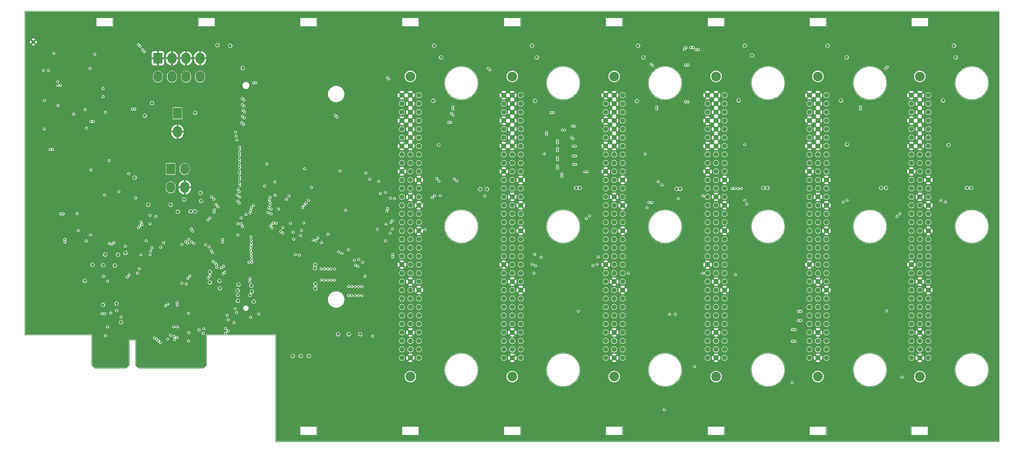
<source format=gbr>
G04 #@! TF.GenerationSoftware,KiCad,Pcbnew,6.0.7-f9a2dced07~116~ubuntu22.04.1*
G04 #@! TF.CreationDate,2023-04-06T13:37:06+01:00*
G04 #@! TF.ProjectId,hiltop_backplane_brd,68696c74-6f70-45f6-9261-636b706c616e,A*
G04 #@! TF.SameCoordinates,Original*
G04 #@! TF.FileFunction,Copper,L2,Inr*
G04 #@! TF.FilePolarity,Positive*
%FSLAX46Y46*%
G04 Gerber Fmt 4.6, Leading zero omitted, Abs format (unit mm)*
G04 Created by KiCad (PCBNEW 6.0.7-f9a2dced07~116~ubuntu22.04.1) date 2023-04-06 13:37:06*
%MOMM*%
%LPD*%
G01*
G04 APERTURE LIST*
G04 Aperture macros list*
%AMRoundRect*
0 Rectangle with rounded corners*
0 $1 Rounding radius*
0 $2 $3 $4 $5 $6 $7 $8 $9 X,Y pos of 4 corners*
0 Add a 4 corners polygon primitive as box body*
4,1,4,$2,$3,$4,$5,$6,$7,$8,$9,$2,$3,0*
0 Add four circle primitives for the rounded corners*
1,1,$1+$1,$2,$3*
1,1,$1+$1,$4,$5*
1,1,$1+$1,$6,$7*
1,1,$1+$1,$8,$9*
0 Add four rect primitives between the rounded corners*
20,1,$1+$1,$2,$3,$4,$5,0*
20,1,$1+$1,$4,$5,$6,$7,0*
20,1,$1+$1,$6,$7,$8,$9,0*
20,1,$1+$1,$8,$9,$2,$3,0*%
G04 Aperture macros list end*
G04 #@! TA.AperFunction,Profile*
%ADD10C,0.150000*%
G04 #@! TD*
G04 #@! TA.AperFunction,ComponentPad*
%ADD11C,2.900680*%
G04 #@! TD*
G04 #@! TA.AperFunction,ComponentPad*
%ADD12C,1.501140*%
G04 #@! TD*
G04 #@! TA.AperFunction,ComponentPad*
%ADD13RoundRect,0.250001X-1.099999X-1.399999X1.099999X-1.399999X1.099999X1.399999X-1.099999X1.399999X0*%
G04 #@! TD*
G04 #@! TA.AperFunction,ComponentPad*
%ADD14O,2.700000X3.300000*%
G04 #@! TD*
G04 #@! TA.AperFunction,ComponentPad*
%ADD15C,1.000000*%
G04 #@! TD*
G04 #@! TA.AperFunction,ViaPad*
%ADD16C,0.600000*%
G04 #@! TD*
G04 #@! TA.AperFunction,ViaPad*
%ADD17C,0.800000*%
G04 #@! TD*
G04 #@! TA.AperFunction,ViaPad*
%ADD18C,1.000000*%
G04 #@! TD*
G04 APERTURE END LIST*
D10*
X179840000Y-50700000D02*
G75*
G03*
X179840000Y-50700000I-5000000J0D01*
G01*
X210320000Y-50700000D02*
G75*
G03*
X210320000Y-50700000I-5000000J0D01*
G01*
X240800000Y-50700000D02*
G75*
G03*
X240800000Y-50700000I-5000000J0D01*
G01*
X210320000Y-93700000D02*
G75*
G03*
X210320000Y-93700000I-5000000J0D01*
G01*
X240800000Y-93700000D02*
G75*
G03*
X240800000Y-93700000I-5000000J0D01*
G01*
X179840000Y-136700000D02*
G75*
G03*
X179840000Y-136700000I-5000000J0D01*
G01*
X210320000Y-136700000D02*
G75*
G03*
X210320000Y-136700000I-5000000J0D01*
G01*
X240800000Y-136700000D02*
G75*
G03*
X240800000Y-136700000I-5000000J0D01*
G01*
X179840000Y-93700000D02*
G75*
G03*
X179840000Y-93700000I-5000000J0D01*
G01*
X248500000Y-31150000D02*
X248500000Y-33750000D01*
X284000000Y-33750000D02*
X284000000Y-31150000D01*
X271600000Y-136700000D02*
G75*
G03*
X271600000Y-136700000I-5000000J0D01*
G01*
X65300000Y-136200000D02*
X74500000Y-136200000D01*
X75500000Y-135200000D02*
X75500000Y-127700000D01*
X248500000Y-33750000D02*
X253500000Y-33750000D01*
X131600000Y-156250000D02*
X131600000Y-153650000D01*
X157100000Y-31150000D02*
X157100000Y-33750000D01*
X131600000Y-153650000D02*
X126600000Y-153650000D01*
X192550000Y-153650000D02*
X187550000Y-153650000D01*
X65650000Y-33750000D02*
X70650000Y-33750000D01*
X162100000Y-31150000D02*
X157100000Y-31150000D01*
X101150000Y-33750000D02*
X101150000Y-31150000D01*
X126600000Y-156250000D02*
X131600000Y-156250000D01*
X162100000Y-156250000D02*
X162100000Y-153650000D01*
X279000000Y-31150000D02*
X279000000Y-33750000D01*
X126600000Y-31150000D02*
X126600000Y-33750000D01*
X96150000Y-31150000D02*
X96150000Y-33750000D01*
X98600000Y-126200000D02*
X119300000Y-126200000D01*
X131600000Y-31150000D02*
X126600000Y-31150000D01*
X223050000Y-153650000D02*
X218050000Y-153650000D01*
X192550000Y-33750000D02*
X192550000Y-31150000D01*
X309450000Y-153650000D02*
X309450000Y-156250000D01*
X284000000Y-153650000D02*
X279000000Y-153650000D01*
X70650000Y-31150000D02*
X65650000Y-31150000D01*
X162100000Y-33750000D02*
X162100000Y-31150000D01*
X302080000Y-136700000D02*
G75*
G03*
X302080000Y-136700000I-5000000J0D01*
G01*
X309450000Y-156250000D02*
X314450000Y-156250000D01*
X284000000Y-156250000D02*
X284000000Y-153650000D01*
X248500000Y-156250000D02*
X253500000Y-156250000D01*
X157100000Y-156250000D02*
X162100000Y-156250000D01*
X248500000Y-153650000D02*
X248500000Y-156250000D01*
X218050000Y-156250000D02*
X223050000Y-156250000D01*
X218050000Y-31150000D02*
X218050000Y-33750000D01*
X162100000Y-153650000D02*
X157100000Y-153650000D01*
X332560000Y-93700000D02*
G75*
G03*
X332560000Y-93700000I-5000000J0D01*
G01*
X75500000Y-135200000D02*
X74500000Y-136200000D01*
X126600000Y-153650000D02*
X126600000Y-156250000D01*
X314450000Y-153650000D02*
X309450000Y-153650000D01*
X97600000Y-136200000D02*
X98600000Y-135200000D01*
X157100000Y-33750000D02*
X162100000Y-33750000D01*
X332560000Y-50700000D02*
G75*
G03*
X332560000Y-50700000I-5000000J0D01*
G01*
X70650000Y-33750000D02*
X70650000Y-31150000D01*
X223050000Y-156250000D02*
X223050000Y-153650000D01*
X271600000Y-50700000D02*
G75*
G03*
X271600000Y-50700000I-5000000J0D01*
G01*
X65650000Y-31150000D02*
X65650000Y-33750000D01*
X192550000Y-31150000D02*
X187550000Y-31150000D01*
X302080000Y-93700000D02*
G75*
G03*
X302080000Y-93700000I-5000000J0D01*
G01*
X187550000Y-153650000D02*
X187550000Y-156250000D01*
X44300000Y-29200000D02*
X335740000Y-29200000D01*
X131600000Y-33750000D02*
X131600000Y-31150000D01*
X96150000Y-33750000D02*
X101150000Y-33750000D01*
X187550000Y-33750000D02*
X192550000Y-33750000D01*
X64300000Y-135200000D02*
X64300000Y-126200000D01*
X314500000Y-31150000D02*
X309500000Y-31150000D01*
X218050000Y-153650000D02*
X218050000Y-156250000D01*
X271600000Y-93700000D02*
G75*
G03*
X271600000Y-93700000I-5000000J0D01*
G01*
X253500000Y-33750000D02*
X253500000Y-31150000D01*
X279000000Y-156250000D02*
X284000000Y-156250000D01*
X332560000Y-136700000D02*
G75*
G03*
X332560000Y-136700000I-5000000J0D01*
G01*
X77400000Y-135200000D02*
X78400000Y-136200000D01*
X119300000Y-136200000D02*
X119300000Y-158200000D01*
X309500000Y-31150000D02*
X309500000Y-33750000D01*
X44300000Y-126200000D02*
X44300000Y-29200000D01*
X218050000Y-33750000D02*
X223050000Y-33750000D01*
X314450000Y-156250000D02*
X314450000Y-153650000D01*
X284000000Y-31150000D02*
X279000000Y-31150000D01*
X119300000Y-126200000D02*
X119300000Y-136200000D01*
X78400000Y-136200000D02*
X97600000Y-136200000D01*
X279000000Y-153650000D02*
X279000000Y-156250000D01*
X279000000Y-33750000D02*
X284000000Y-33750000D01*
X253500000Y-153650000D02*
X248500000Y-153650000D01*
X64300000Y-135200000D02*
X65300000Y-136200000D01*
X187550000Y-156250000D02*
X192550000Y-156250000D01*
X75500000Y-127700000D02*
X77400000Y-127700000D01*
X101150000Y-31150000D02*
X96150000Y-31150000D01*
X192550000Y-156250000D02*
X192550000Y-153650000D01*
X253500000Y-31150000D02*
X248500000Y-31150000D01*
X126600000Y-33750000D02*
X131600000Y-33750000D01*
X98600000Y-135200000D02*
X98600000Y-127700000D01*
X335740000Y-29200000D02*
X335740000Y-158200000D01*
X187550000Y-31150000D02*
X187550000Y-33750000D01*
X302080000Y-50700000D02*
G75*
G03*
X302080000Y-50700000I-5000000J0D01*
G01*
X157100000Y-153650000D02*
X157100000Y-156250000D01*
X223050000Y-31150000D02*
X218050000Y-31150000D01*
X98600000Y-127700000D02*
X98600000Y-126200000D01*
X335740000Y-158200000D02*
X119300000Y-158200000D01*
X309500000Y-33750000D02*
X314500000Y-33750000D01*
X253500000Y-156250000D02*
X253500000Y-153650000D01*
X77400000Y-127700000D02*
X77400000Y-135200000D01*
X314500000Y-33750000D02*
X314500000Y-31150000D01*
X64300000Y-126200000D02*
X44300000Y-126200000D01*
X223050000Y-33750000D02*
X223050000Y-31150000D01*
D11*
X159600000Y-48703900D03*
X159600000Y-138696100D03*
D12*
X157060000Y-54330000D03*
X159600000Y-54330000D03*
X162140000Y-54330000D03*
X157060000Y-56870000D03*
X159600000Y-56870000D03*
X162140000Y-56870000D03*
X157060000Y-59410000D03*
X159600000Y-59410000D03*
X162140000Y-59410000D03*
X157060000Y-61950000D03*
X159600000Y-61950000D03*
X162140000Y-61950000D03*
X157060000Y-64490000D03*
X159600000Y-64490000D03*
X162140000Y-64490000D03*
X157060000Y-67030000D03*
X159600000Y-67030000D03*
X162140000Y-67030000D03*
X157060000Y-69570000D03*
X159600000Y-69570000D03*
X162140000Y-69570000D03*
X157060000Y-72110000D03*
X159600000Y-72110000D03*
X162140000Y-72110000D03*
X157060000Y-74650000D03*
X159600000Y-74650000D03*
X162140000Y-74650000D03*
X157060000Y-77190000D03*
X159600000Y-77190000D03*
X162140000Y-77190000D03*
X157060000Y-79730000D03*
X159600000Y-79730000D03*
X162140000Y-79730000D03*
X157060000Y-82270000D03*
X159600000Y-82270000D03*
X162140000Y-82270000D03*
X157060000Y-84810000D03*
X159600000Y-84810000D03*
X162140000Y-84810000D03*
X157060000Y-87350000D03*
X159600000Y-87350000D03*
X162140000Y-87350000D03*
X157060000Y-89890000D03*
X159600000Y-89890000D03*
X162140000Y-89890000D03*
X157060000Y-92430000D03*
X159600000Y-92430000D03*
X162140000Y-92430000D03*
X157060000Y-94970000D03*
X159600000Y-94970000D03*
X162140000Y-94970000D03*
X157060000Y-97510000D03*
X159600000Y-97510000D03*
X162140000Y-97510000D03*
X157060000Y-100050000D03*
X159600000Y-100050000D03*
X162140000Y-100050000D03*
X157060000Y-102590000D03*
X159600000Y-102590000D03*
X162140000Y-102590000D03*
X157060000Y-105130000D03*
X159600000Y-105130000D03*
X162140000Y-105130000D03*
X157060000Y-107670000D03*
X159600000Y-107670000D03*
X162140000Y-107670000D03*
X157060000Y-110210000D03*
X159600000Y-110210000D03*
X162140000Y-110210000D03*
X157060000Y-112750000D03*
X159600000Y-112750000D03*
X162140000Y-112750000D03*
X157060000Y-115290000D03*
X159600000Y-115290000D03*
X162140000Y-115290000D03*
X157060000Y-117830000D03*
X159600000Y-117830000D03*
X162140000Y-117830000D03*
X157060000Y-120370000D03*
X159600000Y-120370000D03*
X162140000Y-120370000D03*
X157060000Y-122910000D03*
X159600000Y-122910000D03*
X162140000Y-122910000D03*
X157060000Y-125450000D03*
X159600000Y-125450000D03*
X162140000Y-125450000D03*
X157060000Y-127990000D03*
X159600000Y-127990000D03*
X162140000Y-127990000D03*
X157060000Y-130530000D03*
X159600000Y-130530000D03*
X162140000Y-130530000D03*
X157060000Y-133070000D03*
X159600000Y-133070000D03*
X162140000Y-133070000D03*
D11*
X190080000Y-138696100D03*
X190080000Y-48703900D03*
D12*
X187540000Y-54330000D03*
X190080000Y-54330000D03*
X192620000Y-54330000D03*
X187540000Y-56870000D03*
X190080000Y-56870000D03*
X192620000Y-56870000D03*
X187540000Y-59410000D03*
X190080000Y-59410000D03*
X192620000Y-59410000D03*
X187540000Y-61950000D03*
X190080000Y-61950000D03*
X192620000Y-61950000D03*
X187540000Y-64490000D03*
X190080000Y-64490000D03*
X192620000Y-64490000D03*
X187540000Y-67030000D03*
X190080000Y-67030000D03*
X192620000Y-67030000D03*
X187540000Y-69570000D03*
X190080000Y-69570000D03*
X192620000Y-69570000D03*
X187540000Y-72110000D03*
X190080000Y-72110000D03*
X192620000Y-72110000D03*
X187540000Y-74650000D03*
X190080000Y-74650000D03*
X192620000Y-74650000D03*
X187540000Y-77190000D03*
X190080000Y-77190000D03*
X192620000Y-77190000D03*
X187540000Y-79730000D03*
X190080000Y-79730000D03*
X192620000Y-79730000D03*
X187540000Y-82270000D03*
X190080000Y-82270000D03*
X192620000Y-82270000D03*
X187540000Y-84810000D03*
X190080000Y-84810000D03*
X192620000Y-84810000D03*
X187540000Y-87350000D03*
X190080000Y-87350000D03*
X192620000Y-87350000D03*
X187540000Y-89890000D03*
X190080000Y-89890000D03*
X192620000Y-89890000D03*
X187540000Y-92430000D03*
X190080000Y-92430000D03*
X192620000Y-92430000D03*
X187540000Y-94970000D03*
X190080000Y-94970000D03*
X192620000Y-94970000D03*
X187540000Y-97510000D03*
X190080000Y-97510000D03*
X192620000Y-97510000D03*
X187540000Y-100050000D03*
X190080000Y-100050000D03*
X192620000Y-100050000D03*
X187540000Y-102590000D03*
X190080000Y-102590000D03*
X192620000Y-102590000D03*
X187540000Y-105130000D03*
X190080000Y-105130000D03*
X192620000Y-105130000D03*
X187540000Y-107670000D03*
X190080000Y-107670000D03*
X192620000Y-107670000D03*
X187540000Y-110210000D03*
X190080000Y-110210000D03*
X192620000Y-110210000D03*
X187540000Y-112750000D03*
X190080000Y-112750000D03*
X192620000Y-112750000D03*
X187540000Y-115290000D03*
X190080000Y-115290000D03*
X192620000Y-115290000D03*
X187540000Y-117830000D03*
X190080000Y-117830000D03*
X192620000Y-117830000D03*
X187540000Y-120370000D03*
X190080000Y-120370000D03*
X192620000Y-120370000D03*
X187540000Y-122910000D03*
X190080000Y-122910000D03*
X192620000Y-122910000D03*
X187540000Y-125450000D03*
X190080000Y-125450000D03*
X192620000Y-125450000D03*
X187540000Y-127990000D03*
X190080000Y-127990000D03*
X192620000Y-127990000D03*
X187540000Y-130530000D03*
X190080000Y-130530000D03*
X192620000Y-130530000D03*
X187540000Y-133070000D03*
X190080000Y-133070000D03*
X192620000Y-133070000D03*
D11*
X220560000Y-48703900D03*
X220560000Y-138696100D03*
D12*
X218020000Y-54330000D03*
X220560000Y-54330000D03*
X223100000Y-54330000D03*
X218020000Y-56870000D03*
X220560000Y-56870000D03*
X223100000Y-56870000D03*
X218020000Y-59410000D03*
X220560000Y-59410000D03*
X223100000Y-59410000D03*
X218020000Y-61950000D03*
X220560000Y-61950000D03*
X223100000Y-61950000D03*
X218020000Y-64490000D03*
X220560000Y-64490000D03*
X223100000Y-64490000D03*
X218020000Y-67030000D03*
X220560000Y-67030000D03*
X223100000Y-67030000D03*
X218020000Y-69570000D03*
X220560000Y-69570000D03*
X223100000Y-69570000D03*
X218020000Y-72110000D03*
X220560000Y-72110000D03*
X223100000Y-72110000D03*
X218020000Y-74650000D03*
X220560000Y-74650000D03*
X223100000Y-74650000D03*
X218020000Y-77190000D03*
X220560000Y-77190000D03*
X223100000Y-77190000D03*
X218020000Y-79730000D03*
X220560000Y-79730000D03*
X223100000Y-79730000D03*
X218020000Y-82270000D03*
X220560000Y-82270000D03*
X223100000Y-82270000D03*
X218020000Y-84810000D03*
X220560000Y-84810000D03*
X223100000Y-84810000D03*
X218020000Y-87350000D03*
X220560000Y-87350000D03*
X223100000Y-87350000D03*
X218020000Y-89890000D03*
X220560000Y-89890000D03*
X223100000Y-89890000D03*
X218020000Y-92430000D03*
X220560000Y-92430000D03*
X223100000Y-92430000D03*
X218020000Y-94970000D03*
X220560000Y-94970000D03*
X223100000Y-94970000D03*
X218020000Y-97510000D03*
X220560000Y-97510000D03*
X223100000Y-97510000D03*
X218020000Y-100050000D03*
X220560000Y-100050000D03*
X223100000Y-100050000D03*
X218020000Y-102590000D03*
X220560000Y-102590000D03*
X223100000Y-102590000D03*
X218020000Y-105130000D03*
X220560000Y-105130000D03*
X223100000Y-105130000D03*
X218020000Y-107670000D03*
X220560000Y-107670000D03*
X223100000Y-107670000D03*
X218020000Y-110210000D03*
X220560000Y-110210000D03*
X223100000Y-110210000D03*
X218020000Y-112750000D03*
X220560000Y-112750000D03*
X223100000Y-112750000D03*
X218020000Y-115290000D03*
X220560000Y-115290000D03*
X223100000Y-115290000D03*
X218020000Y-117830000D03*
X220560000Y-117830000D03*
X223100000Y-117830000D03*
X218020000Y-120370000D03*
X220560000Y-120370000D03*
X223100000Y-120370000D03*
X218020000Y-122910000D03*
X220560000Y-122910000D03*
X223100000Y-122910000D03*
X218020000Y-125450000D03*
X220560000Y-125450000D03*
X223100000Y-125450000D03*
X218020000Y-127990000D03*
X220560000Y-127990000D03*
X223100000Y-127990000D03*
X218020000Y-130530000D03*
X220560000Y-130530000D03*
X223100000Y-130530000D03*
X218020000Y-133070000D03*
X220560000Y-133070000D03*
X223100000Y-133070000D03*
D13*
X84074000Y-43268000D03*
D14*
X88274000Y-43268000D03*
X92474000Y-43268000D03*
X96674000Y-43268000D03*
X84074000Y-48768000D03*
X88274000Y-48768000D03*
X92474000Y-48768000D03*
X96674000Y-48768000D03*
D13*
X89916000Y-59778000D03*
D14*
X89916000Y-65278000D03*
D13*
X87884000Y-76454000D03*
D14*
X92084000Y-76454000D03*
X87884000Y-81954000D03*
X92084000Y-81954000D03*
D15*
X67600000Y-117200000D03*
X71700000Y-116800000D03*
X62200000Y-110000000D03*
X73000000Y-122400000D03*
X138000000Y-126000000D03*
X141200000Y-126000000D03*
X144600000Y-126000000D03*
X68300000Y-102100000D03*
X67700000Y-105300000D03*
X64500000Y-105200000D03*
X71200000Y-105400000D03*
X102600000Y-112200000D03*
X102500000Y-110000000D03*
X99600000Y-110500000D03*
X77090000Y-79040000D03*
X99600000Y-107300000D03*
X81200000Y-87200000D03*
X72130000Y-102140000D03*
X74350000Y-101620000D03*
X46800000Y-38400000D03*
X101870000Y-39340000D03*
X95200000Y-59600000D03*
X82300000Y-56700000D03*
X109460000Y-46210000D03*
X80120000Y-60470000D03*
X87900000Y-87200000D03*
X96800000Y-83600000D03*
X97010000Y-86030000D03*
X124400000Y-132500000D03*
D11*
X251040000Y-138696100D03*
X251040000Y-48703900D03*
D12*
X248500000Y-54330000D03*
X251040000Y-54330000D03*
X253580000Y-54330000D03*
X248500000Y-56870000D03*
X251040000Y-56870000D03*
X253580000Y-56870000D03*
X248500000Y-59410000D03*
X251040000Y-59410000D03*
X253580000Y-59410000D03*
X248500000Y-61950000D03*
X251040000Y-61950000D03*
X253580000Y-61950000D03*
X248500000Y-64490000D03*
X251040000Y-64490000D03*
X253580000Y-64490000D03*
X248500000Y-67030000D03*
X251040000Y-67030000D03*
X253580000Y-67030000D03*
X248500000Y-69570000D03*
X251040000Y-69570000D03*
X253580000Y-69570000D03*
X248500000Y-72110000D03*
X251040000Y-72110000D03*
X253580000Y-72110000D03*
X248500000Y-74650000D03*
X251040000Y-74650000D03*
X253580000Y-74650000D03*
X248500000Y-77190000D03*
X251040000Y-77190000D03*
X253580000Y-77190000D03*
X248500000Y-79730000D03*
X251040000Y-79730000D03*
X253580000Y-79730000D03*
X248500000Y-82270000D03*
X251040000Y-82270000D03*
X253580000Y-82270000D03*
X248500000Y-84810000D03*
X251040000Y-84810000D03*
X253580000Y-84810000D03*
X248500000Y-87350000D03*
X251040000Y-87350000D03*
X253580000Y-87350000D03*
X248500000Y-89890000D03*
X251040000Y-89890000D03*
X253580000Y-89890000D03*
X248500000Y-92430000D03*
X251040000Y-92430000D03*
X253580000Y-92430000D03*
X248500000Y-94970000D03*
X251040000Y-94970000D03*
X253580000Y-94970000D03*
X248500000Y-97510000D03*
X251040000Y-97510000D03*
X253580000Y-97510000D03*
X248500000Y-100050000D03*
X251040000Y-100050000D03*
X253580000Y-100050000D03*
X248500000Y-102590000D03*
X251040000Y-102590000D03*
X253580000Y-102590000D03*
X248500000Y-105130000D03*
X251040000Y-105130000D03*
X253580000Y-105130000D03*
X248500000Y-107670000D03*
X251040000Y-107670000D03*
X253580000Y-107670000D03*
X248500000Y-110210000D03*
X251040000Y-110210000D03*
X253580000Y-110210000D03*
X248500000Y-112750000D03*
X251040000Y-112750000D03*
X253580000Y-112750000D03*
X248500000Y-115290000D03*
X251040000Y-115290000D03*
X253580000Y-115290000D03*
X248500000Y-117830000D03*
X251040000Y-117830000D03*
X253580000Y-117830000D03*
X248500000Y-120370000D03*
X251040000Y-120370000D03*
X253580000Y-120370000D03*
X248500000Y-122910000D03*
X251040000Y-122910000D03*
X253580000Y-122910000D03*
X248500000Y-125450000D03*
X251040000Y-125450000D03*
X253580000Y-125450000D03*
X248500000Y-127990000D03*
X251040000Y-127990000D03*
X253580000Y-127990000D03*
X248500000Y-130530000D03*
X251040000Y-130530000D03*
X253580000Y-130530000D03*
X248500000Y-133070000D03*
X251040000Y-133070000D03*
X253580000Y-133070000D03*
D15*
X129200000Y-132500000D03*
D11*
X312000000Y-138696100D03*
X312000000Y-48703900D03*
D12*
X309460000Y-54330000D03*
X312000000Y-54330000D03*
X314540000Y-54330000D03*
X309460000Y-56870000D03*
X312000000Y-56870000D03*
X314540000Y-56870000D03*
X309460000Y-59410000D03*
X312000000Y-59410000D03*
X314540000Y-59410000D03*
X309460000Y-61950000D03*
X312000000Y-61950000D03*
X314540000Y-61950000D03*
X309460000Y-64490000D03*
X312000000Y-64490000D03*
X314540000Y-64490000D03*
X309460000Y-67030000D03*
X312000000Y-67030000D03*
X314540000Y-67030000D03*
X309460000Y-69570000D03*
X312000000Y-69570000D03*
X314540000Y-69570000D03*
X309460000Y-72110000D03*
X312000000Y-72110000D03*
X314540000Y-72110000D03*
X309460000Y-74650000D03*
X312000000Y-74650000D03*
X314540000Y-74650000D03*
X309460000Y-77190000D03*
X312000000Y-77190000D03*
X314540000Y-77190000D03*
X309460000Y-79730000D03*
X312000000Y-79730000D03*
X314540000Y-79730000D03*
X309460000Y-82270000D03*
X312000000Y-82270000D03*
X314540000Y-82270000D03*
X309460000Y-84810000D03*
X312000000Y-84810000D03*
X314540000Y-84810000D03*
X309460000Y-87350000D03*
X312000000Y-87350000D03*
X314540000Y-87350000D03*
X309460000Y-89890000D03*
X312000000Y-89890000D03*
X314540000Y-89890000D03*
X309460000Y-92430000D03*
X312000000Y-92430000D03*
X314540000Y-92430000D03*
X309460000Y-94970000D03*
X312000000Y-94970000D03*
X314540000Y-94970000D03*
X309460000Y-97510000D03*
X312000000Y-97510000D03*
X314540000Y-97510000D03*
X309460000Y-100050000D03*
X312000000Y-100050000D03*
X314540000Y-100050000D03*
X309460000Y-102590000D03*
X312000000Y-102590000D03*
X314540000Y-102590000D03*
X309460000Y-105130000D03*
X312000000Y-105130000D03*
X314540000Y-105130000D03*
X309460000Y-107670000D03*
X312000000Y-107670000D03*
X314540000Y-107670000D03*
X309460000Y-110210000D03*
X312000000Y-110210000D03*
X314540000Y-110210000D03*
X309460000Y-112750000D03*
X312000000Y-112750000D03*
X314540000Y-112750000D03*
X309460000Y-115290000D03*
X312000000Y-115290000D03*
X314540000Y-115290000D03*
X309460000Y-117830000D03*
X312000000Y-117830000D03*
X314540000Y-117830000D03*
X309460000Y-120370000D03*
X312000000Y-120370000D03*
X314540000Y-120370000D03*
X309460000Y-122910000D03*
X312000000Y-122910000D03*
X314540000Y-122910000D03*
X309460000Y-125450000D03*
X312000000Y-125450000D03*
X314540000Y-125450000D03*
X309460000Y-127990000D03*
X312000000Y-127990000D03*
X314540000Y-127990000D03*
X309460000Y-130530000D03*
X312000000Y-130530000D03*
X314540000Y-130530000D03*
X309460000Y-133070000D03*
X312000000Y-133070000D03*
X314540000Y-133070000D03*
D11*
X281520000Y-138696100D03*
X281520000Y-48703900D03*
D12*
X278980000Y-54330000D03*
X281520000Y-54330000D03*
X284060000Y-54330000D03*
X278980000Y-56870000D03*
X281520000Y-56870000D03*
X284060000Y-56870000D03*
X278980000Y-59410000D03*
X281520000Y-59410000D03*
X284060000Y-59410000D03*
X278980000Y-61950000D03*
X281520000Y-61950000D03*
X284060000Y-61950000D03*
X278980000Y-64490000D03*
X281520000Y-64490000D03*
X284060000Y-64490000D03*
X278980000Y-67030000D03*
X281520000Y-67030000D03*
X284060000Y-67030000D03*
X278980000Y-69570000D03*
X281520000Y-69570000D03*
X284060000Y-69570000D03*
X278980000Y-72110000D03*
X281520000Y-72110000D03*
X284060000Y-72110000D03*
X278980000Y-74650000D03*
X281520000Y-74650000D03*
X284060000Y-74650000D03*
X278980000Y-77190000D03*
X281520000Y-77190000D03*
X284060000Y-77190000D03*
X278980000Y-79730000D03*
X281520000Y-79730000D03*
X284060000Y-79730000D03*
X278980000Y-82270000D03*
X281520000Y-82270000D03*
X284060000Y-82270000D03*
X278980000Y-84810000D03*
X281520000Y-84810000D03*
X284060000Y-84810000D03*
X278980000Y-87350000D03*
X281520000Y-87350000D03*
X284060000Y-87350000D03*
X278980000Y-89890000D03*
X281520000Y-89890000D03*
X284060000Y-89890000D03*
X278980000Y-92430000D03*
X281520000Y-92430000D03*
X284060000Y-92430000D03*
X278980000Y-94970000D03*
X281520000Y-94970000D03*
X284060000Y-94970000D03*
X278980000Y-97510000D03*
X281520000Y-97510000D03*
X284060000Y-97510000D03*
X278980000Y-100050000D03*
X281520000Y-100050000D03*
X284060000Y-100050000D03*
X278980000Y-102590000D03*
X281520000Y-102590000D03*
X284060000Y-102590000D03*
X278980000Y-105130000D03*
X281520000Y-105130000D03*
X284060000Y-105130000D03*
X278980000Y-107670000D03*
X281520000Y-107670000D03*
X284060000Y-107670000D03*
X278980000Y-110210000D03*
X281520000Y-110210000D03*
X284060000Y-110210000D03*
X278980000Y-112750000D03*
X281520000Y-112750000D03*
X284060000Y-112750000D03*
X278980000Y-115290000D03*
X281520000Y-115290000D03*
X284060000Y-115290000D03*
X278980000Y-117830000D03*
X281520000Y-117830000D03*
X284060000Y-117830000D03*
X278980000Y-120370000D03*
X281520000Y-120370000D03*
X284060000Y-120370000D03*
X278980000Y-122910000D03*
X281520000Y-122910000D03*
X284060000Y-122910000D03*
X278980000Y-125450000D03*
X281520000Y-125450000D03*
X284060000Y-125450000D03*
X278980000Y-127990000D03*
X281520000Y-127990000D03*
X284060000Y-127990000D03*
X278980000Y-130530000D03*
X281520000Y-130530000D03*
X284060000Y-130530000D03*
X278980000Y-133070000D03*
X281520000Y-133070000D03*
X284060000Y-133070000D03*
D15*
X126800000Y-132500000D03*
D16*
X82500000Y-32500000D03*
X72500000Y-32500000D03*
X62500000Y-32500000D03*
X92500000Y-32500000D03*
X102500000Y-32500000D03*
X112500000Y-32500000D03*
X125000000Y-32500000D03*
X135000000Y-32500000D03*
X145000000Y-32500000D03*
X155000000Y-32500000D03*
X165000000Y-32500000D03*
X175000000Y-32500000D03*
X185000000Y-32500000D03*
X195000000Y-32500000D03*
X215000000Y-32500000D03*
X205000000Y-32500000D03*
X236000000Y-32000000D03*
X232500000Y-77500000D03*
X240000000Y-77500000D03*
X232350000Y-142940000D03*
X240000000Y-142500000D03*
X247000000Y-155000000D03*
X225000000Y-155000000D03*
X236000000Y-155000000D03*
X215000000Y-155000000D03*
X195000000Y-155000000D03*
X205000000Y-155000000D03*
X185000000Y-155000000D03*
X165000000Y-155000000D03*
X177500000Y-155000000D03*
X152500000Y-155000000D03*
X132500000Y-155000000D03*
X142500000Y-155000000D03*
X122500000Y-155000000D03*
X122200000Y-129000000D03*
X142500000Y-140000000D03*
X122500000Y-140000000D03*
X60000000Y-120000000D03*
X65070000Y-119100000D03*
X60000000Y-125000000D03*
X52500000Y-125000000D03*
X47500000Y-125000000D03*
X47500000Y-117500000D03*
X47500000Y-110000000D03*
X47500000Y-100000000D03*
X47500000Y-82500000D03*
X47500000Y-72500000D03*
X47500000Y-65000000D03*
X47500000Y-57500000D03*
X45000000Y-57500000D03*
X45000000Y-65000000D03*
X45000000Y-82500000D03*
X45000000Y-100000000D03*
X57500000Y-117500000D03*
X60000000Y-107500000D03*
X55000000Y-100000000D03*
X47500000Y-80000000D03*
X102500000Y-62500000D03*
X85000000Y-62500000D03*
X85000000Y-70000000D03*
X92500000Y-70000000D03*
X84600000Y-87600000D03*
X97900000Y-81700000D03*
X170000000Y-97500000D03*
X167500000Y-92500000D03*
X202400000Y-66700000D03*
X210000000Y-75000000D03*
X170000000Y-75000000D03*
X180000000Y-97500000D03*
X170000000Y-105000000D03*
X180000000Y-105000000D03*
X182500000Y-115000000D03*
X200000000Y-110000000D03*
X212500000Y-110000000D03*
X200000000Y-132500000D03*
X200000000Y-140000000D03*
X217500000Y-142500000D03*
X225000000Y-142500000D03*
X167500000Y-142500000D03*
X102500000Y-70000000D03*
X75000000Y-67500000D03*
X61976000Y-53086000D03*
X60506000Y-51616000D03*
X63446000Y-51616000D03*
X60506000Y-54556000D03*
X63446000Y-54556000D03*
X69450000Y-89770000D03*
X75000000Y-89770000D03*
X69450000Y-95650000D03*
X75000000Y-95650000D03*
X54600000Y-97380000D03*
X179900000Y-142390000D03*
X181490000Y-145230000D03*
X186060000Y-142030000D03*
X72390000Y-92710000D03*
X51400000Y-42600000D03*
X75350000Y-81110000D03*
X104750000Y-87370000D03*
X92057984Y-127242016D03*
X104670000Y-80350000D03*
X116900000Y-101900000D03*
X116110000Y-102050000D03*
X91600000Y-113800000D03*
D17*
X128800000Y-115800000D03*
D16*
X123900000Y-102000000D03*
X277000000Y-155000000D03*
X297000000Y-155000000D03*
X277300000Y-81800000D03*
X112600000Y-71900000D03*
X295000000Y-114800000D03*
X49200000Y-54400000D03*
X149200000Y-97200000D03*
X126000000Y-68600000D03*
X80000000Y-96550000D03*
X104740000Y-85570000D03*
X67175000Y-84000000D03*
X111600000Y-76500000D03*
X110400000Y-99900000D03*
X208400000Y-119000000D03*
X148200000Y-112400000D03*
X325000000Y-32000000D03*
X104670000Y-74940000D03*
X110400000Y-103500000D03*
X225000000Y-32000000D03*
X78080000Y-95480000D03*
X317000000Y-155000000D03*
X94155191Y-128113421D03*
X74980000Y-87270000D03*
X112970000Y-60920000D03*
X305800000Y-83200000D03*
X305000000Y-68000000D03*
X111400000Y-74700000D03*
X73020000Y-85550000D03*
X50000000Y-51400000D03*
X90190000Y-128119986D03*
X62080000Y-86090000D03*
X64490000Y-47550000D03*
X117300000Y-104624500D03*
X111600000Y-72700000D03*
X116400000Y-99924501D03*
X241000000Y-90000000D03*
X104030000Y-56780000D03*
X63220000Y-90270000D03*
X104700000Y-71150000D03*
X72330000Y-73910000D03*
X203800000Y-122899500D03*
X212368761Y-117368761D03*
X290800000Y-115600000D03*
X181000000Y-45000000D03*
X112780006Y-112300010D03*
X278000000Y-32000000D03*
X110400000Y-98200000D03*
X78910000Y-91070000D03*
D17*
X132400000Y-111800000D03*
D16*
X267000000Y-32000000D03*
X104600000Y-91000000D03*
X98124980Y-127902103D03*
X111699998Y-115200000D03*
X59200000Y-42800000D03*
X116094000Y-89486000D03*
X104730000Y-69390000D03*
X296800000Y-122800000D03*
X65500000Y-66110000D03*
X296000000Y-65000000D03*
X70600000Y-65400000D03*
X104580000Y-92880000D03*
X62820000Y-66380000D03*
X104760000Y-107160000D03*
X62230000Y-82880000D03*
X333000000Y-155000000D03*
X104040000Y-58600000D03*
X112682461Y-114100022D03*
X63980000Y-125060000D03*
X308000000Y-155000000D03*
X104620000Y-96300000D03*
X71600000Y-60600000D03*
X70220000Y-128240000D03*
X333000000Y-119000000D03*
X116422375Y-92972375D03*
X101200000Y-124800000D03*
X290000000Y-92600000D03*
X104040000Y-60350000D03*
X116000000Y-110100000D03*
X116003998Y-87686000D03*
X255000000Y-155000000D03*
X119600000Y-96574500D03*
X72950000Y-98170000D03*
X66790000Y-93485010D03*
X67440000Y-128220000D03*
X113400000Y-46400000D03*
X308000000Y-32000000D03*
X65420000Y-86210000D03*
X104070000Y-62180000D03*
X333000000Y-61000000D03*
X47500000Y-32500000D03*
X115996000Y-84086000D03*
X56000000Y-74600000D03*
X104800000Y-115000000D03*
X305200000Y-49800000D03*
X50800000Y-57400000D03*
X104670000Y-76570000D03*
X104680000Y-72670000D03*
X285000000Y-32000000D03*
X61700000Y-64200000D03*
X333000000Y-140000000D03*
X333000000Y-76000000D03*
X199000000Y-93600000D03*
X211000000Y-85000000D03*
X104700000Y-112000000D03*
X205200000Y-123000000D03*
X284400000Y-50800000D03*
X112900000Y-84700000D03*
X202400000Y-123000000D03*
X104700000Y-113600000D03*
X235800000Y-115200000D03*
X71150000Y-46050000D03*
X316000000Y-32000000D03*
X73240000Y-128180000D03*
X81674990Y-129100000D03*
X259800000Y-94000000D03*
X247000000Y-32000000D03*
X286000000Y-81000000D03*
X104080000Y-63930000D03*
X109800000Y-120800000D03*
X300200000Y-119200000D03*
X333000000Y-44000000D03*
X103800000Y-93300000D03*
X153200000Y-46200000D03*
X295600000Y-122800500D03*
X70357994Y-101697994D03*
X104670000Y-105330000D03*
X228400000Y-93600000D03*
X70600000Y-51800000D03*
X58300000Y-62700000D03*
X333000000Y-32000000D03*
X104680000Y-81950000D03*
X116100000Y-94800000D03*
X183400000Y-52000000D03*
X303200000Y-115000000D03*
X203110000Y-114860000D03*
X107820000Y-109650000D03*
X224400000Y-49800000D03*
X104730000Y-78320000D03*
X63080000Y-96190000D03*
X70130000Y-70460000D03*
X87194635Y-128129546D03*
X74500000Y-128040000D03*
X110780000Y-56190000D03*
X293800000Y-122800000D03*
X116046000Y-85886000D03*
X117100000Y-70000000D03*
X256000000Y-49000000D03*
X266000000Y-155000000D03*
X75434429Y-86354990D03*
X116850000Y-91250000D03*
X114860000Y-52740000D03*
X112990000Y-64290000D03*
X104700000Y-83800000D03*
X70500000Y-54800000D03*
X201800000Y-56200000D03*
X83751002Y-128491136D03*
X138000000Y-50000000D03*
X150400000Y-132000000D03*
X67490000Y-88240000D03*
X112940000Y-59070000D03*
X67710000Y-70190000D03*
X99100000Y-102250000D03*
X66740000Y-96900000D03*
X124200000Y-86600000D03*
X104050000Y-54430000D03*
X264200000Y-115800000D03*
X112600000Y-81900000D03*
X301800000Y-89600000D03*
X66310000Y-95470000D03*
X63420000Y-83120000D03*
X136000000Y-123400000D03*
X54400000Y-83600000D03*
X271400000Y-45200000D03*
X104590000Y-89130000D03*
X116090000Y-103875000D03*
X270700000Y-98500000D03*
X212000000Y-94000000D03*
X200000000Y-46400000D03*
X110400000Y-101800000D03*
X286000000Y-155000000D03*
X116090000Y-71440000D03*
X333000000Y-98000000D03*
X143000000Y-89000000D03*
X255000000Y-32000000D03*
X65860000Y-94260000D03*
X72200000Y-65400000D03*
X297000000Y-32000000D03*
X112960000Y-62790000D03*
X265600000Y-64600000D03*
X75650000Y-101090000D03*
X90940000Y-119680000D03*
X237000000Y-62000000D03*
X69530795Y-98826672D03*
X71000000Y-98469994D03*
X54940000Y-51390000D03*
X51308000Y-46880000D03*
X63920000Y-96190000D03*
X68130000Y-84290000D03*
X81675000Y-92874990D03*
X70347869Y-99003359D03*
X80580000Y-97960000D03*
X72400000Y-83260000D03*
X74320000Y-99570000D03*
X81696239Y-90363761D03*
X64050000Y-62200000D03*
X56250000Y-97600000D03*
X64750000Y-62200000D03*
X56250000Y-98300000D03*
X52550000Y-70600000D03*
X55015775Y-89916020D03*
X55715775Y-89916020D03*
X51850000Y-70600000D03*
X49784000Y-46880000D03*
X54130000Y-51400000D03*
X86275021Y-117485578D03*
X152150000Y-83475500D03*
X259600000Y-85800000D03*
X290214430Y-85785570D03*
X89876628Y-117269949D03*
X318285570Y-85785570D03*
X101450000Y-87100000D03*
X166100000Y-85000000D03*
X319650000Y-86350000D03*
X289050000Y-86350000D03*
X86995807Y-116934461D03*
X102080000Y-87800000D03*
X150600000Y-83800000D03*
X260200000Y-87000000D03*
X89831810Y-116571373D03*
X99043760Y-91713762D03*
X154270000Y-91870000D03*
X305200000Y-90700000D03*
X212233750Y-91266250D03*
X89870000Y-123790000D03*
X306000000Y-89900000D03*
X88790000Y-123780000D03*
X99647778Y-91109744D03*
X213200000Y-90500000D03*
X79947488Y-41247488D03*
X243450000Y-40027356D03*
X79452512Y-40752512D03*
X244150000Y-40027356D03*
X78747488Y-39647488D03*
X245050000Y-40700500D03*
X245750000Y-40700500D03*
X78252512Y-39152512D03*
X68985009Y-123783744D03*
X105045105Y-124987583D03*
X111800000Y-120900000D03*
X106800000Y-122500000D03*
X237100000Y-120000500D03*
X104311799Y-124254277D03*
X73025042Y-120825042D03*
X238800000Y-120000500D03*
X107600000Y-119500000D03*
X104300000Y-125700000D03*
X148300000Y-126600000D03*
X104800000Y-120300000D03*
X68459999Y-126440000D03*
X235600000Y-148600000D03*
X69955000Y-119655000D03*
X105103737Y-121689992D03*
X107200000Y-118311915D03*
X71700000Y-118900009D03*
X114200000Y-119900000D03*
X94825010Y-98769359D03*
X94130000Y-98340000D03*
X93200002Y-128000000D03*
X89800365Y-126963620D03*
X94413625Y-95024099D03*
X88898304Y-126632505D03*
X153740000Y-92460000D03*
X94051537Y-94425008D03*
X88991781Y-127674516D03*
X100870000Y-89410000D03*
X100930000Y-88650000D03*
X87846752Y-126295045D03*
X100790000Y-85500000D03*
X86966752Y-127459629D03*
X147400000Y-79500000D03*
X166850000Y-84450000D03*
X168561693Y-84419937D03*
X100130000Y-84820000D03*
X168150000Y-80100000D03*
X146250000Y-77700000D03*
X173500000Y-80000000D03*
X84801013Y-128438481D03*
X172700000Y-79400000D03*
X84174968Y-127901453D03*
X107700000Y-67750000D03*
X167500000Y-79300000D03*
X107450000Y-66600000D03*
X83649958Y-127424357D03*
X107300000Y-65400000D03*
X83034191Y-127091420D03*
X146019997Y-108604990D03*
X67300000Y-119810000D03*
X68100000Y-119850000D03*
D18*
X91948000Y-85598000D03*
D16*
X67700000Y-52300000D03*
X259600000Y-69100000D03*
X50140000Y-55890000D03*
D18*
X290200000Y-69100000D03*
D17*
X168045000Y-69245000D03*
D16*
X54210000Y-57400000D03*
X199600000Y-71900000D03*
X58900000Y-60000000D03*
D18*
X320600000Y-69300000D03*
D16*
X62250000Y-58650000D03*
X62600000Y-98010000D03*
X93270000Y-119740000D03*
X63990000Y-76700000D03*
X302000000Y-119000000D03*
X229800000Y-71900000D03*
D18*
X131170000Y-112290000D03*
D16*
X63760000Y-46300000D03*
X52899998Y-41776500D03*
X54098761Y-50261239D03*
X83410000Y-90650000D03*
X65200000Y-42050000D03*
X93350000Y-125520000D03*
X68390000Y-59460000D03*
X67700000Y-54749500D03*
X209800000Y-119074500D03*
X60198000Y-94842000D03*
X59930000Y-89800000D03*
X75300000Y-77850000D03*
X69460000Y-73910000D03*
X50050000Y-64450000D03*
X77396239Y-85153761D03*
X62700000Y-64200000D03*
D18*
X90020000Y-89270000D03*
X131200000Y-110900000D03*
X131140000Y-105125010D03*
X95095000Y-89175000D03*
X93860000Y-89150002D03*
X131078699Y-106223312D03*
X288400000Y-55900000D03*
X319000000Y-55900000D03*
X196900000Y-56000000D03*
X257800000Y-55900000D03*
X166400000Y-56000000D03*
X227400000Y-56100000D03*
X196000000Y-39500000D03*
X166700000Y-39500000D03*
X322200000Y-39500000D03*
X259600000Y-39500000D03*
X105700000Y-39500000D03*
X227699998Y-39500000D03*
X284400000Y-39500000D03*
X290100000Y-43000000D03*
X197400000Y-43000000D03*
X229300000Y-43000000D03*
X261800000Y-42400500D03*
X168800000Y-43000000D03*
X322700000Y-43000000D03*
X301894500Y-82105500D03*
X240300000Y-82400000D03*
X239223000Y-82423000D03*
X182500000Y-82500000D03*
X266394500Y-82105500D03*
X180500000Y-82500000D03*
X209194500Y-82105500D03*
X326105500Y-82105500D03*
X265105500Y-82105500D03*
X210280000Y-82100000D03*
X327394500Y-82105500D03*
X300394500Y-82105500D03*
D17*
X108000000Y-114300000D03*
X111600000Y-114300000D03*
D18*
X112700000Y-116200000D03*
X108000000Y-116000000D03*
X108200000Y-111100000D03*
X112000000Y-111400000D03*
X107900000Y-112900000D03*
X112200012Y-113200012D03*
D16*
X112000000Y-102600000D03*
X126400000Y-102300000D03*
X134944585Y-96002108D03*
X142100000Y-111685000D03*
X141100000Y-111685000D03*
X154300000Y-102064990D03*
X112000000Y-101600000D03*
X139100000Y-101700000D03*
X136900000Y-106400000D03*
X111800000Y-100700000D03*
X138094990Y-101305010D03*
X111900000Y-99700000D03*
X135800000Y-106400000D03*
X141000000Y-100700000D03*
X142833977Y-103798069D03*
X112100000Y-103600000D03*
X143100000Y-105300000D03*
X143100000Y-111700000D03*
X112200000Y-104400000D03*
X145300000Y-104400000D03*
X144100000Y-111715000D03*
X111300000Y-104400000D03*
X143900000Y-105644990D03*
X145100000Y-111715000D03*
X144169364Y-103573113D03*
X112650000Y-50600000D03*
X183347488Y-46747488D03*
X232047488Y-45496988D03*
X294200000Y-57790000D03*
X172300000Y-57790000D03*
X233300000Y-57790000D03*
X301752512Y-46347488D03*
X172300000Y-58490000D03*
X231552512Y-45002012D03*
X113350000Y-50600000D03*
X302247488Y-45852512D03*
X294200000Y-58490000D03*
X182852512Y-46252512D03*
X233300000Y-58490000D03*
X153147488Y-49447488D03*
X109817488Y-55777488D03*
X152652512Y-48952512D03*
X109322512Y-55282512D03*
X109857488Y-57607488D03*
X137647488Y-60847488D03*
X137152512Y-60352512D03*
X109362512Y-57112512D03*
X112000000Y-98800000D03*
X224800000Y-107700000D03*
X132968731Y-98484833D03*
X256800000Y-108100000D03*
X196530000Y-107670000D03*
X247000000Y-107700000D03*
X134900000Y-106400000D03*
X133900000Y-106400000D03*
X112000000Y-97800000D03*
X131366099Y-97920246D03*
X130487518Y-97725010D03*
X111900000Y-96800000D03*
X132900000Y-106400000D03*
X138500000Y-77000000D03*
X116700000Y-74900000D03*
X154300000Y-102875989D03*
X125200000Y-102100000D03*
X126736817Y-96366043D03*
X152200000Y-98000000D03*
X153500000Y-95700000D03*
X126999980Y-94900024D03*
X152301710Y-92969736D03*
X127712288Y-92638258D03*
X127373003Y-88000000D03*
X152600000Y-89100000D03*
X152797137Y-88285685D03*
X127800000Y-87300000D03*
X128400000Y-86700000D03*
X181850000Y-84550000D03*
X129100000Y-85849929D03*
X127978193Y-76378191D03*
X170980000Y-62470000D03*
X109372512Y-60612512D03*
X109867488Y-61107488D03*
X171680000Y-62470000D03*
X171852512Y-59752512D03*
X109542512Y-58892512D03*
X172347488Y-60247488D03*
X110037488Y-59387488D03*
X109687488Y-63047488D03*
X202350000Y-59560000D03*
X109192512Y-62552512D03*
X201650000Y-59560000D03*
X108500000Y-70600000D03*
X208750000Y-63600000D03*
X108500000Y-69900000D03*
X208050000Y-63600000D03*
X123300000Y-84500000D03*
X154800000Y-85300000D03*
X153600000Y-85200000D03*
X122500000Y-85500000D03*
X150100000Y-80150000D03*
X119092628Y-80307372D03*
X154200000Y-94400000D03*
X124524500Y-95400000D03*
X123700000Y-92700000D03*
X164000000Y-94600000D03*
X131900000Y-97100045D03*
X214200000Y-105400000D03*
X197000000Y-105400000D03*
X124713179Y-97499774D03*
X196000000Y-105000000D03*
X140200000Y-88800000D03*
X120100000Y-88500000D03*
X215400000Y-105000000D03*
X130000000Y-82000000D03*
X198700000Y-102900000D03*
X116000000Y-81600000D03*
X215800000Y-102800000D03*
X119100000Y-84300000D03*
X149684018Y-94524979D03*
X196800000Y-102030011D03*
X121400000Y-94000000D03*
X103400000Y-97600000D03*
X85800000Y-98600000D03*
X132900000Y-109700000D03*
X84874990Y-99902963D03*
X103400000Y-98400000D03*
X133900000Y-109800000D03*
X98300000Y-99200000D03*
X82300000Y-100000000D03*
X134900000Y-109800000D03*
X81900000Y-101000000D03*
X135900000Y-109800000D03*
X99400000Y-99800000D03*
X100000000Y-100900000D03*
X136900000Y-109800000D03*
X81700000Y-102100000D03*
X79000000Y-102200000D03*
X100400000Y-101500000D03*
X141100000Y-114385000D03*
X142000000Y-114385000D03*
X100497037Y-104174990D03*
X78500000Y-106325010D03*
X77954001Y-107654001D03*
X101167701Y-104574990D03*
X143100000Y-114400000D03*
X101613055Y-105226110D03*
X144100000Y-114415000D03*
X75490000Y-108190000D03*
X74900000Y-108874990D03*
X101702627Y-105920368D03*
X145100000Y-114415000D03*
X103700000Y-105600000D03*
X103000000Y-106100000D03*
X104100000Y-107400000D03*
X67800000Y-108600000D03*
X103500000Y-107900000D03*
X69000000Y-110100000D03*
X78613055Y-93485010D03*
X92400000Y-98200000D03*
X92500000Y-110900000D03*
X111600000Y-109300000D03*
X93600001Y-108528102D03*
X79000000Y-92400000D03*
X99640107Y-108414153D03*
X93300000Y-97500000D03*
X91200000Y-99100000D03*
X91200000Y-110700000D03*
X78295497Y-94108847D03*
X111500000Y-110200000D03*
X93000000Y-109200000D03*
X92974990Y-98600000D03*
X99100000Y-109100000D03*
X79300000Y-93100000D03*
X96400000Y-124700000D03*
X244600000Y-135700000D03*
X273800000Y-140500000D03*
X97800000Y-124300000D03*
X306650000Y-138850000D03*
X97600000Y-125700000D03*
X205750000Y-64800000D03*
X200337520Y-66149806D03*
X108500000Y-72400000D03*
X205050000Y-64800000D03*
X108500000Y-71700000D03*
X200337520Y-65449806D03*
X203600000Y-68650000D03*
X208260261Y-67392876D03*
X108500000Y-74200000D03*
X203600000Y-67950000D03*
X108463363Y-73466093D03*
X207765285Y-66897900D03*
X203600000Y-70950000D03*
X108500000Y-76000000D03*
X208950000Y-69612595D03*
X108500000Y-75300000D03*
X203600000Y-70250000D03*
X208250000Y-69612595D03*
X108500000Y-77800000D03*
X203600000Y-73650000D03*
X208992389Y-72526676D03*
X203600000Y-72950000D03*
X208292389Y-72526676D03*
X108500000Y-77100000D03*
X209071496Y-75071680D03*
X203600000Y-76250000D03*
X108500000Y-79600000D03*
X203600000Y-75550000D03*
X208371496Y-75071680D03*
X108500000Y-78900000D03*
X204900000Y-78650000D03*
X212450000Y-77300000D03*
X108500000Y-81400000D03*
X211750000Y-77300000D03*
X108500000Y-80700000D03*
X204900000Y-77950000D03*
X108100000Y-82600000D03*
X108399884Y-83307833D03*
X107800000Y-84350000D03*
X231800000Y-86500000D03*
X117600000Y-84900000D03*
X233750000Y-80250000D03*
X108598436Y-84868913D03*
X230902672Y-86474307D03*
X234850000Y-81200000D03*
X117400000Y-85700000D03*
X108000000Y-86100000D03*
X247050000Y-84475500D03*
X239700000Y-85261070D03*
X230378688Y-88081718D03*
X117600000Y-86500000D03*
X108400000Y-86700000D03*
X117600000Y-87300000D03*
X112600000Y-87300000D03*
X117200000Y-88100000D03*
X112000000Y-88100000D03*
X117925500Y-88479500D03*
X111800000Y-88900000D03*
X117000000Y-89500000D03*
X111600000Y-89700000D03*
X117925500Y-89884394D03*
X110408628Y-90076872D03*
X119400000Y-92700000D03*
X109000000Y-91100000D03*
X118500000Y-92700000D03*
X108000000Y-92900000D03*
X117800000Y-93400000D03*
X255800000Y-82300000D03*
X109000000Y-92900000D03*
X256600000Y-82300000D03*
X118200000Y-94100000D03*
X109400000Y-93700000D03*
X257600000Y-82300000D03*
X120800000Y-95200000D03*
X108000000Y-96199512D03*
X258600000Y-82300000D03*
X121400000Y-95700000D03*
X274650000Y-128100000D03*
X273950000Y-124600000D03*
X274650000Y-124600000D03*
X273950000Y-128100000D03*
X276350000Y-121900000D03*
X275668150Y-119148070D03*
X275650000Y-121900000D03*
X276368150Y-119148070D03*
X241950000Y-45299500D03*
X241552512Y-40547488D03*
X77150000Y-58500000D03*
X241950000Y-56300000D03*
X242047488Y-40052512D03*
X242650000Y-45299500D03*
X242650000Y-56300000D03*
X76450000Y-58500000D03*
G04 #@! TA.AperFunction,Conductor*
G36*
X335554621Y-29347502D02*
G01*
X335601114Y-29401158D01*
X335612500Y-29453500D01*
X335612500Y-157946500D01*
X335592498Y-158014621D01*
X335538842Y-158061114D01*
X335486500Y-158072500D01*
X119553500Y-158072500D01*
X119485379Y-158052498D01*
X119438886Y-157998842D01*
X119427500Y-157946500D01*
X119427500Y-156268723D01*
X126468443Y-156268723D01*
X126475934Y-156285198D01*
X126475934Y-156285199D01*
X126476495Y-156286432D01*
X126482700Y-156303118D01*
X126483082Y-156304420D01*
X126488178Y-156321789D01*
X126495432Y-156328084D01*
X126499408Y-156336828D01*
X126514614Y-156346647D01*
X126515756Y-156347385D01*
X126529980Y-156358064D01*
X126531009Y-156358957D01*
X126531010Y-156358958D01*
X126544683Y-156370822D01*
X126554189Y-156372200D01*
X126562259Y-156377411D01*
X126562873Y-156377500D01*
X126581656Y-156377500D01*
X126599736Y-156378804D01*
X126600810Y-156378960D01*
X126600811Y-156378960D01*
X126618723Y-156381557D01*
X126623070Y-156379581D01*
X126627646Y-156380245D01*
X126627646Y-156377500D01*
X131581656Y-156377500D01*
X131599736Y-156378804D01*
X131600810Y-156378960D01*
X131600811Y-156378960D01*
X131618723Y-156381557D01*
X131636435Y-156373504D01*
X131653118Y-156367300D01*
X131654420Y-156366918D01*
X131654421Y-156366917D01*
X131671789Y-156361822D01*
X131678084Y-156354568D01*
X131686828Y-156350592D01*
X131696647Y-156335386D01*
X131697385Y-156334244D01*
X131708064Y-156320020D01*
X131708957Y-156318991D01*
X131708958Y-156318990D01*
X131720822Y-156305317D01*
X131722200Y-156295811D01*
X131727411Y-156287741D01*
X131727500Y-156287127D01*
X131727500Y-156268723D01*
X156968443Y-156268723D01*
X156975934Y-156285198D01*
X156975934Y-156285199D01*
X156976495Y-156286432D01*
X156982700Y-156303118D01*
X156983082Y-156304420D01*
X156988178Y-156321789D01*
X156995432Y-156328084D01*
X156999408Y-156336828D01*
X157014614Y-156346647D01*
X157015756Y-156347385D01*
X157029980Y-156358064D01*
X157031009Y-156358957D01*
X157031010Y-156358958D01*
X157044683Y-156370822D01*
X157054189Y-156372200D01*
X157062259Y-156377411D01*
X157062873Y-156377500D01*
X157081656Y-156377500D01*
X157099736Y-156378804D01*
X157100810Y-156378960D01*
X157100811Y-156378960D01*
X157118723Y-156381557D01*
X157123070Y-156379581D01*
X157127646Y-156380245D01*
X157127646Y-156377500D01*
X162081656Y-156377500D01*
X162099736Y-156378804D01*
X162100810Y-156378960D01*
X162100811Y-156378960D01*
X162118723Y-156381557D01*
X162136435Y-156373504D01*
X162153118Y-156367300D01*
X162154420Y-156366918D01*
X162154421Y-156366917D01*
X162171789Y-156361822D01*
X162178084Y-156354568D01*
X162186828Y-156350592D01*
X162196647Y-156335386D01*
X162197385Y-156334244D01*
X162208064Y-156320020D01*
X162208957Y-156318991D01*
X162208958Y-156318990D01*
X162220822Y-156305317D01*
X162222200Y-156295811D01*
X162227411Y-156287741D01*
X162227500Y-156287127D01*
X162227500Y-156268723D01*
X187418443Y-156268723D01*
X187425934Y-156285198D01*
X187425934Y-156285199D01*
X187426495Y-156286432D01*
X187432700Y-156303118D01*
X187433082Y-156304420D01*
X187438178Y-156321789D01*
X187445432Y-156328084D01*
X187449408Y-156336828D01*
X187464614Y-156346647D01*
X187465756Y-156347385D01*
X187479980Y-156358064D01*
X187481009Y-156358957D01*
X187481010Y-156358958D01*
X187494683Y-156370822D01*
X187504189Y-156372200D01*
X187512259Y-156377411D01*
X187512873Y-156377500D01*
X187531656Y-156377500D01*
X187549736Y-156378804D01*
X187550810Y-156378960D01*
X187550811Y-156378960D01*
X187568723Y-156381557D01*
X187573070Y-156379581D01*
X187577646Y-156380245D01*
X187577646Y-156377500D01*
X192531656Y-156377500D01*
X192549736Y-156378804D01*
X192550810Y-156378960D01*
X192550811Y-156378960D01*
X192568723Y-156381557D01*
X192586435Y-156373504D01*
X192603118Y-156367300D01*
X192604420Y-156366918D01*
X192604421Y-156366917D01*
X192621789Y-156361822D01*
X192628084Y-156354568D01*
X192636828Y-156350592D01*
X192646647Y-156335386D01*
X192647385Y-156334244D01*
X192658064Y-156320020D01*
X192658957Y-156318991D01*
X192658958Y-156318990D01*
X192670822Y-156305317D01*
X192672200Y-156295811D01*
X192677411Y-156287741D01*
X192677500Y-156287127D01*
X192677500Y-156268723D01*
X217918443Y-156268723D01*
X217925934Y-156285198D01*
X217925934Y-156285199D01*
X217926495Y-156286432D01*
X217932700Y-156303118D01*
X217933082Y-156304420D01*
X217938178Y-156321789D01*
X217945432Y-156328084D01*
X217949408Y-156336828D01*
X217964614Y-156346647D01*
X217965756Y-156347385D01*
X217979980Y-156358064D01*
X217981009Y-156358957D01*
X217981010Y-156358958D01*
X217994683Y-156370822D01*
X218004189Y-156372200D01*
X218012259Y-156377411D01*
X218012873Y-156377500D01*
X218031656Y-156377500D01*
X218049736Y-156378804D01*
X218050810Y-156378960D01*
X218050811Y-156378960D01*
X218068723Y-156381557D01*
X218073070Y-156379581D01*
X218077646Y-156380245D01*
X218077646Y-156377500D01*
X223031656Y-156377500D01*
X223049736Y-156378804D01*
X223050810Y-156378960D01*
X223050811Y-156378960D01*
X223068723Y-156381557D01*
X223086435Y-156373504D01*
X223103118Y-156367300D01*
X223104420Y-156366918D01*
X223104421Y-156366917D01*
X223121789Y-156361822D01*
X223128084Y-156354568D01*
X223136828Y-156350592D01*
X223146647Y-156335386D01*
X223147385Y-156334244D01*
X223158064Y-156320020D01*
X223158957Y-156318991D01*
X223158958Y-156318990D01*
X223170822Y-156305317D01*
X223172200Y-156295811D01*
X223177411Y-156287741D01*
X223177500Y-156287127D01*
X223177500Y-156268723D01*
X248368443Y-156268723D01*
X248375934Y-156285198D01*
X248375934Y-156285199D01*
X248376495Y-156286432D01*
X248382700Y-156303118D01*
X248383082Y-156304420D01*
X248388178Y-156321789D01*
X248395432Y-156328084D01*
X248399408Y-156336828D01*
X248414614Y-156346647D01*
X248415756Y-156347385D01*
X248429980Y-156358064D01*
X248431009Y-156358957D01*
X248431010Y-156358958D01*
X248444683Y-156370822D01*
X248454189Y-156372200D01*
X248462259Y-156377411D01*
X248462873Y-156377500D01*
X248481656Y-156377500D01*
X248499736Y-156378804D01*
X248500810Y-156378960D01*
X248500811Y-156378960D01*
X248518723Y-156381557D01*
X248523070Y-156379581D01*
X248527646Y-156380245D01*
X248527646Y-156377500D01*
X253481656Y-156377500D01*
X253499736Y-156378804D01*
X253500810Y-156378960D01*
X253500811Y-156378960D01*
X253518723Y-156381557D01*
X253536435Y-156373504D01*
X253553118Y-156367300D01*
X253554420Y-156366918D01*
X253554421Y-156366917D01*
X253571789Y-156361822D01*
X253578084Y-156354568D01*
X253586828Y-156350592D01*
X253596647Y-156335386D01*
X253597385Y-156334244D01*
X253608064Y-156320020D01*
X253608957Y-156318991D01*
X253608958Y-156318990D01*
X253620822Y-156305317D01*
X253622200Y-156295811D01*
X253627411Y-156287741D01*
X253627500Y-156287127D01*
X253627500Y-156268723D01*
X278868443Y-156268723D01*
X278875934Y-156285198D01*
X278875934Y-156285199D01*
X278876495Y-156286432D01*
X278882700Y-156303118D01*
X278883082Y-156304420D01*
X278888178Y-156321789D01*
X278895432Y-156328084D01*
X278899408Y-156336828D01*
X278914614Y-156346647D01*
X278915756Y-156347385D01*
X278929980Y-156358064D01*
X278931009Y-156358957D01*
X278931010Y-156358958D01*
X278944683Y-156370822D01*
X278954189Y-156372200D01*
X278962259Y-156377411D01*
X278962873Y-156377500D01*
X278981656Y-156377500D01*
X278999736Y-156378804D01*
X279000810Y-156378960D01*
X279000811Y-156378960D01*
X279018723Y-156381557D01*
X279023070Y-156379581D01*
X279027646Y-156380245D01*
X279027646Y-156377500D01*
X283981656Y-156377500D01*
X283999736Y-156378804D01*
X284000810Y-156378960D01*
X284000811Y-156378960D01*
X284018723Y-156381557D01*
X284036435Y-156373504D01*
X284053118Y-156367300D01*
X284054420Y-156366918D01*
X284054421Y-156366917D01*
X284071789Y-156361822D01*
X284078084Y-156354568D01*
X284086828Y-156350592D01*
X284096647Y-156335386D01*
X284097385Y-156334244D01*
X284108064Y-156320020D01*
X284108957Y-156318991D01*
X284108958Y-156318990D01*
X284120822Y-156305317D01*
X284122200Y-156295811D01*
X284127411Y-156287741D01*
X284127500Y-156287127D01*
X284127500Y-156268723D01*
X309318443Y-156268723D01*
X309325934Y-156285198D01*
X309325934Y-156285199D01*
X309326495Y-156286432D01*
X309332700Y-156303118D01*
X309333082Y-156304420D01*
X309338178Y-156321789D01*
X309345432Y-156328084D01*
X309349408Y-156336828D01*
X309364614Y-156346647D01*
X309365756Y-156347385D01*
X309379980Y-156358064D01*
X309381009Y-156358957D01*
X309381010Y-156358958D01*
X309394683Y-156370822D01*
X309404189Y-156372200D01*
X309412259Y-156377411D01*
X309412873Y-156377500D01*
X309431656Y-156377500D01*
X309449736Y-156378804D01*
X309450810Y-156378960D01*
X309450811Y-156378960D01*
X309468723Y-156381557D01*
X309473070Y-156379581D01*
X309477646Y-156380245D01*
X309477646Y-156377500D01*
X314431656Y-156377500D01*
X314449736Y-156378804D01*
X314450810Y-156378960D01*
X314450811Y-156378960D01*
X314468723Y-156381557D01*
X314486435Y-156373504D01*
X314503118Y-156367300D01*
X314504420Y-156366918D01*
X314504421Y-156366917D01*
X314521789Y-156361822D01*
X314528084Y-156354568D01*
X314536828Y-156350592D01*
X314546647Y-156335386D01*
X314547385Y-156334244D01*
X314558064Y-156320020D01*
X314558957Y-156318991D01*
X314558958Y-156318990D01*
X314570822Y-156305317D01*
X314572200Y-156295811D01*
X314577411Y-156287741D01*
X314577500Y-156287127D01*
X314577500Y-156268344D01*
X314578804Y-156250264D01*
X314578960Y-156249190D01*
X314578960Y-156249189D01*
X314581557Y-156231277D01*
X314579581Y-156226930D01*
X314580245Y-156222354D01*
X314577500Y-156222354D01*
X314577500Y-153668344D01*
X314578804Y-153650264D01*
X314578960Y-153649190D01*
X314578960Y-153649189D01*
X314581557Y-153631277D01*
X314573504Y-153613565D01*
X314567300Y-153596882D01*
X314566918Y-153595580D01*
X314566917Y-153595579D01*
X314561822Y-153578211D01*
X314554568Y-153571916D01*
X314550592Y-153563172D01*
X314535386Y-153553353D01*
X314534244Y-153552615D01*
X314520020Y-153541936D01*
X314518991Y-153541043D01*
X314518990Y-153541042D01*
X314505317Y-153529178D01*
X314495811Y-153527800D01*
X314487741Y-153522589D01*
X314487127Y-153522500D01*
X314468344Y-153522500D01*
X314450264Y-153521196D01*
X314449190Y-153521040D01*
X314449189Y-153521040D01*
X314431277Y-153518443D01*
X314426930Y-153520419D01*
X314422354Y-153519755D01*
X314422354Y-153522500D01*
X309468344Y-153522500D01*
X309450264Y-153521196D01*
X309449190Y-153521040D01*
X309449189Y-153521040D01*
X309431277Y-153518443D01*
X309414802Y-153525934D01*
X309414801Y-153525934D01*
X309413568Y-153526495D01*
X309396882Y-153532700D01*
X309395580Y-153533082D01*
X309395579Y-153533083D01*
X309378211Y-153538178D01*
X309371916Y-153545432D01*
X309363172Y-153549408D01*
X309353353Y-153564614D01*
X309352615Y-153565756D01*
X309341936Y-153579980D01*
X309341829Y-153580104D01*
X309329178Y-153594683D01*
X309327800Y-153604189D01*
X309322589Y-153612259D01*
X309322500Y-153612873D01*
X309322500Y-153631656D01*
X309321196Y-153649735D01*
X309318443Y-153668723D01*
X309320419Y-153673070D01*
X309319755Y-153677646D01*
X309322500Y-153677646D01*
X309322500Y-156231656D01*
X309321196Y-156249735D01*
X309318443Y-156268723D01*
X284127500Y-156268723D01*
X284127500Y-156268344D01*
X284128804Y-156250264D01*
X284128960Y-156249190D01*
X284128960Y-156249189D01*
X284131557Y-156231277D01*
X284129581Y-156226930D01*
X284130245Y-156222354D01*
X284127500Y-156222354D01*
X284127500Y-153668344D01*
X284128804Y-153650264D01*
X284128960Y-153649190D01*
X284128960Y-153649189D01*
X284131557Y-153631277D01*
X284123504Y-153613565D01*
X284117300Y-153596882D01*
X284116918Y-153595580D01*
X284116917Y-153595579D01*
X284111822Y-153578211D01*
X284104568Y-153571916D01*
X284100592Y-153563172D01*
X284085386Y-153553353D01*
X284084244Y-153552615D01*
X284070020Y-153541936D01*
X284068991Y-153541043D01*
X284068990Y-153541042D01*
X284055317Y-153529178D01*
X284045811Y-153527800D01*
X284037741Y-153522589D01*
X284037127Y-153522500D01*
X284018344Y-153522500D01*
X284000264Y-153521196D01*
X283999190Y-153521040D01*
X283999189Y-153521040D01*
X283981277Y-153518443D01*
X283976930Y-153520419D01*
X283972354Y-153519755D01*
X283972354Y-153522500D01*
X279018344Y-153522500D01*
X279000264Y-153521196D01*
X278999190Y-153521040D01*
X278999189Y-153521040D01*
X278981277Y-153518443D01*
X278964802Y-153525934D01*
X278964801Y-153525934D01*
X278963568Y-153526495D01*
X278946882Y-153532700D01*
X278945580Y-153533082D01*
X278945579Y-153533083D01*
X278928211Y-153538178D01*
X278921916Y-153545432D01*
X278913172Y-153549408D01*
X278903353Y-153564614D01*
X278902615Y-153565756D01*
X278891936Y-153579980D01*
X278891829Y-153580104D01*
X278879178Y-153594683D01*
X278877800Y-153604189D01*
X278872589Y-153612259D01*
X278872500Y-153612873D01*
X278872500Y-153631656D01*
X278871196Y-153649735D01*
X278868443Y-153668723D01*
X278870419Y-153673070D01*
X278869755Y-153677646D01*
X278872500Y-153677646D01*
X278872500Y-156231656D01*
X278871196Y-156249735D01*
X278868443Y-156268723D01*
X253627500Y-156268723D01*
X253627500Y-156268344D01*
X253628804Y-156250264D01*
X253628960Y-156249190D01*
X253628960Y-156249189D01*
X253631557Y-156231277D01*
X253629581Y-156226930D01*
X253630245Y-156222354D01*
X253627500Y-156222354D01*
X253627500Y-153668344D01*
X253628804Y-153650264D01*
X253628960Y-153649190D01*
X253628960Y-153649189D01*
X253631557Y-153631277D01*
X253623504Y-153613565D01*
X253617300Y-153596882D01*
X253616918Y-153595580D01*
X253616917Y-153595579D01*
X253611822Y-153578211D01*
X253604568Y-153571916D01*
X253600592Y-153563172D01*
X253585386Y-153553353D01*
X253584244Y-153552615D01*
X253570020Y-153541936D01*
X253568991Y-153541043D01*
X253568990Y-153541042D01*
X253555317Y-153529178D01*
X253545811Y-153527800D01*
X253537741Y-153522589D01*
X253537127Y-153522500D01*
X253518344Y-153522500D01*
X253500264Y-153521196D01*
X253499190Y-153521040D01*
X253499189Y-153521040D01*
X253481277Y-153518443D01*
X253476930Y-153520419D01*
X253472354Y-153519755D01*
X253472354Y-153522500D01*
X248518344Y-153522500D01*
X248500264Y-153521196D01*
X248499190Y-153521040D01*
X248499189Y-153521040D01*
X248481277Y-153518443D01*
X248464802Y-153525934D01*
X248464801Y-153525934D01*
X248463568Y-153526495D01*
X248446882Y-153532700D01*
X248445580Y-153533082D01*
X248445579Y-153533083D01*
X248428211Y-153538178D01*
X248421916Y-153545432D01*
X248413172Y-153549408D01*
X248403353Y-153564614D01*
X248402615Y-153565756D01*
X248391936Y-153579980D01*
X248391829Y-153580104D01*
X248379178Y-153594683D01*
X248377800Y-153604189D01*
X248372589Y-153612259D01*
X248372500Y-153612873D01*
X248372500Y-153631656D01*
X248371196Y-153649735D01*
X248368443Y-153668723D01*
X248370419Y-153673070D01*
X248369755Y-153677646D01*
X248372500Y-153677646D01*
X248372500Y-156231656D01*
X248371196Y-156249735D01*
X248368443Y-156268723D01*
X223177500Y-156268723D01*
X223177500Y-156268344D01*
X223178804Y-156250264D01*
X223178960Y-156249190D01*
X223178960Y-156249189D01*
X223181557Y-156231277D01*
X223179581Y-156226930D01*
X223180245Y-156222354D01*
X223177500Y-156222354D01*
X223177500Y-153668344D01*
X223178804Y-153650264D01*
X223178960Y-153649190D01*
X223178960Y-153649189D01*
X223181557Y-153631277D01*
X223173504Y-153613565D01*
X223167300Y-153596882D01*
X223166918Y-153595580D01*
X223166917Y-153595579D01*
X223161822Y-153578211D01*
X223154568Y-153571916D01*
X223150592Y-153563172D01*
X223135386Y-153553353D01*
X223134244Y-153552615D01*
X223120020Y-153541936D01*
X223118991Y-153541043D01*
X223118990Y-153541042D01*
X223105317Y-153529178D01*
X223095811Y-153527800D01*
X223087741Y-153522589D01*
X223087127Y-153522500D01*
X223068344Y-153522500D01*
X223050264Y-153521196D01*
X223049190Y-153521040D01*
X223049189Y-153521040D01*
X223031277Y-153518443D01*
X223026930Y-153520419D01*
X223022354Y-153519755D01*
X223022354Y-153522500D01*
X218068344Y-153522500D01*
X218050264Y-153521196D01*
X218049190Y-153521040D01*
X218049189Y-153521040D01*
X218031277Y-153518443D01*
X218014802Y-153525934D01*
X218014801Y-153525934D01*
X218013568Y-153526495D01*
X217996882Y-153532700D01*
X217995580Y-153533082D01*
X217995579Y-153533083D01*
X217978211Y-153538178D01*
X217971916Y-153545432D01*
X217963172Y-153549408D01*
X217953353Y-153564614D01*
X217952615Y-153565756D01*
X217941936Y-153579980D01*
X217941829Y-153580104D01*
X217929178Y-153594683D01*
X217927800Y-153604189D01*
X217922589Y-153612259D01*
X217922500Y-153612873D01*
X217922500Y-153631656D01*
X217921196Y-153649735D01*
X217918443Y-153668723D01*
X217920419Y-153673070D01*
X217919755Y-153677646D01*
X217922500Y-153677646D01*
X217922500Y-156231656D01*
X217921196Y-156249735D01*
X217918443Y-156268723D01*
X192677500Y-156268723D01*
X192677500Y-156268344D01*
X192678804Y-156250264D01*
X192678960Y-156249190D01*
X192678960Y-156249189D01*
X192681557Y-156231277D01*
X192679581Y-156226930D01*
X192680245Y-156222354D01*
X192677500Y-156222354D01*
X192677500Y-153668344D01*
X192678804Y-153650264D01*
X192678960Y-153649190D01*
X192678960Y-153649189D01*
X192681557Y-153631277D01*
X192673504Y-153613565D01*
X192667300Y-153596882D01*
X192666918Y-153595580D01*
X192666917Y-153595579D01*
X192661822Y-153578211D01*
X192654568Y-153571916D01*
X192650592Y-153563172D01*
X192635386Y-153553353D01*
X192634244Y-153552615D01*
X192620020Y-153541936D01*
X192618991Y-153541043D01*
X192618990Y-153541042D01*
X192605317Y-153529178D01*
X192595811Y-153527800D01*
X192587741Y-153522589D01*
X192587127Y-153522500D01*
X192568344Y-153522500D01*
X192550264Y-153521196D01*
X192549190Y-153521040D01*
X192549189Y-153521040D01*
X192531277Y-153518443D01*
X192526930Y-153520419D01*
X192522354Y-153519755D01*
X192522354Y-153522500D01*
X187568344Y-153522500D01*
X187550264Y-153521196D01*
X187549190Y-153521040D01*
X187549189Y-153521040D01*
X187531277Y-153518443D01*
X187514802Y-153525934D01*
X187514801Y-153525934D01*
X187513568Y-153526495D01*
X187496882Y-153532700D01*
X187495580Y-153533082D01*
X187495579Y-153533083D01*
X187478211Y-153538178D01*
X187471916Y-153545432D01*
X187463172Y-153549408D01*
X187453353Y-153564614D01*
X187452615Y-153565756D01*
X187441936Y-153579980D01*
X187441829Y-153580104D01*
X187429178Y-153594683D01*
X187427800Y-153604189D01*
X187422589Y-153612259D01*
X187422500Y-153612873D01*
X187422500Y-153631656D01*
X187421196Y-153649735D01*
X187418443Y-153668723D01*
X187420419Y-153673070D01*
X187419755Y-153677646D01*
X187422500Y-153677646D01*
X187422500Y-156231656D01*
X187421196Y-156249735D01*
X187418443Y-156268723D01*
X162227500Y-156268723D01*
X162227500Y-156268344D01*
X162228804Y-156250264D01*
X162228960Y-156249190D01*
X162228960Y-156249189D01*
X162231557Y-156231277D01*
X162229581Y-156226930D01*
X162230245Y-156222354D01*
X162227500Y-156222354D01*
X162227500Y-153668344D01*
X162228804Y-153650264D01*
X162228960Y-153649190D01*
X162228960Y-153649189D01*
X162231557Y-153631277D01*
X162223504Y-153613565D01*
X162217300Y-153596882D01*
X162216918Y-153595580D01*
X162216917Y-153595579D01*
X162211822Y-153578211D01*
X162204568Y-153571916D01*
X162200592Y-153563172D01*
X162185386Y-153553353D01*
X162184244Y-153552615D01*
X162170020Y-153541936D01*
X162168991Y-153541043D01*
X162168990Y-153541042D01*
X162155317Y-153529178D01*
X162145811Y-153527800D01*
X162137741Y-153522589D01*
X162137127Y-153522500D01*
X162118344Y-153522500D01*
X162100264Y-153521196D01*
X162099190Y-153521040D01*
X162099189Y-153521040D01*
X162081277Y-153518443D01*
X162076930Y-153520419D01*
X162072354Y-153519755D01*
X162072354Y-153522500D01*
X157118344Y-153522500D01*
X157100264Y-153521196D01*
X157099190Y-153521040D01*
X157099189Y-153521040D01*
X157081277Y-153518443D01*
X157064802Y-153525934D01*
X157064801Y-153525934D01*
X157063568Y-153526495D01*
X157046882Y-153532700D01*
X157045580Y-153533082D01*
X157045579Y-153533083D01*
X157028211Y-153538178D01*
X157021916Y-153545432D01*
X157013172Y-153549408D01*
X157003353Y-153564614D01*
X157002615Y-153565756D01*
X156991936Y-153579980D01*
X156991829Y-153580104D01*
X156979178Y-153594683D01*
X156977800Y-153604189D01*
X156972589Y-153612259D01*
X156972500Y-153612873D01*
X156972500Y-153631656D01*
X156971196Y-153649735D01*
X156968443Y-153668723D01*
X156970419Y-153673070D01*
X156969755Y-153677646D01*
X156972500Y-153677646D01*
X156972500Y-156231656D01*
X156971196Y-156249735D01*
X156968443Y-156268723D01*
X131727500Y-156268723D01*
X131727500Y-156268344D01*
X131728804Y-156250264D01*
X131728960Y-156249190D01*
X131728960Y-156249189D01*
X131731557Y-156231277D01*
X131729581Y-156226930D01*
X131730245Y-156222354D01*
X131727500Y-156222354D01*
X131727500Y-153668344D01*
X131728804Y-153650264D01*
X131728960Y-153649190D01*
X131728960Y-153649189D01*
X131731557Y-153631277D01*
X131723504Y-153613565D01*
X131717300Y-153596882D01*
X131716918Y-153595580D01*
X131716917Y-153595579D01*
X131711822Y-153578211D01*
X131704568Y-153571916D01*
X131700592Y-153563172D01*
X131685386Y-153553353D01*
X131684244Y-153552615D01*
X131670020Y-153541936D01*
X131668991Y-153541043D01*
X131668990Y-153541042D01*
X131655317Y-153529178D01*
X131645811Y-153527800D01*
X131637741Y-153522589D01*
X131637127Y-153522500D01*
X131618344Y-153522500D01*
X131600264Y-153521196D01*
X131599190Y-153521040D01*
X131599189Y-153521040D01*
X131581277Y-153518443D01*
X131576930Y-153520419D01*
X131572354Y-153519755D01*
X131572354Y-153522500D01*
X126618344Y-153522500D01*
X126600264Y-153521196D01*
X126599190Y-153521040D01*
X126599189Y-153521040D01*
X126581277Y-153518443D01*
X126564802Y-153525934D01*
X126564801Y-153525934D01*
X126563568Y-153526495D01*
X126546882Y-153532700D01*
X126545580Y-153533082D01*
X126545579Y-153533083D01*
X126528211Y-153538178D01*
X126521916Y-153545432D01*
X126513172Y-153549408D01*
X126503353Y-153564614D01*
X126502615Y-153565756D01*
X126491936Y-153579980D01*
X126491829Y-153580104D01*
X126479178Y-153594683D01*
X126477800Y-153604189D01*
X126472589Y-153612259D01*
X126472500Y-153612873D01*
X126472500Y-153631656D01*
X126471196Y-153649735D01*
X126468443Y-153668723D01*
X126470419Y-153673070D01*
X126469755Y-153677646D01*
X126472500Y-153677646D01*
X126472500Y-156231656D01*
X126471196Y-156249735D01*
X126468443Y-156268723D01*
X119427500Y-156268723D01*
X119427500Y-148594724D01*
X235168136Y-148594724D01*
X235169300Y-148603626D01*
X235169300Y-148603629D01*
X235182850Y-148707246D01*
X235184014Y-148716145D01*
X235233333Y-148828230D01*
X235312127Y-148921968D01*
X235414064Y-148989823D01*
X235530948Y-149026340D01*
X235653383Y-149028584D01*
X235671434Y-149023663D01*
X235762863Y-148998737D01*
X235771527Y-148996375D01*
X235875881Y-148932301D01*
X235958058Y-148841513D01*
X236011451Y-148731311D01*
X236014003Y-148716145D01*
X236030960Y-148615348D01*
X236031767Y-148610552D01*
X236031896Y-148600000D01*
X236014536Y-148478781D01*
X235963852Y-148367307D01*
X235883918Y-148274539D01*
X235781160Y-148207935D01*
X235663838Y-148172848D01*
X235654862Y-148172793D01*
X235654861Y-148172793D01*
X235604483Y-148172485D01*
X235541385Y-148172100D01*
X235423644Y-148205751D01*
X235320080Y-148271095D01*
X235239018Y-148362879D01*
X235186976Y-148473726D01*
X235168136Y-148594724D01*
X119427500Y-148594724D01*
X119427500Y-138605773D01*
X157876461Y-138605773D01*
X157879050Y-138715600D01*
X157882332Y-138854859D01*
X157882630Y-138867516D01*
X157883464Y-138872222D01*
X157923507Y-139098167D01*
X157928318Y-139125315D01*
X158012476Y-139373236D01*
X158014679Y-139377477D01*
X158094493Y-139531124D01*
X158133167Y-139605575D01*
X158135993Y-139609443D01*
X158135994Y-139609445D01*
X158161103Y-139643815D01*
X158287612Y-139816985D01*
X158290983Y-139820374D01*
X158290985Y-139820376D01*
X158468883Y-139999208D01*
X158468888Y-139999212D01*
X158472259Y-140002601D01*
X158682857Y-140158151D01*
X158687087Y-140160377D01*
X158687091Y-140160379D01*
X158905865Y-140275481D01*
X158914561Y-140280056D01*
X159162038Y-140365511D01*
X159234698Y-140378781D01*
X159415622Y-140411824D01*
X159415628Y-140411825D01*
X159419594Y-140412549D01*
X159465031Y-140414930D01*
X159501708Y-140416853D01*
X159501724Y-140416853D01*
X159503376Y-140416940D01*
X159666574Y-140416940D01*
X159668954Y-140416759D01*
X159856295Y-140402509D01*
X159856300Y-140402508D01*
X159861062Y-140402146D01*
X159865715Y-140401067D01*
X159865718Y-140401067D01*
X160111452Y-140344108D01*
X160111451Y-140344108D01*
X160116116Y-140343027D01*
X160359293Y-140246009D01*
X160584997Y-140113325D01*
X160788034Y-139948027D01*
X160963732Y-139753919D01*
X161108047Y-139535468D01*
X161152635Y-139438751D01*
X161215653Y-139302054D01*
X161215654Y-139302051D01*
X161217659Y-139297702D01*
X161223207Y-139278419D01*
X161288724Y-139050684D01*
X161288725Y-139050680D01*
X161290045Y-139046091D01*
X161323539Y-138786427D01*
X161317370Y-138524684D01*
X161305538Y-138457920D01*
X161272516Y-138271589D01*
X161272515Y-138271585D01*
X161271682Y-138266885D01*
X161187524Y-138018964D01*
X161106119Y-137862254D01*
X161069042Y-137790877D01*
X161069040Y-137790874D01*
X161066833Y-137786625D01*
X160912388Y-137575215D01*
X160785559Y-137447720D01*
X160731117Y-137392992D01*
X160731112Y-137392988D01*
X160727741Y-137389599D01*
X160517143Y-137234049D01*
X160512913Y-137231823D01*
X160512909Y-137231821D01*
X160289676Y-137114373D01*
X160289674Y-137114372D01*
X160285439Y-137112144D01*
X160037962Y-137026689D01*
X159953028Y-137011177D01*
X159784378Y-136980376D01*
X159784372Y-136980375D01*
X159780406Y-136979651D01*
X159734969Y-136977270D01*
X159698292Y-136975347D01*
X159698276Y-136975347D01*
X159696624Y-136975260D01*
X159533426Y-136975260D01*
X159531047Y-136975441D01*
X159531046Y-136975441D01*
X159343705Y-136989691D01*
X159343700Y-136989692D01*
X159338938Y-136990054D01*
X159334285Y-136991133D01*
X159334282Y-136991133D01*
X159174138Y-137028253D01*
X159083884Y-137049173D01*
X158840707Y-137146191D01*
X158615003Y-137278875D01*
X158411966Y-137444173D01*
X158236268Y-137638281D01*
X158091953Y-137856732D01*
X158089952Y-137861072D01*
X158089950Y-137861076D01*
X158011622Y-138030983D01*
X157982341Y-138094498D01*
X157981017Y-138099099D01*
X157981017Y-138099100D01*
X157931394Y-138271589D01*
X157909955Y-138346109D01*
X157876461Y-138605773D01*
X119427500Y-138605773D01*
X119427500Y-136700000D01*
X169707615Y-136700000D01*
X169727145Y-137147317D01*
X169738938Y-137236894D01*
X169783479Y-137575215D01*
X169785587Y-137591229D01*
X169786184Y-137593924D01*
X169786185Y-137593927D01*
X169829848Y-137790877D01*
X169882497Y-138028359D01*
X169883322Y-138030976D01*
X169883324Y-138030983D01*
X170006862Y-138422793D01*
X170017136Y-138455379D01*
X170154261Y-138786427D01*
X170178599Y-138845184D01*
X170188480Y-138869040D01*
X170395224Y-139266192D01*
X170635796Y-139643815D01*
X170637460Y-139645983D01*
X170637468Y-139645995D01*
X170723008Y-139757472D01*
X170908365Y-139999033D01*
X170910223Y-140001061D01*
X170910230Y-140001069D01*
X171075416Y-140181337D01*
X171210856Y-140329144D01*
X171212876Y-140330995D01*
X171538931Y-140629770D01*
X171538939Y-140629777D01*
X171540967Y-140631635D01*
X171543159Y-140633317D01*
X171894005Y-140902532D01*
X171894017Y-140902540D01*
X171896185Y-140904204D01*
X171898497Y-140905677D01*
X171898500Y-140905679D01*
X171931189Y-140926504D01*
X172273807Y-141144776D01*
X172670960Y-141351520D01*
X173084621Y-141522864D01*
X173087241Y-141523690D01*
X173087249Y-141523693D01*
X173509017Y-141656676D01*
X173509024Y-141656678D01*
X173511641Y-141657503D01*
X173514326Y-141658098D01*
X173514325Y-141658098D01*
X173946073Y-141753815D01*
X173946076Y-141753816D01*
X173948771Y-141754413D01*
X173951501Y-141754772D01*
X173951510Y-141754774D01*
X174170727Y-141783634D01*
X174392683Y-141812855D01*
X174840000Y-141832385D01*
X175287317Y-141812855D01*
X175509273Y-141783634D01*
X175728490Y-141754774D01*
X175728499Y-141754772D01*
X175731229Y-141754413D01*
X175733924Y-141753816D01*
X175733927Y-141753815D01*
X176165675Y-141658098D01*
X176165674Y-141658098D01*
X176168359Y-141657503D01*
X176170976Y-141656678D01*
X176170983Y-141656676D01*
X176592751Y-141523693D01*
X176592759Y-141523690D01*
X176595379Y-141522864D01*
X177009040Y-141351520D01*
X177406193Y-141144776D01*
X177748811Y-140926504D01*
X177781500Y-140905679D01*
X177781503Y-140905677D01*
X177783815Y-140904204D01*
X177785983Y-140902540D01*
X177785995Y-140902532D01*
X178136841Y-140633317D01*
X178139033Y-140631635D01*
X178141061Y-140629777D01*
X178141069Y-140629770D01*
X178467124Y-140330995D01*
X178469144Y-140329144D01*
X178604584Y-140181337D01*
X178769770Y-140001069D01*
X178769777Y-140001061D01*
X178771635Y-139999033D01*
X178956992Y-139757472D01*
X179042532Y-139645995D01*
X179042540Y-139645983D01*
X179044204Y-139643815D01*
X179284776Y-139266192D01*
X179491520Y-138869040D01*
X179501402Y-138845184D01*
X179525739Y-138786427D01*
X179600569Y-138605773D01*
X188356461Y-138605773D01*
X188359050Y-138715600D01*
X188362332Y-138854859D01*
X188362630Y-138867516D01*
X188363464Y-138872222D01*
X188403507Y-139098167D01*
X188408318Y-139125315D01*
X188492476Y-139373236D01*
X188494679Y-139377477D01*
X188574493Y-139531124D01*
X188613167Y-139605575D01*
X188615993Y-139609443D01*
X188615994Y-139609445D01*
X188641103Y-139643815D01*
X188767612Y-139816985D01*
X188770983Y-139820374D01*
X188770985Y-139820376D01*
X188948883Y-139999208D01*
X188948888Y-139999212D01*
X188952259Y-140002601D01*
X189162857Y-140158151D01*
X189167087Y-140160377D01*
X189167091Y-140160379D01*
X189385865Y-140275481D01*
X189394561Y-140280056D01*
X189642038Y-140365511D01*
X189714698Y-140378781D01*
X189895622Y-140411824D01*
X189895628Y-140411825D01*
X189899594Y-140412549D01*
X189945031Y-140414930D01*
X189981708Y-140416853D01*
X189981724Y-140416853D01*
X189983376Y-140416940D01*
X190146574Y-140416940D01*
X190148954Y-140416759D01*
X190336295Y-140402509D01*
X190336300Y-140402508D01*
X190341062Y-140402146D01*
X190345715Y-140401067D01*
X190345718Y-140401067D01*
X190591452Y-140344108D01*
X190591451Y-140344108D01*
X190596116Y-140343027D01*
X190839293Y-140246009D01*
X191064997Y-140113325D01*
X191268034Y-139948027D01*
X191443732Y-139753919D01*
X191588047Y-139535468D01*
X191632635Y-139438751D01*
X191695653Y-139302054D01*
X191695654Y-139302051D01*
X191697659Y-139297702D01*
X191703207Y-139278419D01*
X191768724Y-139050684D01*
X191768725Y-139050680D01*
X191770045Y-139046091D01*
X191803539Y-138786427D01*
X191797370Y-138524684D01*
X191785538Y-138457920D01*
X191752516Y-138271589D01*
X191752515Y-138271585D01*
X191751682Y-138266885D01*
X191667524Y-138018964D01*
X191586119Y-137862254D01*
X191549042Y-137790877D01*
X191549040Y-137790874D01*
X191546833Y-137786625D01*
X191392388Y-137575215D01*
X191265559Y-137447720D01*
X191211117Y-137392992D01*
X191211112Y-137392988D01*
X191207741Y-137389599D01*
X190997143Y-137234049D01*
X190992913Y-137231823D01*
X190992909Y-137231821D01*
X190769676Y-137114373D01*
X190769674Y-137114372D01*
X190765439Y-137112144D01*
X190517962Y-137026689D01*
X190433028Y-137011177D01*
X190264378Y-136980376D01*
X190264372Y-136980375D01*
X190260406Y-136979651D01*
X190214969Y-136977270D01*
X190178292Y-136975347D01*
X190178276Y-136975347D01*
X190176624Y-136975260D01*
X190013426Y-136975260D01*
X190011047Y-136975441D01*
X190011046Y-136975441D01*
X189823705Y-136989691D01*
X189823700Y-136989692D01*
X189818938Y-136990054D01*
X189814285Y-136991133D01*
X189814282Y-136991133D01*
X189654138Y-137028253D01*
X189563884Y-137049173D01*
X189320707Y-137146191D01*
X189095003Y-137278875D01*
X188891966Y-137444173D01*
X188716268Y-137638281D01*
X188571953Y-137856732D01*
X188569952Y-137861072D01*
X188569950Y-137861076D01*
X188491622Y-138030983D01*
X188462341Y-138094498D01*
X188461017Y-138099099D01*
X188461017Y-138099100D01*
X188411394Y-138271589D01*
X188389955Y-138346109D01*
X188356461Y-138605773D01*
X179600569Y-138605773D01*
X179662864Y-138455379D01*
X179673139Y-138422793D01*
X179796676Y-138030983D01*
X179796678Y-138030976D01*
X179797503Y-138028359D01*
X179850152Y-137790877D01*
X179893815Y-137593927D01*
X179893816Y-137593924D01*
X179894413Y-137591229D01*
X179896522Y-137575215D01*
X179941062Y-137236894D01*
X179952855Y-137147317D01*
X179972385Y-136700000D01*
X200187615Y-136700000D01*
X200207145Y-137147317D01*
X200218938Y-137236894D01*
X200263479Y-137575215D01*
X200265587Y-137591229D01*
X200266184Y-137593924D01*
X200266185Y-137593927D01*
X200309848Y-137790877D01*
X200362497Y-138028359D01*
X200363322Y-138030976D01*
X200363324Y-138030983D01*
X200486862Y-138422793D01*
X200497136Y-138455379D01*
X200634261Y-138786427D01*
X200658599Y-138845184D01*
X200668480Y-138869040D01*
X200875224Y-139266192D01*
X201115796Y-139643815D01*
X201117460Y-139645983D01*
X201117468Y-139645995D01*
X201203008Y-139757472D01*
X201388365Y-139999033D01*
X201390223Y-140001061D01*
X201390230Y-140001069D01*
X201555416Y-140181337D01*
X201690856Y-140329144D01*
X201692876Y-140330995D01*
X202018931Y-140629770D01*
X202018939Y-140629777D01*
X202020967Y-140631635D01*
X202023159Y-140633317D01*
X202374005Y-140902532D01*
X202374017Y-140902540D01*
X202376185Y-140904204D01*
X202378497Y-140905677D01*
X202378500Y-140905679D01*
X202411189Y-140926504D01*
X202753807Y-141144776D01*
X203150960Y-141351520D01*
X203564621Y-141522864D01*
X203567241Y-141523690D01*
X203567249Y-141523693D01*
X203989017Y-141656676D01*
X203989024Y-141656678D01*
X203991641Y-141657503D01*
X203994326Y-141658098D01*
X203994325Y-141658098D01*
X204426073Y-141753815D01*
X204426076Y-141753816D01*
X204428771Y-141754413D01*
X204431501Y-141754772D01*
X204431510Y-141754774D01*
X204650727Y-141783634D01*
X204872683Y-141812855D01*
X205320000Y-141832385D01*
X205767317Y-141812855D01*
X205989273Y-141783634D01*
X206208490Y-141754774D01*
X206208499Y-141754772D01*
X206211229Y-141754413D01*
X206213924Y-141753816D01*
X206213927Y-141753815D01*
X206645675Y-141658098D01*
X206645674Y-141658098D01*
X206648359Y-141657503D01*
X206650976Y-141656678D01*
X206650983Y-141656676D01*
X207072751Y-141523693D01*
X207072759Y-141523690D01*
X207075379Y-141522864D01*
X207489040Y-141351520D01*
X207886193Y-141144776D01*
X208228811Y-140926504D01*
X208261500Y-140905679D01*
X208261503Y-140905677D01*
X208263815Y-140904204D01*
X208265983Y-140902540D01*
X208265995Y-140902532D01*
X208616841Y-140633317D01*
X208619033Y-140631635D01*
X208621061Y-140629777D01*
X208621069Y-140629770D01*
X208947124Y-140330995D01*
X208949144Y-140329144D01*
X209084584Y-140181337D01*
X209249770Y-140001069D01*
X209249777Y-140001061D01*
X209251635Y-139999033D01*
X209436992Y-139757472D01*
X209522532Y-139645995D01*
X209522540Y-139645983D01*
X209524204Y-139643815D01*
X209764776Y-139266192D01*
X209971520Y-138869040D01*
X209981402Y-138845184D01*
X210005739Y-138786427D01*
X210080569Y-138605773D01*
X218836461Y-138605773D01*
X218839050Y-138715600D01*
X218842332Y-138854859D01*
X218842630Y-138867516D01*
X218843464Y-138872222D01*
X218883507Y-139098167D01*
X218888318Y-139125315D01*
X218972476Y-139373236D01*
X218974679Y-139377477D01*
X219054493Y-139531124D01*
X219093167Y-139605575D01*
X219095993Y-139609443D01*
X219095994Y-139609445D01*
X219121103Y-139643815D01*
X219247612Y-139816985D01*
X219250983Y-139820374D01*
X219250985Y-139820376D01*
X219428883Y-139999208D01*
X219428888Y-139999212D01*
X219432259Y-140002601D01*
X219642857Y-140158151D01*
X219647087Y-140160377D01*
X219647091Y-140160379D01*
X219865865Y-140275481D01*
X219874561Y-140280056D01*
X220122038Y-140365511D01*
X220194698Y-140378781D01*
X220375622Y-140411824D01*
X220375628Y-140411825D01*
X220379594Y-140412549D01*
X220425031Y-140414930D01*
X220461708Y-140416853D01*
X220461724Y-140416853D01*
X220463376Y-140416940D01*
X220626574Y-140416940D01*
X220628954Y-140416759D01*
X220816295Y-140402509D01*
X220816300Y-140402508D01*
X220821062Y-140402146D01*
X220825715Y-140401067D01*
X220825718Y-140401067D01*
X221071452Y-140344108D01*
X221071451Y-140344108D01*
X221076116Y-140343027D01*
X221319293Y-140246009D01*
X221544997Y-140113325D01*
X221748034Y-139948027D01*
X221923732Y-139753919D01*
X222068047Y-139535468D01*
X222112635Y-139438751D01*
X222175653Y-139302054D01*
X222175654Y-139302051D01*
X222177659Y-139297702D01*
X222183207Y-139278419D01*
X222248724Y-139050684D01*
X222248725Y-139050680D01*
X222250045Y-139046091D01*
X222283539Y-138786427D01*
X222277370Y-138524684D01*
X222265538Y-138457920D01*
X222232516Y-138271589D01*
X222232515Y-138271585D01*
X222231682Y-138266885D01*
X222147524Y-138018964D01*
X222066119Y-137862254D01*
X222029042Y-137790877D01*
X222029040Y-137790874D01*
X222026833Y-137786625D01*
X221872388Y-137575215D01*
X221745559Y-137447720D01*
X221691117Y-137392992D01*
X221691112Y-137392988D01*
X221687741Y-137389599D01*
X221477143Y-137234049D01*
X221472913Y-137231823D01*
X221472909Y-137231821D01*
X221249676Y-137114373D01*
X221249674Y-137114372D01*
X221245439Y-137112144D01*
X220997962Y-137026689D01*
X220913028Y-137011177D01*
X220744378Y-136980376D01*
X220744372Y-136980375D01*
X220740406Y-136979651D01*
X220694969Y-136977270D01*
X220658292Y-136975347D01*
X220658276Y-136975347D01*
X220656624Y-136975260D01*
X220493426Y-136975260D01*
X220491047Y-136975441D01*
X220491046Y-136975441D01*
X220303705Y-136989691D01*
X220303700Y-136989692D01*
X220298938Y-136990054D01*
X220294285Y-136991133D01*
X220294282Y-136991133D01*
X220134138Y-137028253D01*
X220043884Y-137049173D01*
X219800707Y-137146191D01*
X219575003Y-137278875D01*
X219371966Y-137444173D01*
X219196268Y-137638281D01*
X219051953Y-137856732D01*
X219049952Y-137861072D01*
X219049950Y-137861076D01*
X218971622Y-138030983D01*
X218942341Y-138094498D01*
X218941017Y-138099099D01*
X218941017Y-138099100D01*
X218891394Y-138271589D01*
X218869955Y-138346109D01*
X218836461Y-138605773D01*
X210080569Y-138605773D01*
X210142864Y-138455379D01*
X210153139Y-138422793D01*
X210276676Y-138030983D01*
X210276678Y-138030976D01*
X210277503Y-138028359D01*
X210330152Y-137790877D01*
X210373815Y-137593927D01*
X210373816Y-137593924D01*
X210374413Y-137591229D01*
X210376522Y-137575215D01*
X210421062Y-137236894D01*
X210432855Y-137147317D01*
X210452385Y-136700000D01*
X230667615Y-136700000D01*
X230687145Y-137147317D01*
X230698938Y-137236894D01*
X230743479Y-137575215D01*
X230745587Y-137591229D01*
X230746184Y-137593924D01*
X230746185Y-137593927D01*
X230789848Y-137790877D01*
X230842497Y-138028359D01*
X230843322Y-138030976D01*
X230843324Y-138030983D01*
X230966862Y-138422793D01*
X230977136Y-138455379D01*
X231114261Y-138786427D01*
X231138599Y-138845184D01*
X231148480Y-138869040D01*
X231355224Y-139266192D01*
X231595796Y-139643815D01*
X231597460Y-139645983D01*
X231597468Y-139645995D01*
X231683008Y-139757472D01*
X231868365Y-139999033D01*
X231870223Y-140001061D01*
X231870230Y-140001069D01*
X232035416Y-140181337D01*
X232170856Y-140329144D01*
X232172876Y-140330995D01*
X232498931Y-140629770D01*
X232498939Y-140629777D01*
X232500967Y-140631635D01*
X232503159Y-140633317D01*
X232854005Y-140902532D01*
X232854017Y-140902540D01*
X232856185Y-140904204D01*
X232858497Y-140905677D01*
X232858500Y-140905679D01*
X232891189Y-140926504D01*
X233233807Y-141144776D01*
X233630960Y-141351520D01*
X234044621Y-141522864D01*
X234047241Y-141523690D01*
X234047249Y-141523693D01*
X234469017Y-141656676D01*
X234469024Y-141656678D01*
X234471641Y-141657503D01*
X234474326Y-141658098D01*
X234474325Y-141658098D01*
X234906073Y-141753815D01*
X234906076Y-141753816D01*
X234908771Y-141754413D01*
X234911501Y-141754772D01*
X234911510Y-141754774D01*
X235130727Y-141783634D01*
X235352683Y-141812855D01*
X235800000Y-141832385D01*
X236247317Y-141812855D01*
X236469273Y-141783634D01*
X236688490Y-141754774D01*
X236688499Y-141754772D01*
X236691229Y-141754413D01*
X236693924Y-141753816D01*
X236693927Y-141753815D01*
X237125675Y-141658098D01*
X237125674Y-141658098D01*
X237128359Y-141657503D01*
X237130976Y-141656678D01*
X237130983Y-141656676D01*
X237552751Y-141523693D01*
X237552759Y-141523690D01*
X237555379Y-141522864D01*
X237969040Y-141351520D01*
X238366193Y-141144776D01*
X238708811Y-140926504D01*
X238741500Y-140905679D01*
X238741503Y-140905677D01*
X238743815Y-140904204D01*
X238745983Y-140902540D01*
X238745995Y-140902532D01*
X239096841Y-140633317D01*
X239099033Y-140631635D01*
X239101061Y-140629777D01*
X239101069Y-140629770D01*
X239427124Y-140330995D01*
X239429144Y-140329144D01*
X239564584Y-140181337D01*
X239729770Y-140001069D01*
X239729777Y-140001061D01*
X239731635Y-139999033D01*
X239916992Y-139757472D01*
X240002532Y-139645995D01*
X240002540Y-139645983D01*
X240004204Y-139643815D01*
X240244776Y-139266192D01*
X240451520Y-138869040D01*
X240461402Y-138845184D01*
X240485739Y-138786427D01*
X240560569Y-138605773D01*
X249316461Y-138605773D01*
X249319050Y-138715600D01*
X249322332Y-138854859D01*
X249322630Y-138867516D01*
X249323464Y-138872222D01*
X249363507Y-139098167D01*
X249368318Y-139125315D01*
X249452476Y-139373236D01*
X249454679Y-139377477D01*
X249534493Y-139531124D01*
X249573167Y-139605575D01*
X249575993Y-139609443D01*
X249575994Y-139609445D01*
X249601103Y-139643815D01*
X249727612Y-139816985D01*
X249730983Y-139820374D01*
X249730985Y-139820376D01*
X249908883Y-139999208D01*
X249908888Y-139999212D01*
X249912259Y-140002601D01*
X250122857Y-140158151D01*
X250127087Y-140160377D01*
X250127091Y-140160379D01*
X250345865Y-140275481D01*
X250354561Y-140280056D01*
X250602038Y-140365511D01*
X250674698Y-140378781D01*
X250855622Y-140411824D01*
X250855628Y-140411825D01*
X250859594Y-140412549D01*
X250905031Y-140414930D01*
X250941708Y-140416853D01*
X250941724Y-140416853D01*
X250943376Y-140416940D01*
X251106574Y-140416940D01*
X251108954Y-140416759D01*
X251296295Y-140402509D01*
X251296300Y-140402508D01*
X251301062Y-140402146D01*
X251305715Y-140401067D01*
X251305718Y-140401067D01*
X251551452Y-140344108D01*
X251551451Y-140344108D01*
X251556116Y-140343027D01*
X251799293Y-140246009D01*
X252024997Y-140113325D01*
X252228034Y-139948027D01*
X252403732Y-139753919D01*
X252548047Y-139535468D01*
X252592635Y-139438751D01*
X252655653Y-139302054D01*
X252655654Y-139302051D01*
X252657659Y-139297702D01*
X252663207Y-139278419D01*
X252728724Y-139050684D01*
X252728725Y-139050680D01*
X252730045Y-139046091D01*
X252763539Y-138786427D01*
X252757370Y-138524684D01*
X252745538Y-138457920D01*
X252712516Y-138271589D01*
X252712515Y-138271585D01*
X252711682Y-138266885D01*
X252627524Y-138018964D01*
X252546119Y-137862254D01*
X252509042Y-137790877D01*
X252509040Y-137790874D01*
X252506833Y-137786625D01*
X252352388Y-137575215D01*
X252225559Y-137447720D01*
X252171117Y-137392992D01*
X252171112Y-137392988D01*
X252167741Y-137389599D01*
X251957143Y-137234049D01*
X251952913Y-137231823D01*
X251952909Y-137231821D01*
X251729676Y-137114373D01*
X251729674Y-137114372D01*
X251725439Y-137112144D01*
X251477962Y-137026689D01*
X251393028Y-137011177D01*
X251224378Y-136980376D01*
X251224372Y-136980375D01*
X251220406Y-136979651D01*
X251174969Y-136977270D01*
X251138292Y-136975347D01*
X251138276Y-136975347D01*
X251136624Y-136975260D01*
X250973426Y-136975260D01*
X250971047Y-136975441D01*
X250971046Y-136975441D01*
X250783705Y-136989691D01*
X250783700Y-136989692D01*
X250778938Y-136990054D01*
X250774285Y-136991133D01*
X250774282Y-136991133D01*
X250614138Y-137028253D01*
X250523884Y-137049173D01*
X250280707Y-137146191D01*
X250055003Y-137278875D01*
X249851966Y-137444173D01*
X249676268Y-137638281D01*
X249531953Y-137856732D01*
X249529952Y-137861072D01*
X249529950Y-137861076D01*
X249451622Y-138030983D01*
X249422341Y-138094498D01*
X249421017Y-138099099D01*
X249421017Y-138099100D01*
X249371394Y-138271589D01*
X249349955Y-138346109D01*
X249316461Y-138605773D01*
X240560569Y-138605773D01*
X240622864Y-138455379D01*
X240633139Y-138422793D01*
X240756676Y-138030983D01*
X240756678Y-138030976D01*
X240757503Y-138028359D01*
X240810152Y-137790877D01*
X240853815Y-137593927D01*
X240853816Y-137593924D01*
X240854413Y-137591229D01*
X240856522Y-137575215D01*
X240901062Y-137236894D01*
X240912855Y-137147317D01*
X240932385Y-136700000D01*
X261467615Y-136700000D01*
X261487145Y-137147317D01*
X261498938Y-137236894D01*
X261543479Y-137575215D01*
X261545587Y-137591229D01*
X261546184Y-137593924D01*
X261546185Y-137593927D01*
X261589848Y-137790877D01*
X261642497Y-138028359D01*
X261643322Y-138030976D01*
X261643324Y-138030983D01*
X261766862Y-138422793D01*
X261777136Y-138455379D01*
X261914261Y-138786427D01*
X261938599Y-138845184D01*
X261948480Y-138869040D01*
X262155224Y-139266192D01*
X262395796Y-139643815D01*
X262397460Y-139645983D01*
X262397468Y-139645995D01*
X262483008Y-139757472D01*
X262668365Y-139999033D01*
X262670223Y-140001061D01*
X262670230Y-140001069D01*
X262835416Y-140181337D01*
X262970856Y-140329144D01*
X262972876Y-140330995D01*
X263298931Y-140629770D01*
X263298939Y-140629777D01*
X263300967Y-140631635D01*
X263303159Y-140633317D01*
X263654005Y-140902532D01*
X263654017Y-140902540D01*
X263656185Y-140904204D01*
X263658497Y-140905677D01*
X263658500Y-140905679D01*
X263691189Y-140926504D01*
X264033807Y-141144776D01*
X264430960Y-141351520D01*
X264844621Y-141522864D01*
X264847241Y-141523690D01*
X264847249Y-141523693D01*
X265269017Y-141656676D01*
X265269024Y-141656678D01*
X265271641Y-141657503D01*
X265274326Y-141658098D01*
X265274325Y-141658098D01*
X265706073Y-141753815D01*
X265706076Y-141753816D01*
X265708771Y-141754413D01*
X265711501Y-141754772D01*
X265711510Y-141754774D01*
X265930727Y-141783634D01*
X266152683Y-141812855D01*
X266600000Y-141832385D01*
X267047317Y-141812855D01*
X267269273Y-141783634D01*
X267488490Y-141754774D01*
X267488499Y-141754772D01*
X267491229Y-141754413D01*
X267493924Y-141753816D01*
X267493927Y-141753815D01*
X267925675Y-141658098D01*
X267925674Y-141658098D01*
X267928359Y-141657503D01*
X267930976Y-141656678D01*
X267930983Y-141656676D01*
X268352751Y-141523693D01*
X268352759Y-141523690D01*
X268355379Y-141522864D01*
X268769040Y-141351520D01*
X269166193Y-141144776D01*
X269508811Y-140926504D01*
X269541500Y-140905679D01*
X269541503Y-140905677D01*
X269543815Y-140904204D01*
X269545983Y-140902540D01*
X269545995Y-140902532D01*
X269896841Y-140633317D01*
X269899033Y-140631635D01*
X269901061Y-140629777D01*
X269901069Y-140629770D01*
X270048446Y-140494724D01*
X273368136Y-140494724D01*
X273369300Y-140503626D01*
X273369300Y-140503629D01*
X273382850Y-140607246D01*
X273384014Y-140616145D01*
X273433333Y-140728230D01*
X273512127Y-140821968D01*
X273614064Y-140889823D01*
X273730948Y-140926340D01*
X273853383Y-140928584D01*
X273871434Y-140923663D01*
X273932939Y-140906895D01*
X273971527Y-140896375D01*
X274075881Y-140832301D01*
X274158058Y-140741513D01*
X274211451Y-140631311D01*
X274214003Y-140616145D01*
X274230960Y-140515348D01*
X274231767Y-140510552D01*
X274231896Y-140500000D01*
X274220001Y-140416940D01*
X274215809Y-140387667D01*
X274215808Y-140387664D01*
X274214536Y-140378781D01*
X274207792Y-140363947D01*
X274191049Y-140327124D01*
X274163852Y-140267307D01*
X274083918Y-140174539D01*
X273981160Y-140107935D01*
X273863838Y-140072848D01*
X273854862Y-140072793D01*
X273854861Y-140072793D01*
X273804483Y-140072485D01*
X273741385Y-140072100D01*
X273623644Y-140105751D01*
X273616057Y-140110538D01*
X273616055Y-140110539D01*
X273562300Y-140144456D01*
X273520080Y-140171095D01*
X273514137Y-140177824D01*
X273452350Y-140247784D01*
X273439018Y-140262879D01*
X273386976Y-140373726D01*
X273385595Y-140382595D01*
X273380276Y-140416759D01*
X273368136Y-140494724D01*
X270048446Y-140494724D01*
X270227124Y-140330995D01*
X270229144Y-140329144D01*
X270364584Y-140181337D01*
X270529770Y-140001069D01*
X270529777Y-140001061D01*
X270531635Y-139999033D01*
X270716992Y-139757472D01*
X270802532Y-139645995D01*
X270802540Y-139645983D01*
X270804204Y-139643815D01*
X271044776Y-139266192D01*
X271251520Y-138869040D01*
X271261402Y-138845184D01*
X271285739Y-138786427D01*
X271360569Y-138605773D01*
X279796461Y-138605773D01*
X279799050Y-138715600D01*
X279802332Y-138854859D01*
X279802630Y-138867516D01*
X279803464Y-138872222D01*
X279843507Y-139098167D01*
X279848318Y-139125315D01*
X279932476Y-139373236D01*
X279934679Y-139377477D01*
X280014493Y-139531124D01*
X280053167Y-139605575D01*
X280055993Y-139609443D01*
X280055994Y-139609445D01*
X280081103Y-139643815D01*
X280207612Y-139816985D01*
X280210983Y-139820374D01*
X280210985Y-139820376D01*
X280388883Y-139999208D01*
X280388888Y-139999212D01*
X280392259Y-140002601D01*
X280602857Y-140158151D01*
X280607087Y-140160377D01*
X280607091Y-140160379D01*
X280825865Y-140275481D01*
X280834561Y-140280056D01*
X281082038Y-140365511D01*
X281154698Y-140378781D01*
X281335622Y-140411824D01*
X281335628Y-140411825D01*
X281339594Y-140412549D01*
X281385031Y-140414930D01*
X281421708Y-140416853D01*
X281421724Y-140416853D01*
X281423376Y-140416940D01*
X281586574Y-140416940D01*
X281588954Y-140416759D01*
X281776295Y-140402509D01*
X281776300Y-140402508D01*
X281781062Y-140402146D01*
X281785715Y-140401067D01*
X281785718Y-140401067D01*
X282031452Y-140344108D01*
X282031451Y-140344108D01*
X282036116Y-140343027D01*
X282279293Y-140246009D01*
X282504997Y-140113325D01*
X282708034Y-139948027D01*
X282883732Y-139753919D01*
X283028047Y-139535468D01*
X283072635Y-139438751D01*
X283135653Y-139302054D01*
X283135654Y-139302051D01*
X283137659Y-139297702D01*
X283143207Y-139278419D01*
X283208724Y-139050684D01*
X283208725Y-139050680D01*
X283210045Y-139046091D01*
X283243539Y-138786427D01*
X283237370Y-138524684D01*
X283225538Y-138457920D01*
X283192516Y-138271589D01*
X283192515Y-138271585D01*
X283191682Y-138266885D01*
X283107524Y-138018964D01*
X283026119Y-137862254D01*
X282989042Y-137790877D01*
X282989040Y-137790874D01*
X282986833Y-137786625D01*
X282832388Y-137575215D01*
X282705559Y-137447720D01*
X282651117Y-137392992D01*
X282651112Y-137392988D01*
X282647741Y-137389599D01*
X282437143Y-137234049D01*
X282432913Y-137231823D01*
X282432909Y-137231821D01*
X282209676Y-137114373D01*
X282209674Y-137114372D01*
X282205439Y-137112144D01*
X281957962Y-137026689D01*
X281873028Y-137011177D01*
X281704378Y-136980376D01*
X281704372Y-136980375D01*
X281700406Y-136979651D01*
X281654969Y-136977270D01*
X281618292Y-136975347D01*
X281618276Y-136975347D01*
X281616624Y-136975260D01*
X281453426Y-136975260D01*
X281451047Y-136975441D01*
X281451046Y-136975441D01*
X281263705Y-136989691D01*
X281263700Y-136989692D01*
X281258938Y-136990054D01*
X281254285Y-136991133D01*
X281254282Y-136991133D01*
X281094138Y-137028253D01*
X281003884Y-137049173D01*
X280760707Y-137146191D01*
X280535003Y-137278875D01*
X280331966Y-137444173D01*
X280156268Y-137638281D01*
X280011953Y-137856732D01*
X280009952Y-137861072D01*
X280009950Y-137861076D01*
X279931622Y-138030983D01*
X279902341Y-138094498D01*
X279901017Y-138099099D01*
X279901017Y-138099100D01*
X279851394Y-138271589D01*
X279829955Y-138346109D01*
X279796461Y-138605773D01*
X271360569Y-138605773D01*
X271422864Y-138455379D01*
X271433139Y-138422793D01*
X271556676Y-138030983D01*
X271556678Y-138030976D01*
X271557503Y-138028359D01*
X271610152Y-137790877D01*
X271653815Y-137593927D01*
X271653816Y-137593924D01*
X271654413Y-137591229D01*
X271656522Y-137575215D01*
X271701062Y-137236894D01*
X271712855Y-137147317D01*
X271732385Y-136700000D01*
X291947615Y-136700000D01*
X291967145Y-137147317D01*
X291978938Y-137236894D01*
X292023479Y-137575215D01*
X292025587Y-137591229D01*
X292026184Y-137593924D01*
X292026185Y-137593927D01*
X292069848Y-137790877D01*
X292122497Y-138028359D01*
X292123322Y-138030976D01*
X292123324Y-138030983D01*
X292246862Y-138422793D01*
X292257136Y-138455379D01*
X292394261Y-138786427D01*
X292418599Y-138845184D01*
X292428480Y-138869040D01*
X292635224Y-139266192D01*
X292875796Y-139643815D01*
X292877460Y-139645983D01*
X292877468Y-139645995D01*
X292963008Y-139757472D01*
X293148365Y-139999033D01*
X293150223Y-140001061D01*
X293150230Y-140001069D01*
X293315416Y-140181337D01*
X293450856Y-140329144D01*
X293452876Y-140330995D01*
X293778931Y-140629770D01*
X293778939Y-140629777D01*
X293780967Y-140631635D01*
X293783159Y-140633317D01*
X294134005Y-140902532D01*
X294134017Y-140902540D01*
X294136185Y-140904204D01*
X294138497Y-140905677D01*
X294138500Y-140905679D01*
X294171189Y-140926504D01*
X294513807Y-141144776D01*
X294910960Y-141351520D01*
X295324621Y-141522864D01*
X295327241Y-141523690D01*
X295327249Y-141523693D01*
X295749017Y-141656676D01*
X295749024Y-141656678D01*
X295751641Y-141657503D01*
X295754326Y-141658098D01*
X295754325Y-141658098D01*
X296186073Y-141753815D01*
X296186076Y-141753816D01*
X296188771Y-141754413D01*
X296191501Y-141754772D01*
X296191510Y-141754774D01*
X296410727Y-141783634D01*
X296632683Y-141812855D01*
X297080000Y-141832385D01*
X297527317Y-141812855D01*
X297749273Y-141783634D01*
X297968490Y-141754774D01*
X297968499Y-141754772D01*
X297971229Y-141754413D01*
X297973924Y-141753816D01*
X297973927Y-141753815D01*
X298405675Y-141658098D01*
X298405674Y-141658098D01*
X298408359Y-141657503D01*
X298410976Y-141656678D01*
X298410983Y-141656676D01*
X298832751Y-141523693D01*
X298832759Y-141523690D01*
X298835379Y-141522864D01*
X299249040Y-141351520D01*
X299646193Y-141144776D01*
X299988811Y-140926504D01*
X300021500Y-140905679D01*
X300021503Y-140905677D01*
X300023815Y-140904204D01*
X300025983Y-140902540D01*
X300025995Y-140902532D01*
X300376841Y-140633317D01*
X300379033Y-140631635D01*
X300381061Y-140629777D01*
X300381069Y-140629770D01*
X300707124Y-140330995D01*
X300709144Y-140329144D01*
X300844584Y-140181337D01*
X301009770Y-140001069D01*
X301009777Y-140001061D01*
X301011635Y-139999033D01*
X301196992Y-139757472D01*
X301282532Y-139645995D01*
X301282540Y-139645983D01*
X301284204Y-139643815D01*
X301524776Y-139266192D01*
X301731520Y-138869040D01*
X301741402Y-138845184D01*
X301741593Y-138844724D01*
X306218136Y-138844724D01*
X306219300Y-138853626D01*
X306219300Y-138853629D01*
X306232850Y-138957246D01*
X306234014Y-138966145D01*
X306283333Y-139078230D01*
X306362127Y-139171968D01*
X306464064Y-139239823D01*
X306580948Y-139276340D01*
X306703383Y-139278584D01*
X306721434Y-139273663D01*
X306812863Y-139248737D01*
X306821527Y-139246375D01*
X306925881Y-139182301D01*
X306973364Y-139129843D01*
X307002035Y-139098167D01*
X307008058Y-139091513D01*
X307061451Y-138981311D01*
X307064003Y-138966145D01*
X307079804Y-138872222D01*
X307081767Y-138860552D01*
X307081896Y-138850000D01*
X307064536Y-138728781D01*
X307013852Y-138617307D01*
X307003914Y-138605773D01*
X310276461Y-138605773D01*
X310279050Y-138715600D01*
X310282332Y-138854859D01*
X310282630Y-138867516D01*
X310283464Y-138872222D01*
X310323507Y-139098167D01*
X310328318Y-139125315D01*
X310412476Y-139373236D01*
X310414679Y-139377477D01*
X310494493Y-139531124D01*
X310533167Y-139605575D01*
X310535993Y-139609443D01*
X310535994Y-139609445D01*
X310561103Y-139643815D01*
X310687612Y-139816985D01*
X310690983Y-139820374D01*
X310690985Y-139820376D01*
X310868883Y-139999208D01*
X310868888Y-139999212D01*
X310872259Y-140002601D01*
X311082857Y-140158151D01*
X311087087Y-140160377D01*
X311087091Y-140160379D01*
X311305865Y-140275481D01*
X311314561Y-140280056D01*
X311562038Y-140365511D01*
X311634698Y-140378781D01*
X311815622Y-140411824D01*
X311815628Y-140411825D01*
X311819594Y-140412549D01*
X311865031Y-140414930D01*
X311901708Y-140416853D01*
X311901724Y-140416853D01*
X311903376Y-140416940D01*
X312066574Y-140416940D01*
X312068954Y-140416759D01*
X312256295Y-140402509D01*
X312256300Y-140402508D01*
X312261062Y-140402146D01*
X312265715Y-140401067D01*
X312265718Y-140401067D01*
X312511452Y-140344108D01*
X312511451Y-140344108D01*
X312516116Y-140343027D01*
X312759293Y-140246009D01*
X312984997Y-140113325D01*
X313188034Y-139948027D01*
X313363732Y-139753919D01*
X313508047Y-139535468D01*
X313552635Y-139438751D01*
X313615653Y-139302054D01*
X313615654Y-139302051D01*
X313617659Y-139297702D01*
X313623207Y-139278419D01*
X313688724Y-139050684D01*
X313688725Y-139050680D01*
X313690045Y-139046091D01*
X313723539Y-138786427D01*
X313717370Y-138524684D01*
X313705538Y-138457920D01*
X313672516Y-138271589D01*
X313672515Y-138271585D01*
X313671682Y-138266885D01*
X313587524Y-138018964D01*
X313506119Y-137862254D01*
X313469042Y-137790877D01*
X313469040Y-137790874D01*
X313466833Y-137786625D01*
X313312388Y-137575215D01*
X313185559Y-137447720D01*
X313131117Y-137392992D01*
X313131112Y-137392988D01*
X313127741Y-137389599D01*
X312917143Y-137234049D01*
X312912913Y-137231823D01*
X312912909Y-137231821D01*
X312689676Y-137114373D01*
X312689674Y-137114372D01*
X312685439Y-137112144D01*
X312437962Y-137026689D01*
X312353028Y-137011177D01*
X312184378Y-136980376D01*
X312184372Y-136980375D01*
X312180406Y-136979651D01*
X312134969Y-136977270D01*
X312098292Y-136975347D01*
X312098276Y-136975347D01*
X312096624Y-136975260D01*
X311933426Y-136975260D01*
X311931047Y-136975441D01*
X311931046Y-136975441D01*
X311743705Y-136989691D01*
X311743700Y-136989692D01*
X311738938Y-136990054D01*
X311734285Y-136991133D01*
X311734282Y-136991133D01*
X311574138Y-137028253D01*
X311483884Y-137049173D01*
X311240707Y-137146191D01*
X311015003Y-137278875D01*
X310811966Y-137444173D01*
X310636268Y-137638281D01*
X310491953Y-137856732D01*
X310489952Y-137861072D01*
X310489950Y-137861076D01*
X310411622Y-138030983D01*
X310382341Y-138094498D01*
X310381017Y-138099099D01*
X310381017Y-138099100D01*
X310331394Y-138271589D01*
X310309955Y-138346109D01*
X310276461Y-138605773D01*
X307003914Y-138605773D01*
X306933918Y-138524539D01*
X306831160Y-138457935D01*
X306713838Y-138422848D01*
X306704862Y-138422793D01*
X306704861Y-138422793D01*
X306654483Y-138422485D01*
X306591385Y-138422100D01*
X306473644Y-138455751D01*
X306370080Y-138521095D01*
X306364137Y-138527824D01*
X306299478Y-138601036D01*
X306289018Y-138612879D01*
X306236976Y-138723726D01*
X306235595Y-138732595D01*
X306226476Y-138791164D01*
X306218136Y-138844724D01*
X301741593Y-138844724D01*
X301765739Y-138786427D01*
X301902864Y-138455379D01*
X301913139Y-138422793D01*
X302036676Y-138030983D01*
X302036678Y-138030976D01*
X302037503Y-138028359D01*
X302090152Y-137790877D01*
X302133815Y-137593927D01*
X302133816Y-137593924D01*
X302134413Y-137591229D01*
X302136522Y-137575215D01*
X302181062Y-137236894D01*
X302192855Y-137147317D01*
X302212385Y-136700000D01*
X322427615Y-136700000D01*
X322447145Y-137147317D01*
X322458938Y-137236894D01*
X322503479Y-137575215D01*
X322505587Y-137591229D01*
X322506184Y-137593924D01*
X322506185Y-137593927D01*
X322549848Y-137790877D01*
X322602497Y-138028359D01*
X322603322Y-138030976D01*
X322603324Y-138030983D01*
X322726862Y-138422793D01*
X322737136Y-138455379D01*
X322874261Y-138786427D01*
X322898599Y-138845184D01*
X322908480Y-138869040D01*
X323115224Y-139266192D01*
X323355796Y-139643815D01*
X323357460Y-139645983D01*
X323357468Y-139645995D01*
X323443008Y-139757472D01*
X323628365Y-139999033D01*
X323630223Y-140001061D01*
X323630230Y-140001069D01*
X323795416Y-140181337D01*
X323930856Y-140329144D01*
X323932876Y-140330995D01*
X324258931Y-140629770D01*
X324258939Y-140629777D01*
X324260967Y-140631635D01*
X324263159Y-140633317D01*
X324614005Y-140902532D01*
X324614017Y-140902540D01*
X324616185Y-140904204D01*
X324618497Y-140905677D01*
X324618500Y-140905679D01*
X324651189Y-140926504D01*
X324993807Y-141144776D01*
X325390960Y-141351520D01*
X325804621Y-141522864D01*
X325807241Y-141523690D01*
X325807249Y-141523693D01*
X326229017Y-141656676D01*
X326229024Y-141656678D01*
X326231641Y-141657503D01*
X326234326Y-141658098D01*
X326234325Y-141658098D01*
X326666073Y-141753815D01*
X326666076Y-141753816D01*
X326668771Y-141754413D01*
X326671501Y-141754772D01*
X326671510Y-141754774D01*
X326890727Y-141783634D01*
X327112683Y-141812855D01*
X327560000Y-141832385D01*
X328007317Y-141812855D01*
X328229273Y-141783634D01*
X328448490Y-141754774D01*
X328448499Y-141754772D01*
X328451229Y-141754413D01*
X328453924Y-141753816D01*
X328453927Y-141753815D01*
X328885675Y-141658098D01*
X328885674Y-141658098D01*
X328888359Y-141657503D01*
X328890976Y-141656678D01*
X328890983Y-141656676D01*
X329312751Y-141523693D01*
X329312759Y-141523690D01*
X329315379Y-141522864D01*
X329729040Y-141351520D01*
X330126193Y-141144776D01*
X330468811Y-140926504D01*
X330501500Y-140905679D01*
X330501503Y-140905677D01*
X330503815Y-140904204D01*
X330505983Y-140902540D01*
X330505995Y-140902532D01*
X330856841Y-140633317D01*
X330859033Y-140631635D01*
X330861061Y-140629777D01*
X330861069Y-140629770D01*
X331187124Y-140330995D01*
X331189144Y-140329144D01*
X331324584Y-140181337D01*
X331489770Y-140001069D01*
X331489777Y-140001061D01*
X331491635Y-139999033D01*
X331676992Y-139757472D01*
X331762532Y-139645995D01*
X331762540Y-139645983D01*
X331764204Y-139643815D01*
X332004776Y-139266192D01*
X332211520Y-138869040D01*
X332221402Y-138845184D01*
X332245739Y-138786427D01*
X332382864Y-138455379D01*
X332393139Y-138422793D01*
X332516676Y-138030983D01*
X332516678Y-138030976D01*
X332517503Y-138028359D01*
X332570152Y-137790877D01*
X332613815Y-137593927D01*
X332613816Y-137593924D01*
X332614413Y-137591229D01*
X332616522Y-137575215D01*
X332661062Y-137236894D01*
X332672855Y-137147317D01*
X332692385Y-136700000D01*
X332672855Y-136252683D01*
X332618150Y-135837155D01*
X332614774Y-135811510D01*
X332614772Y-135811501D01*
X332614413Y-135808771D01*
X332593702Y-135715348D01*
X332518098Y-135374325D01*
X332517503Y-135371641D01*
X332496606Y-135305363D01*
X332383693Y-134947249D01*
X332383690Y-134947241D01*
X332382864Y-134944621D01*
X332211520Y-134530960D01*
X332004776Y-134133808D01*
X331764204Y-133756185D01*
X331762540Y-133754017D01*
X331762532Y-133754005D01*
X331493317Y-133403159D01*
X331491635Y-133400967D01*
X331489777Y-133398939D01*
X331489770Y-133398931D01*
X331190995Y-133072876D01*
X331189144Y-133070856D01*
X331140735Y-133026497D01*
X330861069Y-132770230D01*
X330861061Y-132770223D01*
X330859033Y-132768365D01*
X330856841Y-132766683D01*
X330505995Y-132497468D01*
X330505983Y-132497460D01*
X330503815Y-132495796D01*
X330126193Y-132255224D01*
X329729040Y-132048480D01*
X329315379Y-131877136D01*
X329312759Y-131876310D01*
X329312751Y-131876307D01*
X328890983Y-131743324D01*
X328890976Y-131743322D01*
X328888359Y-131742497D01*
X328802942Y-131723560D01*
X328453927Y-131646185D01*
X328453924Y-131646184D01*
X328451229Y-131645587D01*
X328448499Y-131645228D01*
X328448490Y-131645226D01*
X328229273Y-131616366D01*
X328007317Y-131587145D01*
X327560000Y-131567615D01*
X327112683Y-131587145D01*
X326890727Y-131616366D01*
X326671510Y-131645226D01*
X326671501Y-131645228D01*
X326668771Y-131645587D01*
X326666076Y-131646184D01*
X326666073Y-131646185D01*
X326317058Y-131723560D01*
X326231641Y-131742497D01*
X326229024Y-131743322D01*
X326229017Y-131743324D01*
X325807249Y-131876307D01*
X325807241Y-131876310D01*
X325804621Y-131877136D01*
X325390960Y-132048480D01*
X324993808Y-132255224D01*
X324616185Y-132495796D01*
X324614017Y-132497460D01*
X324614005Y-132497468D01*
X324263159Y-132766683D01*
X324260967Y-132768365D01*
X324258939Y-132770223D01*
X324258931Y-132770230D01*
X323979265Y-133026497D01*
X323930856Y-133070856D01*
X323929005Y-133072876D01*
X323630230Y-133398931D01*
X323630223Y-133398939D01*
X323628365Y-133400967D01*
X323626683Y-133403159D01*
X323357468Y-133754005D01*
X323357460Y-133754017D01*
X323355796Y-133756185D01*
X323115224Y-134133808D01*
X322908480Y-134530960D01*
X322737136Y-134944621D01*
X322736310Y-134947241D01*
X322736307Y-134947249D01*
X322623394Y-135305363D01*
X322602497Y-135371641D01*
X322601902Y-135374325D01*
X322526299Y-135715348D01*
X322505587Y-135808771D01*
X322505228Y-135811501D01*
X322505226Y-135811510D01*
X322501850Y-135837155D01*
X322447145Y-136252683D01*
X322433184Y-136572453D01*
X322427615Y-136700000D01*
X302212385Y-136700000D01*
X302192855Y-136252683D01*
X302138150Y-135837155D01*
X302134774Y-135811510D01*
X302134772Y-135811501D01*
X302134413Y-135808771D01*
X302113702Y-135715348D01*
X302038098Y-135374325D01*
X302037503Y-135371641D01*
X302016606Y-135305363D01*
X301903693Y-134947249D01*
X301903690Y-134947241D01*
X301902864Y-134944621D01*
X301731520Y-134530960D01*
X301524776Y-134133808D01*
X301516343Y-134120571D01*
X311313984Y-134120571D01*
X311323280Y-134132586D01*
X311363803Y-134160960D01*
X311373298Y-134166443D01*
X311562917Y-134254864D01*
X311573209Y-134258610D01*
X311775302Y-134312760D01*
X311786097Y-134314663D01*
X311994525Y-134332899D01*
X312005475Y-134332899D01*
X312213903Y-134314663D01*
X312224698Y-134312760D01*
X312426791Y-134258610D01*
X312437083Y-134254864D01*
X312626702Y-134166443D01*
X312636197Y-134160960D01*
X312677558Y-134131999D01*
X312685933Y-134121522D01*
X312678865Y-134108075D01*
X312012812Y-133442022D01*
X311998868Y-133434408D01*
X311997035Y-133434539D01*
X311990420Y-133438790D01*
X311320414Y-134108796D01*
X311313984Y-134120571D01*
X301516343Y-134120571D01*
X301284204Y-133756185D01*
X301282540Y-133754017D01*
X301282532Y-133754005D01*
X301013317Y-133403159D01*
X301011635Y-133400967D01*
X301009777Y-133398939D01*
X301009770Y-133398931D01*
X300710995Y-133072876D01*
X300709144Y-133070856D01*
X300708210Y-133070000D01*
X308577093Y-133070000D01*
X308577783Y-133076565D01*
X308590855Y-133200930D01*
X308596387Y-133253567D01*
X308598427Y-133259845D01*
X308598427Y-133259846D01*
X308644280Y-133400967D01*
X308653424Y-133429111D01*
X308656727Y-133434833D01*
X308656728Y-133434834D01*
X308731699Y-133564687D01*
X308745713Y-133588960D01*
X308750131Y-133593867D01*
X308750132Y-133593868D01*
X308842725Y-133696702D01*
X308869220Y-133726128D01*
X309018546Y-133834620D01*
X309024575Y-133837304D01*
X309024578Y-133837306D01*
X309181131Y-133907007D01*
X309181134Y-133907008D01*
X309187167Y-133909694D01*
X309227375Y-133918241D01*
X309361254Y-133946698D01*
X309361259Y-133946698D01*
X309367711Y-133948070D01*
X309552289Y-133948070D01*
X309558741Y-133946698D01*
X309558746Y-133946698D01*
X309692625Y-133918241D01*
X309732833Y-133909694D01*
X309738866Y-133907008D01*
X309738869Y-133907007D01*
X309895422Y-133837306D01*
X309895425Y-133837304D01*
X309901454Y-133834620D01*
X310050780Y-133726128D01*
X310077276Y-133696702D01*
X310169868Y-133593868D01*
X310169869Y-133593867D01*
X310174287Y-133588960D01*
X310188301Y-133564687D01*
X310263272Y-133434834D01*
X310263273Y-133434833D01*
X310266576Y-133429111D01*
X310275721Y-133400967D01*
X310321573Y-133259846D01*
X310321573Y-133259845D01*
X310323613Y-133253567D01*
X310329146Y-133200930D01*
X310342217Y-133076565D01*
X310342332Y-133075475D01*
X310737101Y-133075475D01*
X310755337Y-133283903D01*
X310757240Y-133294698D01*
X310811390Y-133496791D01*
X310815136Y-133507083D01*
X310903557Y-133696702D01*
X310909040Y-133706197D01*
X310938001Y-133747558D01*
X310948478Y-133755933D01*
X310961925Y-133748865D01*
X311627978Y-133082812D01*
X311634356Y-133071132D01*
X312364408Y-133071132D01*
X312364539Y-133072965D01*
X312368790Y-133079580D01*
X313038796Y-133749586D01*
X313050571Y-133756016D01*
X313062586Y-133746720D01*
X313090960Y-133706197D01*
X313096443Y-133696702D01*
X313184864Y-133507083D01*
X313188610Y-133496791D01*
X313242760Y-133294698D01*
X313244663Y-133283903D01*
X313262899Y-133075475D01*
X313262899Y-133070000D01*
X313657093Y-133070000D01*
X313657783Y-133076565D01*
X313670855Y-133200930D01*
X313676387Y-133253567D01*
X313678427Y-133259845D01*
X313678427Y-133259846D01*
X313724280Y-133400967D01*
X313733424Y-133429111D01*
X313736727Y-133434833D01*
X313736728Y-133434834D01*
X313811699Y-133564687D01*
X313825713Y-133588960D01*
X313830131Y-133593867D01*
X313830132Y-133593868D01*
X313922725Y-133696702D01*
X313949220Y-133726128D01*
X314098546Y-133834620D01*
X314104575Y-133837304D01*
X314104578Y-133837306D01*
X314261131Y-133907007D01*
X314261134Y-133907008D01*
X314267167Y-133909694D01*
X314307375Y-133918241D01*
X314441254Y-133946698D01*
X314441259Y-133946698D01*
X314447711Y-133948070D01*
X314632289Y-133948070D01*
X314638741Y-133946698D01*
X314638746Y-133946698D01*
X314772625Y-133918241D01*
X314812833Y-133909694D01*
X314818866Y-133907008D01*
X314818869Y-133907007D01*
X314975422Y-133837306D01*
X314975425Y-133837304D01*
X314981454Y-133834620D01*
X315130780Y-133726128D01*
X315157276Y-133696702D01*
X315249868Y-133593868D01*
X315249869Y-133593867D01*
X315254287Y-133588960D01*
X315268301Y-133564687D01*
X315343272Y-133434834D01*
X315343273Y-133434833D01*
X315346576Y-133429111D01*
X315355721Y-133400967D01*
X315401573Y-133259846D01*
X315401573Y-133259845D01*
X315403613Y-133253567D01*
X315409146Y-133200930D01*
X315422217Y-133076565D01*
X315422907Y-133070000D01*
X315403613Y-132886433D01*
X315401573Y-132880154D01*
X315348618Y-132717173D01*
X315348617Y-132717171D01*
X315346576Y-132710889D01*
X315254287Y-132551040D01*
X315216536Y-132509113D01*
X315135195Y-132418775D01*
X315135193Y-132418774D01*
X315130780Y-132413872D01*
X315041796Y-132349221D01*
X314986796Y-132309261D01*
X314986795Y-132309260D01*
X314981454Y-132305380D01*
X314975425Y-132302696D01*
X314975422Y-132302694D01*
X314818869Y-132232993D01*
X314818866Y-132232992D01*
X314812833Y-132230306D01*
X314772625Y-132221759D01*
X314638746Y-132193302D01*
X314638741Y-132193302D01*
X314632289Y-132191930D01*
X314447711Y-132191930D01*
X314441259Y-132193302D01*
X314441254Y-132193302D01*
X314357439Y-132211118D01*
X314267167Y-132230306D01*
X314261137Y-132232991D01*
X314261136Y-132232991D01*
X314104577Y-132302695D01*
X314104575Y-132302696D01*
X314098547Y-132305380D01*
X314093206Y-132309260D01*
X314093205Y-132309261D01*
X314047981Y-132342118D01*
X313949220Y-132413872D01*
X313944807Y-132418774D01*
X313944805Y-132418775D01*
X313863464Y-132509113D01*
X313825713Y-132551040D01*
X313733424Y-132710889D01*
X313731383Y-132717171D01*
X313731382Y-132717173D01*
X313678427Y-132880154D01*
X313676387Y-132886433D01*
X313657093Y-133070000D01*
X313262899Y-133070000D01*
X313262899Y-133064525D01*
X313244663Y-132856097D01*
X313242760Y-132845302D01*
X313188610Y-132643209D01*
X313184864Y-132632917D01*
X313096443Y-132443298D01*
X313090960Y-132433803D01*
X313061999Y-132392442D01*
X313051522Y-132384067D01*
X313038075Y-132391135D01*
X312372022Y-133057188D01*
X312364408Y-133071132D01*
X311634356Y-133071132D01*
X311635592Y-133068868D01*
X311635461Y-133067035D01*
X311631210Y-133060420D01*
X310961204Y-132390414D01*
X310949429Y-132383984D01*
X310937414Y-132393280D01*
X310909040Y-132433803D01*
X310903557Y-132443298D01*
X310815136Y-132632917D01*
X310811390Y-132643209D01*
X310757240Y-132845302D01*
X310755337Y-132856097D01*
X310737101Y-133064525D01*
X310737101Y-133075475D01*
X310342332Y-133075475D01*
X310342907Y-133070000D01*
X310323613Y-132886433D01*
X310321573Y-132880154D01*
X310268618Y-132717173D01*
X310268617Y-132717171D01*
X310266576Y-132710889D01*
X310174287Y-132551040D01*
X310136536Y-132509113D01*
X310055195Y-132418775D01*
X310055193Y-132418774D01*
X310050780Y-132413872D01*
X309961796Y-132349221D01*
X309906796Y-132309261D01*
X309906795Y-132309260D01*
X309901454Y-132305380D01*
X309895425Y-132302696D01*
X309895422Y-132302694D01*
X309738869Y-132232993D01*
X309738866Y-132232992D01*
X309732833Y-132230306D01*
X309692625Y-132221759D01*
X309558746Y-132193302D01*
X309558741Y-132193302D01*
X309552289Y-132191930D01*
X309367711Y-132191930D01*
X309361259Y-132193302D01*
X309361254Y-132193302D01*
X309277439Y-132211118D01*
X309187167Y-132230306D01*
X309181137Y-132232991D01*
X309181136Y-132232991D01*
X309024577Y-132302695D01*
X309024575Y-132302696D01*
X309018547Y-132305380D01*
X309013206Y-132309260D01*
X309013205Y-132309261D01*
X308967981Y-132342118D01*
X308869220Y-132413872D01*
X308864807Y-132418774D01*
X308864805Y-132418775D01*
X308783464Y-132509113D01*
X308745713Y-132551040D01*
X308653424Y-132710889D01*
X308651383Y-132717171D01*
X308651382Y-132717173D01*
X308598427Y-132880154D01*
X308596387Y-132886433D01*
X308577093Y-133070000D01*
X300708210Y-133070000D01*
X300660735Y-133026497D01*
X300381069Y-132770230D01*
X300381061Y-132770223D01*
X300379033Y-132768365D01*
X300376841Y-132766683D01*
X300025995Y-132497468D01*
X300025983Y-132497460D01*
X300023815Y-132495796D01*
X299646193Y-132255224D01*
X299249040Y-132048480D01*
X299176609Y-132018478D01*
X311314067Y-132018478D01*
X311321135Y-132031925D01*
X311987188Y-132697978D01*
X312001132Y-132705592D01*
X312002965Y-132705461D01*
X312009580Y-132701210D01*
X312679586Y-132031204D01*
X312686016Y-132019429D01*
X312676720Y-132007414D01*
X312636197Y-131979040D01*
X312626702Y-131973557D01*
X312437083Y-131885136D01*
X312426791Y-131881390D01*
X312224698Y-131827240D01*
X312213903Y-131825337D01*
X312005475Y-131807101D01*
X311994525Y-131807101D01*
X311786097Y-131825337D01*
X311775302Y-131827240D01*
X311573209Y-131881390D01*
X311562917Y-131885136D01*
X311373298Y-131973557D01*
X311363803Y-131979040D01*
X311322442Y-132008001D01*
X311314067Y-132018478D01*
X299176609Y-132018478D01*
X298835379Y-131877136D01*
X298832759Y-131876310D01*
X298832751Y-131876307D01*
X298410983Y-131743324D01*
X298410976Y-131743322D01*
X298408359Y-131742497D01*
X298322942Y-131723560D01*
X297973927Y-131646185D01*
X297973924Y-131646184D01*
X297971229Y-131645587D01*
X297968499Y-131645228D01*
X297968490Y-131645226D01*
X297749273Y-131616366D01*
X297527317Y-131587145D01*
X297080000Y-131567615D01*
X296632683Y-131587145D01*
X296410727Y-131616366D01*
X296191510Y-131645226D01*
X296191501Y-131645228D01*
X296188771Y-131645587D01*
X296186076Y-131646184D01*
X296186073Y-131646185D01*
X295837058Y-131723560D01*
X295751641Y-131742497D01*
X295749024Y-131743322D01*
X295749017Y-131743324D01*
X295327249Y-131876307D01*
X295327241Y-131876310D01*
X295324621Y-131877136D01*
X294910960Y-132048480D01*
X294513808Y-132255224D01*
X294136185Y-132495796D01*
X294134017Y-132497460D01*
X294134005Y-132497468D01*
X293783159Y-132766683D01*
X293780967Y-132768365D01*
X293778939Y-132770223D01*
X293778931Y-132770230D01*
X293499265Y-133026497D01*
X293450856Y-133070856D01*
X293449005Y-133072876D01*
X293150230Y-133398931D01*
X293150223Y-133398939D01*
X293148365Y-133400967D01*
X293146683Y-133403159D01*
X292877468Y-133754005D01*
X292877460Y-133754017D01*
X292875796Y-133756185D01*
X292635224Y-134133808D01*
X292428480Y-134530960D01*
X292257136Y-134944621D01*
X292256310Y-134947241D01*
X292256307Y-134947249D01*
X292143394Y-135305363D01*
X292122497Y-135371641D01*
X292121902Y-135374325D01*
X292046299Y-135715348D01*
X292025587Y-135808771D01*
X292025228Y-135811501D01*
X292025226Y-135811510D01*
X292021850Y-135837155D01*
X291967145Y-136252683D01*
X291953184Y-136572453D01*
X291947615Y-136700000D01*
X271732385Y-136700000D01*
X271712855Y-136252683D01*
X271658150Y-135837155D01*
X271654774Y-135811510D01*
X271654772Y-135811501D01*
X271654413Y-135808771D01*
X271633702Y-135715348D01*
X271558098Y-135374325D01*
X271557503Y-135371641D01*
X271536606Y-135305363D01*
X271423693Y-134947249D01*
X271423690Y-134947241D01*
X271422864Y-134944621D01*
X271251520Y-134530960D01*
X271044776Y-134133808D01*
X271036343Y-134120571D01*
X280833984Y-134120571D01*
X280843280Y-134132586D01*
X280883803Y-134160960D01*
X280893298Y-134166443D01*
X281082917Y-134254864D01*
X281093209Y-134258610D01*
X281295302Y-134312760D01*
X281306097Y-134314663D01*
X281514525Y-134332899D01*
X281525475Y-134332899D01*
X281733903Y-134314663D01*
X281744698Y-134312760D01*
X281946791Y-134258610D01*
X281957083Y-134254864D01*
X282146702Y-134166443D01*
X282156197Y-134160960D01*
X282197558Y-134131999D01*
X282205933Y-134121522D01*
X282198865Y-134108075D01*
X281532812Y-133442022D01*
X281518868Y-133434408D01*
X281517035Y-133434539D01*
X281510420Y-133438790D01*
X280840414Y-134108796D01*
X280833984Y-134120571D01*
X271036343Y-134120571D01*
X270804204Y-133756185D01*
X270802540Y-133754017D01*
X270802532Y-133754005D01*
X270533317Y-133403159D01*
X270531635Y-133400967D01*
X270529777Y-133398939D01*
X270529770Y-133398931D01*
X270230995Y-133072876D01*
X270229144Y-133070856D01*
X270228210Y-133070000D01*
X278097093Y-133070000D01*
X278097783Y-133076565D01*
X278110855Y-133200930D01*
X278116387Y-133253567D01*
X278118427Y-133259845D01*
X278118427Y-133259846D01*
X278164280Y-133400967D01*
X278173424Y-133429111D01*
X278176727Y-133434833D01*
X278176728Y-133434834D01*
X278251699Y-133564687D01*
X278265713Y-133588960D01*
X278270131Y-133593867D01*
X278270132Y-133593868D01*
X278362725Y-133696702D01*
X278389220Y-133726128D01*
X278538546Y-133834620D01*
X278544575Y-133837304D01*
X278544578Y-133837306D01*
X278701131Y-133907007D01*
X278701134Y-133907008D01*
X278707167Y-133909694D01*
X278747375Y-133918241D01*
X278881254Y-133946698D01*
X278881259Y-133946698D01*
X278887711Y-133948070D01*
X279072289Y-133948070D01*
X279078741Y-133946698D01*
X279078746Y-133946698D01*
X279212625Y-133918241D01*
X279252833Y-133909694D01*
X279258866Y-133907008D01*
X279258869Y-133907007D01*
X279415422Y-133837306D01*
X279415425Y-133837304D01*
X279421454Y-133834620D01*
X279570780Y-133726128D01*
X279597276Y-133696702D01*
X279689868Y-133593868D01*
X279689869Y-133593867D01*
X279694287Y-133588960D01*
X279708301Y-133564687D01*
X279783272Y-133434834D01*
X279783273Y-133434833D01*
X279786576Y-133429111D01*
X279795721Y-133400967D01*
X279841573Y-133259846D01*
X279841573Y-133259845D01*
X279843613Y-133253567D01*
X279849146Y-133200930D01*
X279862217Y-133076565D01*
X279862332Y-133075475D01*
X280257101Y-133075475D01*
X280275337Y-133283903D01*
X280277240Y-133294698D01*
X280331390Y-133496791D01*
X280335136Y-133507083D01*
X280423557Y-133696702D01*
X280429040Y-133706197D01*
X280458001Y-133747558D01*
X280468478Y-133755933D01*
X280481925Y-133748865D01*
X281147978Y-133082812D01*
X281154356Y-133071132D01*
X281884408Y-133071132D01*
X281884539Y-133072965D01*
X281888790Y-133079580D01*
X282558796Y-133749586D01*
X282570571Y-133756016D01*
X282582586Y-133746720D01*
X282610960Y-133706197D01*
X282616443Y-133696702D01*
X282704864Y-133507083D01*
X282708610Y-133496791D01*
X282762760Y-133294698D01*
X282764663Y-133283903D01*
X282782899Y-133075475D01*
X282782899Y-133070000D01*
X283177093Y-133070000D01*
X283177783Y-133076565D01*
X283190855Y-133200930D01*
X283196387Y-133253567D01*
X283198427Y-133259845D01*
X283198427Y-133259846D01*
X283244280Y-133400967D01*
X283253424Y-133429111D01*
X283256727Y-133434833D01*
X283256728Y-133434834D01*
X283331699Y-133564687D01*
X283345713Y-133588960D01*
X283350131Y-133593867D01*
X283350132Y-133593868D01*
X283442725Y-133696702D01*
X283469220Y-133726128D01*
X283618546Y-133834620D01*
X283624575Y-133837304D01*
X283624578Y-133837306D01*
X283781131Y-133907007D01*
X283781134Y-133907008D01*
X283787167Y-133909694D01*
X283827375Y-133918241D01*
X283961254Y-133946698D01*
X283961259Y-133946698D01*
X283967711Y-133948070D01*
X284152289Y-133948070D01*
X284158741Y-133946698D01*
X284158746Y-133946698D01*
X284292625Y-133918241D01*
X284332833Y-133909694D01*
X284338866Y-133907008D01*
X284338869Y-133907007D01*
X284495422Y-133837306D01*
X284495425Y-133837304D01*
X284501454Y-133834620D01*
X284650780Y-133726128D01*
X284677276Y-133696702D01*
X284769868Y-133593868D01*
X284769869Y-133593867D01*
X284774287Y-133588960D01*
X284788301Y-133564687D01*
X284863272Y-133434834D01*
X284863273Y-133434833D01*
X284866576Y-133429111D01*
X284875721Y-133400967D01*
X284921573Y-133259846D01*
X284921573Y-133259845D01*
X284923613Y-133253567D01*
X284929146Y-133200930D01*
X284942217Y-133076565D01*
X284942907Y-133070000D01*
X284923613Y-132886433D01*
X284921573Y-132880154D01*
X284868618Y-132717173D01*
X284868617Y-132717171D01*
X284866576Y-132710889D01*
X284774287Y-132551040D01*
X284736536Y-132509113D01*
X284655195Y-132418775D01*
X284655193Y-132418774D01*
X284650780Y-132413872D01*
X284561796Y-132349221D01*
X284506796Y-132309261D01*
X284506795Y-132309260D01*
X284501454Y-132305380D01*
X284495425Y-132302696D01*
X284495422Y-132302694D01*
X284338869Y-132232993D01*
X284338866Y-132232992D01*
X284332833Y-132230306D01*
X284292625Y-132221759D01*
X284158746Y-132193302D01*
X284158741Y-132193302D01*
X284152289Y-132191930D01*
X283967711Y-132191930D01*
X283961259Y-132193302D01*
X283961254Y-132193302D01*
X283877439Y-132211118D01*
X283787167Y-132230306D01*
X283781137Y-132232991D01*
X283781136Y-132232991D01*
X283624577Y-132302695D01*
X283624575Y-132302696D01*
X283618547Y-132305380D01*
X283613206Y-132309260D01*
X283613205Y-132309261D01*
X283567981Y-132342118D01*
X283469220Y-132413872D01*
X283464807Y-132418774D01*
X283464805Y-132418775D01*
X283383464Y-132509113D01*
X283345713Y-132551040D01*
X283253424Y-132710889D01*
X283251383Y-132717171D01*
X283251382Y-132717173D01*
X283198427Y-132880154D01*
X283196387Y-132886433D01*
X283177093Y-133070000D01*
X282782899Y-133070000D01*
X282782899Y-133064525D01*
X282764663Y-132856097D01*
X282762760Y-132845302D01*
X282708610Y-132643209D01*
X282704864Y-132632917D01*
X282616443Y-132443298D01*
X282610960Y-132433803D01*
X282581999Y-132392442D01*
X282571522Y-132384067D01*
X282558075Y-132391135D01*
X281892022Y-133057188D01*
X281884408Y-133071132D01*
X281154356Y-133071132D01*
X281155592Y-133068868D01*
X281155461Y-133067035D01*
X281151210Y-133060420D01*
X280481204Y-132390414D01*
X280469429Y-132383984D01*
X280457414Y-132393280D01*
X280429040Y-132433803D01*
X280423557Y-132443298D01*
X280335136Y-132632917D01*
X280331390Y-132643209D01*
X280277240Y-132845302D01*
X280275337Y-132856097D01*
X280257101Y-133064525D01*
X280257101Y-133075475D01*
X279862332Y-133075475D01*
X279862907Y-133070000D01*
X279843613Y-132886433D01*
X279841573Y-132880154D01*
X279788618Y-132717173D01*
X279788617Y-132717171D01*
X279786576Y-132710889D01*
X279694287Y-132551040D01*
X279656536Y-132509113D01*
X279575195Y-132418775D01*
X279575193Y-132418774D01*
X279570780Y-132413872D01*
X279481796Y-132349221D01*
X279426796Y-132309261D01*
X279426795Y-132309260D01*
X279421454Y-132305380D01*
X279415425Y-132302696D01*
X279415422Y-132302694D01*
X279258869Y-132232993D01*
X279258866Y-132232992D01*
X279252833Y-132230306D01*
X279212625Y-132221759D01*
X279078746Y-132193302D01*
X279078741Y-132193302D01*
X279072289Y-132191930D01*
X278887711Y-132191930D01*
X278881259Y-132193302D01*
X278881254Y-132193302D01*
X278797439Y-132211118D01*
X278707167Y-132230306D01*
X278701137Y-132232991D01*
X278701136Y-132232991D01*
X278544577Y-132302695D01*
X278544575Y-132302696D01*
X278538547Y-132305380D01*
X278533206Y-132309260D01*
X278533205Y-132309261D01*
X278487981Y-132342118D01*
X278389220Y-132413872D01*
X278384807Y-132418774D01*
X278384805Y-132418775D01*
X278303464Y-132509113D01*
X278265713Y-132551040D01*
X278173424Y-132710889D01*
X278171383Y-132717171D01*
X278171382Y-132717173D01*
X278118427Y-132880154D01*
X278116387Y-132886433D01*
X278097093Y-133070000D01*
X270228210Y-133070000D01*
X270180735Y-133026497D01*
X269901069Y-132770230D01*
X269901061Y-132770223D01*
X269899033Y-132768365D01*
X269896841Y-132766683D01*
X269545995Y-132497468D01*
X269545983Y-132497460D01*
X269543815Y-132495796D01*
X269166193Y-132255224D01*
X268769040Y-132048480D01*
X268696609Y-132018478D01*
X280834067Y-132018478D01*
X280841135Y-132031925D01*
X281507188Y-132697978D01*
X281521132Y-132705592D01*
X281522965Y-132705461D01*
X281529580Y-132701210D01*
X282199586Y-132031204D01*
X282206016Y-132019429D01*
X282196720Y-132007414D01*
X282156197Y-131979040D01*
X282146702Y-131973557D01*
X281957083Y-131885136D01*
X281946791Y-131881390D01*
X281744698Y-131827240D01*
X281733903Y-131825337D01*
X281525475Y-131807101D01*
X281514525Y-131807101D01*
X281306097Y-131825337D01*
X281295302Y-131827240D01*
X281093209Y-131881390D01*
X281082917Y-131885136D01*
X280893298Y-131973557D01*
X280883803Y-131979040D01*
X280842442Y-132008001D01*
X280834067Y-132018478D01*
X268696609Y-132018478D01*
X268355379Y-131877136D01*
X268352759Y-131876310D01*
X268352751Y-131876307D01*
X267930983Y-131743324D01*
X267930976Y-131743322D01*
X267928359Y-131742497D01*
X267842942Y-131723560D01*
X267493927Y-131646185D01*
X267493924Y-131646184D01*
X267491229Y-131645587D01*
X267488499Y-131645228D01*
X267488490Y-131645226D01*
X267269273Y-131616366D01*
X267047317Y-131587145D01*
X266600000Y-131567615D01*
X266152683Y-131587145D01*
X265930727Y-131616366D01*
X265711510Y-131645226D01*
X265711501Y-131645228D01*
X265708771Y-131645587D01*
X265706076Y-131646184D01*
X265706073Y-131646185D01*
X265357058Y-131723560D01*
X265271641Y-131742497D01*
X265269024Y-131743322D01*
X265269017Y-131743324D01*
X264847249Y-131876307D01*
X264847241Y-131876310D01*
X264844621Y-131877136D01*
X264430960Y-132048480D01*
X264033808Y-132255224D01*
X263656185Y-132495796D01*
X263654017Y-132497460D01*
X263654005Y-132497468D01*
X263303159Y-132766683D01*
X263300967Y-132768365D01*
X263298939Y-132770223D01*
X263298931Y-132770230D01*
X263019265Y-133026497D01*
X262970856Y-133070856D01*
X262969005Y-133072876D01*
X262670230Y-133398931D01*
X262670223Y-133398939D01*
X262668365Y-133400967D01*
X262666683Y-133403159D01*
X262397468Y-133754005D01*
X262397460Y-133754017D01*
X262395796Y-133756185D01*
X262155224Y-134133808D01*
X261948480Y-134530960D01*
X261777136Y-134944621D01*
X261776310Y-134947241D01*
X261776307Y-134947249D01*
X261663394Y-135305363D01*
X261642497Y-135371641D01*
X261641902Y-135374325D01*
X261566299Y-135715348D01*
X261545587Y-135808771D01*
X261545228Y-135811501D01*
X261545226Y-135811510D01*
X261541850Y-135837155D01*
X261487145Y-136252683D01*
X261473184Y-136572453D01*
X261467615Y-136700000D01*
X240932385Y-136700000D01*
X240912855Y-136252683D01*
X240858150Y-135837155D01*
X240854774Y-135811510D01*
X240854772Y-135811501D01*
X240854413Y-135808771D01*
X240833702Y-135715348D01*
X240829130Y-135694724D01*
X244168136Y-135694724D01*
X244169300Y-135703626D01*
X244169300Y-135703629D01*
X244182697Y-135806073D01*
X244184014Y-135816145D01*
X244233333Y-135928230D01*
X244312127Y-136021968D01*
X244414064Y-136089823D01*
X244530948Y-136126340D01*
X244653383Y-136128584D01*
X244671434Y-136123663D01*
X244762863Y-136098737D01*
X244771527Y-136096375D01*
X244875881Y-136032301D01*
X244958058Y-135941513D01*
X245011451Y-135831311D01*
X245014003Y-135816145D01*
X245030960Y-135715348D01*
X245031767Y-135710552D01*
X245031896Y-135700000D01*
X245014536Y-135578781D01*
X244963852Y-135467307D01*
X244883918Y-135374539D01*
X244781160Y-135307935D01*
X244663838Y-135272848D01*
X244654862Y-135272793D01*
X244654861Y-135272793D01*
X244604483Y-135272485D01*
X244541385Y-135272100D01*
X244423644Y-135305751D01*
X244320080Y-135371095D01*
X244239018Y-135462879D01*
X244186976Y-135573726D01*
X244168136Y-135694724D01*
X240829130Y-135694724D01*
X240758098Y-135374325D01*
X240757503Y-135371641D01*
X240736606Y-135305363D01*
X240623693Y-134947249D01*
X240623690Y-134947241D01*
X240622864Y-134944621D01*
X240451520Y-134530960D01*
X240244776Y-134133808D01*
X240236343Y-134120571D01*
X250353984Y-134120571D01*
X250363280Y-134132586D01*
X250403803Y-134160960D01*
X250413298Y-134166443D01*
X250602917Y-134254864D01*
X250613209Y-134258610D01*
X250815302Y-134312760D01*
X250826097Y-134314663D01*
X251034525Y-134332899D01*
X251045475Y-134332899D01*
X251253903Y-134314663D01*
X251264698Y-134312760D01*
X251466791Y-134258610D01*
X251477083Y-134254864D01*
X251666702Y-134166443D01*
X251676197Y-134160960D01*
X251717558Y-134131999D01*
X251725933Y-134121522D01*
X251718865Y-134108075D01*
X251052812Y-133442022D01*
X251038868Y-133434408D01*
X251037035Y-133434539D01*
X251030420Y-133438790D01*
X250360414Y-134108796D01*
X250353984Y-134120571D01*
X240236343Y-134120571D01*
X240004204Y-133756185D01*
X240002540Y-133754017D01*
X240002532Y-133754005D01*
X239733317Y-133403159D01*
X239731635Y-133400967D01*
X239729777Y-133398939D01*
X239729770Y-133398931D01*
X239430995Y-133072876D01*
X239429144Y-133070856D01*
X239428210Y-133070000D01*
X247617093Y-133070000D01*
X247617783Y-133076565D01*
X247630855Y-133200930D01*
X247636387Y-133253567D01*
X247638427Y-133259845D01*
X247638427Y-133259846D01*
X247684280Y-133400967D01*
X247693424Y-133429111D01*
X247696727Y-133434833D01*
X247696728Y-133434834D01*
X247771699Y-133564687D01*
X247785713Y-133588960D01*
X247790131Y-133593867D01*
X247790132Y-133593868D01*
X247882725Y-133696702D01*
X247909220Y-133726128D01*
X248058546Y-133834620D01*
X248064575Y-133837304D01*
X248064578Y-133837306D01*
X248221131Y-133907007D01*
X248221134Y-133907008D01*
X248227167Y-133909694D01*
X248267375Y-133918241D01*
X248401254Y-133946698D01*
X248401259Y-133946698D01*
X248407711Y-133948070D01*
X248592289Y-133948070D01*
X248598741Y-133946698D01*
X248598746Y-133946698D01*
X248732625Y-133918241D01*
X248772833Y-133909694D01*
X248778866Y-133907008D01*
X248778869Y-133907007D01*
X248935422Y-133837306D01*
X248935425Y-133837304D01*
X248941454Y-133834620D01*
X249090780Y-133726128D01*
X249117276Y-133696702D01*
X249209868Y-133593868D01*
X249209869Y-133593867D01*
X249214287Y-133588960D01*
X249228301Y-133564687D01*
X249303272Y-133434834D01*
X249303273Y-133434833D01*
X249306576Y-133429111D01*
X249315721Y-133400967D01*
X249361573Y-133259846D01*
X249361573Y-133259845D01*
X249363613Y-133253567D01*
X249369146Y-133200930D01*
X249382217Y-133076565D01*
X249382332Y-133075475D01*
X249777101Y-133075475D01*
X249795337Y-133283903D01*
X249797240Y-133294698D01*
X249851390Y-133496791D01*
X249855136Y-133507083D01*
X249943557Y-133696702D01*
X249949040Y-133706197D01*
X249978001Y-133747558D01*
X249988478Y-133755933D01*
X250001925Y-133748865D01*
X250667978Y-133082812D01*
X250674356Y-133071132D01*
X251404408Y-133071132D01*
X251404539Y-133072965D01*
X251408790Y-133079580D01*
X252078796Y-133749586D01*
X252090571Y-133756016D01*
X252102586Y-133746720D01*
X252130960Y-133706197D01*
X252136443Y-133696702D01*
X252224864Y-133507083D01*
X252228610Y-133496791D01*
X252282760Y-133294698D01*
X252284663Y-133283903D01*
X252302899Y-133075475D01*
X252302899Y-133070000D01*
X252697093Y-133070000D01*
X252697783Y-133076565D01*
X252710855Y-133200930D01*
X252716387Y-133253567D01*
X252718427Y-133259845D01*
X252718427Y-133259846D01*
X252764280Y-133400967D01*
X252773424Y-133429111D01*
X252776727Y-133434833D01*
X252776728Y-133434834D01*
X252851699Y-133564687D01*
X252865713Y-133588960D01*
X252870131Y-133593867D01*
X252870132Y-133593868D01*
X252962725Y-133696702D01*
X252989220Y-133726128D01*
X253138546Y-133834620D01*
X253144575Y-133837304D01*
X253144578Y-133837306D01*
X253301131Y-133907007D01*
X253301134Y-133907008D01*
X253307167Y-133909694D01*
X253347375Y-133918241D01*
X253481254Y-133946698D01*
X253481259Y-133946698D01*
X253487711Y-133948070D01*
X253672289Y-133948070D01*
X253678741Y-133946698D01*
X253678746Y-133946698D01*
X253812625Y-133918241D01*
X253852833Y-133909694D01*
X253858866Y-133907008D01*
X253858869Y-133907007D01*
X254015422Y-133837306D01*
X254015425Y-133837304D01*
X254021454Y-133834620D01*
X254170780Y-133726128D01*
X254197276Y-133696702D01*
X254289868Y-133593868D01*
X254289869Y-133593867D01*
X254294287Y-133588960D01*
X254308301Y-133564687D01*
X254383272Y-133434834D01*
X254383273Y-133434833D01*
X254386576Y-133429111D01*
X254395721Y-133400967D01*
X254441573Y-133259846D01*
X254441573Y-133259845D01*
X254443613Y-133253567D01*
X254449146Y-133200930D01*
X254462217Y-133076565D01*
X254462907Y-133070000D01*
X254443613Y-132886433D01*
X254441573Y-132880154D01*
X254388618Y-132717173D01*
X254388617Y-132717171D01*
X254386576Y-132710889D01*
X254294287Y-132551040D01*
X254256536Y-132509113D01*
X254175195Y-132418775D01*
X254175193Y-132418774D01*
X254170780Y-132413872D01*
X254081796Y-132349221D01*
X254026796Y-132309261D01*
X254026795Y-132309260D01*
X254021454Y-132305380D01*
X254015425Y-132302696D01*
X254015422Y-132302694D01*
X253858869Y-132232993D01*
X253858866Y-132232992D01*
X253852833Y-132230306D01*
X253812625Y-132221759D01*
X253678746Y-132193302D01*
X253678741Y-132193302D01*
X253672289Y-132191930D01*
X253487711Y-132191930D01*
X253481259Y-132193302D01*
X253481254Y-132193302D01*
X253397439Y-132211118D01*
X253307167Y-132230306D01*
X253301137Y-132232991D01*
X253301136Y-132232991D01*
X253144577Y-132302695D01*
X253144575Y-132302696D01*
X253138547Y-132305380D01*
X253133206Y-132309260D01*
X253133205Y-132309261D01*
X253087981Y-132342118D01*
X252989220Y-132413872D01*
X252984807Y-132418774D01*
X252984805Y-132418775D01*
X252903464Y-132509113D01*
X252865713Y-132551040D01*
X252773424Y-132710889D01*
X252771383Y-132717171D01*
X252771382Y-132717173D01*
X252718427Y-132880154D01*
X252716387Y-132886433D01*
X252697093Y-133070000D01*
X252302899Y-133070000D01*
X252302899Y-133064525D01*
X252284663Y-132856097D01*
X252282760Y-132845302D01*
X252228610Y-132643209D01*
X252224864Y-132632917D01*
X252136443Y-132443298D01*
X252130960Y-132433803D01*
X252101999Y-132392442D01*
X252091522Y-132384067D01*
X252078075Y-132391135D01*
X251412022Y-133057188D01*
X251404408Y-133071132D01*
X250674356Y-133071132D01*
X250675592Y-133068868D01*
X250675461Y-133067035D01*
X250671210Y-133060420D01*
X250001204Y-132390414D01*
X249989429Y-132383984D01*
X249977414Y-132393280D01*
X249949040Y-132433803D01*
X249943557Y-132443298D01*
X249855136Y-132632917D01*
X249851390Y-132643209D01*
X249797240Y-132845302D01*
X249795337Y-132856097D01*
X249777101Y-133064525D01*
X249777101Y-133075475D01*
X249382332Y-133075475D01*
X249382907Y-133070000D01*
X249363613Y-132886433D01*
X249361573Y-132880154D01*
X249308618Y-132717173D01*
X249308617Y-132717171D01*
X249306576Y-132710889D01*
X249214287Y-132551040D01*
X249176536Y-132509113D01*
X249095195Y-132418775D01*
X249095193Y-132418774D01*
X249090780Y-132413872D01*
X249001796Y-132349221D01*
X248946796Y-132309261D01*
X248946795Y-132309260D01*
X248941454Y-132305380D01*
X248935425Y-132302696D01*
X248935422Y-132302694D01*
X248778869Y-132232993D01*
X248778866Y-132232992D01*
X248772833Y-132230306D01*
X248732625Y-132221759D01*
X248598746Y-132193302D01*
X248598741Y-132193302D01*
X248592289Y-132191930D01*
X248407711Y-132191930D01*
X248401259Y-132193302D01*
X248401254Y-132193302D01*
X248317439Y-132211118D01*
X248227167Y-132230306D01*
X248221137Y-132232991D01*
X248221136Y-132232991D01*
X248064577Y-132302695D01*
X248064575Y-132302696D01*
X248058547Y-132305380D01*
X248053206Y-132309260D01*
X248053205Y-132309261D01*
X248007981Y-132342118D01*
X247909220Y-132413872D01*
X247904807Y-132418774D01*
X247904805Y-132418775D01*
X247823464Y-132509113D01*
X247785713Y-132551040D01*
X247693424Y-132710889D01*
X247691383Y-132717171D01*
X247691382Y-132717173D01*
X247638427Y-132880154D01*
X247636387Y-132886433D01*
X247617093Y-133070000D01*
X239428210Y-133070000D01*
X239380735Y-133026497D01*
X239101069Y-132770230D01*
X239101061Y-132770223D01*
X239099033Y-132768365D01*
X239096841Y-132766683D01*
X238745995Y-132497468D01*
X238745983Y-132497460D01*
X238743815Y-132495796D01*
X238366193Y-132255224D01*
X237969040Y-132048480D01*
X237896609Y-132018478D01*
X250354067Y-132018478D01*
X250361135Y-132031925D01*
X251027188Y-132697978D01*
X251041132Y-132705592D01*
X251042965Y-132705461D01*
X251049580Y-132701210D01*
X251719586Y-132031204D01*
X251726016Y-132019429D01*
X251716720Y-132007414D01*
X251676197Y-131979040D01*
X251666702Y-131973557D01*
X251477083Y-131885136D01*
X251466791Y-131881390D01*
X251264698Y-131827240D01*
X251253903Y-131825337D01*
X251045475Y-131807101D01*
X251034525Y-131807101D01*
X250826097Y-131825337D01*
X250815302Y-131827240D01*
X250613209Y-131881390D01*
X250602917Y-131885136D01*
X250413298Y-131973557D01*
X250403803Y-131979040D01*
X250362442Y-132008001D01*
X250354067Y-132018478D01*
X237896609Y-132018478D01*
X237555379Y-131877136D01*
X237552759Y-131876310D01*
X237552751Y-131876307D01*
X237130983Y-131743324D01*
X237130976Y-131743322D01*
X237128359Y-131742497D01*
X237042942Y-131723560D01*
X236693927Y-131646185D01*
X236693924Y-131646184D01*
X236691229Y-131645587D01*
X236688499Y-131645228D01*
X236688490Y-131645226D01*
X236469273Y-131616366D01*
X236247317Y-131587145D01*
X235800000Y-131567615D01*
X235352683Y-131587145D01*
X235130727Y-131616366D01*
X234911510Y-131645226D01*
X234911501Y-131645228D01*
X234908771Y-131645587D01*
X234906076Y-131646184D01*
X234906073Y-131646185D01*
X234557058Y-131723560D01*
X234471641Y-131742497D01*
X234469024Y-131743322D01*
X234469017Y-131743324D01*
X234047249Y-131876307D01*
X234047241Y-131876310D01*
X234044621Y-131877136D01*
X233630960Y-132048480D01*
X233233808Y-132255224D01*
X232856185Y-132495796D01*
X232854017Y-132497460D01*
X232854005Y-132497468D01*
X232503159Y-132766683D01*
X232500967Y-132768365D01*
X232498939Y-132770223D01*
X232498931Y-132770230D01*
X232219265Y-133026497D01*
X232170856Y-133070856D01*
X232169005Y-133072876D01*
X231870230Y-133398931D01*
X231870223Y-133398939D01*
X231868365Y-133400967D01*
X231866683Y-133403159D01*
X231597468Y-133754005D01*
X231597460Y-133754017D01*
X231595796Y-133756185D01*
X231355224Y-134133808D01*
X231148480Y-134530960D01*
X230977136Y-134944621D01*
X230976310Y-134947241D01*
X230976307Y-134947249D01*
X230863394Y-135305363D01*
X230842497Y-135371641D01*
X230841902Y-135374325D01*
X230766299Y-135715348D01*
X230745587Y-135808771D01*
X230745228Y-135811501D01*
X230745226Y-135811510D01*
X230741850Y-135837155D01*
X230687145Y-136252683D01*
X230673184Y-136572453D01*
X230667615Y-136700000D01*
X210452385Y-136700000D01*
X210432855Y-136252683D01*
X210378150Y-135837155D01*
X210374774Y-135811510D01*
X210374772Y-135811501D01*
X210374413Y-135808771D01*
X210353702Y-135715348D01*
X210278098Y-135374325D01*
X210277503Y-135371641D01*
X210256606Y-135305363D01*
X210143693Y-134947249D01*
X210143690Y-134947241D01*
X210142864Y-134944621D01*
X209971520Y-134530960D01*
X209764776Y-134133808D01*
X209756343Y-134120571D01*
X219873984Y-134120571D01*
X219883280Y-134132586D01*
X219923803Y-134160960D01*
X219933298Y-134166443D01*
X220122917Y-134254864D01*
X220133209Y-134258610D01*
X220335302Y-134312760D01*
X220346097Y-134314663D01*
X220554525Y-134332899D01*
X220565475Y-134332899D01*
X220773903Y-134314663D01*
X220784698Y-134312760D01*
X220986791Y-134258610D01*
X220997083Y-134254864D01*
X221186702Y-134166443D01*
X221196197Y-134160960D01*
X221237558Y-134131999D01*
X221245933Y-134121522D01*
X221238865Y-134108075D01*
X220572812Y-133442022D01*
X220558868Y-133434408D01*
X220557035Y-133434539D01*
X220550420Y-133438790D01*
X219880414Y-134108796D01*
X219873984Y-134120571D01*
X209756343Y-134120571D01*
X209524204Y-133756185D01*
X209522540Y-133754017D01*
X209522532Y-133754005D01*
X209253317Y-133403159D01*
X209251635Y-133400967D01*
X209249777Y-133398939D01*
X209249770Y-133398931D01*
X208950995Y-133072876D01*
X208949144Y-133070856D01*
X208948210Y-133070000D01*
X217137093Y-133070000D01*
X217137783Y-133076565D01*
X217150855Y-133200930D01*
X217156387Y-133253567D01*
X217158427Y-133259845D01*
X217158427Y-133259846D01*
X217204280Y-133400967D01*
X217213424Y-133429111D01*
X217216727Y-133434833D01*
X217216728Y-133434834D01*
X217291699Y-133564687D01*
X217305713Y-133588960D01*
X217310131Y-133593867D01*
X217310132Y-133593868D01*
X217402725Y-133696702D01*
X217429220Y-133726128D01*
X217578546Y-133834620D01*
X217584575Y-133837304D01*
X217584578Y-133837306D01*
X217741131Y-133907007D01*
X217741134Y-133907008D01*
X217747167Y-133909694D01*
X217787375Y-133918241D01*
X217921254Y-133946698D01*
X217921259Y-133946698D01*
X217927711Y-133948070D01*
X218112289Y-133948070D01*
X218118741Y-133946698D01*
X218118746Y-133946698D01*
X218252625Y-133918241D01*
X218292833Y-133909694D01*
X218298866Y-133907008D01*
X218298869Y-133907007D01*
X218455422Y-133837306D01*
X218455425Y-133837304D01*
X218461454Y-133834620D01*
X218610780Y-133726128D01*
X218637276Y-133696702D01*
X218729868Y-133593868D01*
X218729869Y-133593867D01*
X218734287Y-133588960D01*
X218748301Y-133564687D01*
X218823272Y-133434834D01*
X218823273Y-133434833D01*
X218826576Y-133429111D01*
X218835721Y-133400967D01*
X218881573Y-133259846D01*
X218881573Y-133259845D01*
X218883613Y-133253567D01*
X218889146Y-133200930D01*
X218902217Y-133076565D01*
X218902332Y-133075475D01*
X219297101Y-133075475D01*
X219315337Y-133283903D01*
X219317240Y-133294698D01*
X219371390Y-133496791D01*
X219375136Y-133507083D01*
X219463557Y-133696702D01*
X219469040Y-133706197D01*
X219498001Y-133747558D01*
X219508478Y-133755933D01*
X219521925Y-133748865D01*
X220187978Y-133082812D01*
X220194356Y-133071132D01*
X220924408Y-133071132D01*
X220924539Y-133072965D01*
X220928790Y-133079580D01*
X221598796Y-133749586D01*
X221610571Y-133756016D01*
X221622586Y-133746720D01*
X221650960Y-133706197D01*
X221656443Y-133696702D01*
X221744864Y-133507083D01*
X221748610Y-133496791D01*
X221802760Y-133294698D01*
X221804663Y-133283903D01*
X221822899Y-133075475D01*
X221822899Y-133070000D01*
X222217093Y-133070000D01*
X222217783Y-133076565D01*
X222230855Y-133200930D01*
X222236387Y-133253567D01*
X222238427Y-133259845D01*
X222238427Y-133259846D01*
X222284280Y-133400967D01*
X222293424Y-133429111D01*
X222296727Y-133434833D01*
X222296728Y-133434834D01*
X222371699Y-133564687D01*
X222385713Y-133588960D01*
X222390131Y-133593867D01*
X222390132Y-133593868D01*
X222482725Y-133696702D01*
X222509220Y-133726128D01*
X222658546Y-133834620D01*
X222664575Y-133837304D01*
X222664578Y-133837306D01*
X222821131Y-133907007D01*
X222821134Y-133907008D01*
X222827167Y-133909694D01*
X222867375Y-133918241D01*
X223001254Y-133946698D01*
X223001259Y-133946698D01*
X223007711Y-133948070D01*
X223192289Y-133948070D01*
X223198741Y-133946698D01*
X223198746Y-133946698D01*
X223332625Y-133918241D01*
X223372833Y-133909694D01*
X223378866Y-133907008D01*
X223378869Y-133907007D01*
X223535422Y-133837306D01*
X223535425Y-133837304D01*
X223541454Y-133834620D01*
X223690780Y-133726128D01*
X223717276Y-133696702D01*
X223809868Y-133593868D01*
X223809869Y-133593867D01*
X223814287Y-133588960D01*
X223828301Y-133564687D01*
X223903272Y-133434834D01*
X223903273Y-133434833D01*
X223906576Y-133429111D01*
X223915721Y-133400967D01*
X223961573Y-133259846D01*
X223961573Y-133259845D01*
X223963613Y-133253567D01*
X223969146Y-133200930D01*
X223982217Y-133076565D01*
X223982907Y-133070000D01*
X223963613Y-132886433D01*
X223961573Y-132880154D01*
X223908618Y-132717173D01*
X223908617Y-132717171D01*
X223906576Y-132710889D01*
X223814287Y-132551040D01*
X223776536Y-132509113D01*
X223695195Y-132418775D01*
X223695193Y-132418774D01*
X223690780Y-132413872D01*
X223601796Y-132349221D01*
X223546796Y-132309261D01*
X223546795Y-132309260D01*
X223541454Y-132305380D01*
X223535425Y-132302696D01*
X223535422Y-132302694D01*
X223378869Y-132232993D01*
X223378866Y-132232992D01*
X223372833Y-132230306D01*
X223332625Y-132221759D01*
X223198746Y-132193302D01*
X223198741Y-132193302D01*
X223192289Y-132191930D01*
X223007711Y-132191930D01*
X223001259Y-132193302D01*
X223001254Y-132193302D01*
X222917439Y-132211118D01*
X222827167Y-132230306D01*
X222821137Y-132232991D01*
X222821136Y-132232991D01*
X222664577Y-132302695D01*
X222664575Y-132302696D01*
X222658547Y-132305380D01*
X222653206Y-132309260D01*
X222653205Y-132309261D01*
X222607981Y-132342118D01*
X222509220Y-132413872D01*
X222504807Y-132418774D01*
X222504805Y-132418775D01*
X222423464Y-132509113D01*
X222385713Y-132551040D01*
X222293424Y-132710889D01*
X222291383Y-132717171D01*
X222291382Y-132717173D01*
X222238427Y-132880154D01*
X222236387Y-132886433D01*
X222217093Y-133070000D01*
X221822899Y-133070000D01*
X221822899Y-133064525D01*
X221804663Y-132856097D01*
X221802760Y-132845302D01*
X221748610Y-132643209D01*
X221744864Y-132632917D01*
X221656443Y-132443298D01*
X221650960Y-132433803D01*
X221621999Y-132392442D01*
X221611522Y-132384067D01*
X221598075Y-132391135D01*
X220932022Y-133057188D01*
X220924408Y-133071132D01*
X220194356Y-133071132D01*
X220195592Y-133068868D01*
X220195461Y-133067035D01*
X220191210Y-133060420D01*
X219521204Y-132390414D01*
X219509429Y-132383984D01*
X219497414Y-132393280D01*
X219469040Y-132433803D01*
X219463557Y-132443298D01*
X219375136Y-132632917D01*
X219371390Y-132643209D01*
X219317240Y-132845302D01*
X219315337Y-132856097D01*
X219297101Y-133064525D01*
X219297101Y-133075475D01*
X218902332Y-133075475D01*
X218902907Y-133070000D01*
X218883613Y-132886433D01*
X218881573Y-132880154D01*
X218828618Y-132717173D01*
X218828617Y-132717171D01*
X218826576Y-132710889D01*
X218734287Y-132551040D01*
X218696536Y-132509113D01*
X218615195Y-132418775D01*
X218615193Y-132418774D01*
X218610780Y-132413872D01*
X218521796Y-132349221D01*
X218466796Y-132309261D01*
X218466795Y-132309260D01*
X218461454Y-132305380D01*
X218455425Y-132302696D01*
X218455422Y-132302694D01*
X218298869Y-132232993D01*
X218298866Y-132232992D01*
X218292833Y-132230306D01*
X218252625Y-132221759D01*
X218118746Y-132193302D01*
X218118741Y-132193302D01*
X218112289Y-132191930D01*
X217927711Y-132191930D01*
X217921259Y-132193302D01*
X217921254Y-132193302D01*
X217837439Y-132211118D01*
X217747167Y-132230306D01*
X217741137Y-132232991D01*
X217741136Y-132232991D01*
X217584577Y-132302695D01*
X217584575Y-132302696D01*
X217578547Y-132305380D01*
X217573206Y-132309260D01*
X217573205Y-132309261D01*
X217527981Y-132342118D01*
X217429220Y-132413872D01*
X217424807Y-132418774D01*
X217424805Y-132418775D01*
X217343464Y-132509113D01*
X217305713Y-132551040D01*
X217213424Y-132710889D01*
X217211383Y-132717171D01*
X217211382Y-132717173D01*
X217158427Y-132880154D01*
X217156387Y-132886433D01*
X217137093Y-133070000D01*
X208948210Y-133070000D01*
X208900735Y-133026497D01*
X208621069Y-132770230D01*
X208621061Y-132770223D01*
X208619033Y-132768365D01*
X208616841Y-132766683D01*
X208265995Y-132497468D01*
X208265983Y-132497460D01*
X208263815Y-132495796D01*
X207886193Y-132255224D01*
X207489040Y-132048480D01*
X207416609Y-132018478D01*
X219874067Y-132018478D01*
X219881135Y-132031925D01*
X220547188Y-132697978D01*
X220561132Y-132705592D01*
X220562965Y-132705461D01*
X220569580Y-132701210D01*
X221239586Y-132031204D01*
X221246016Y-132019429D01*
X221236720Y-132007414D01*
X221196197Y-131979040D01*
X221186702Y-131973557D01*
X220997083Y-131885136D01*
X220986791Y-131881390D01*
X220784698Y-131827240D01*
X220773903Y-131825337D01*
X220565475Y-131807101D01*
X220554525Y-131807101D01*
X220346097Y-131825337D01*
X220335302Y-131827240D01*
X220133209Y-131881390D01*
X220122917Y-131885136D01*
X219933298Y-131973557D01*
X219923803Y-131979040D01*
X219882442Y-132008001D01*
X219874067Y-132018478D01*
X207416609Y-132018478D01*
X207075379Y-131877136D01*
X207072759Y-131876310D01*
X207072751Y-131876307D01*
X206650983Y-131743324D01*
X206650976Y-131743322D01*
X206648359Y-131742497D01*
X206562942Y-131723560D01*
X206213927Y-131646185D01*
X206213924Y-131646184D01*
X206211229Y-131645587D01*
X206208499Y-131645228D01*
X206208490Y-131645226D01*
X205989273Y-131616366D01*
X205767317Y-131587145D01*
X205320000Y-131567615D01*
X204872683Y-131587145D01*
X204650727Y-131616366D01*
X204431510Y-131645226D01*
X204431501Y-131645228D01*
X204428771Y-131645587D01*
X204426076Y-131646184D01*
X204426073Y-131646185D01*
X204077058Y-131723560D01*
X203991641Y-131742497D01*
X203989024Y-131743322D01*
X203989017Y-131743324D01*
X203567249Y-131876307D01*
X203567241Y-131876310D01*
X203564621Y-131877136D01*
X203150960Y-132048480D01*
X202753808Y-132255224D01*
X202376185Y-132495796D01*
X202374017Y-132497460D01*
X202374005Y-132497468D01*
X202023159Y-132766683D01*
X202020967Y-132768365D01*
X202018939Y-132770223D01*
X202018931Y-132770230D01*
X201739265Y-133026497D01*
X201690856Y-133070856D01*
X201689005Y-133072876D01*
X201390230Y-133398931D01*
X201390223Y-133398939D01*
X201388365Y-133400967D01*
X201386683Y-133403159D01*
X201117468Y-133754005D01*
X201117460Y-133754017D01*
X201115796Y-133756185D01*
X200875224Y-134133808D01*
X200668480Y-134530960D01*
X200497136Y-134944621D01*
X200496310Y-134947241D01*
X200496307Y-134947249D01*
X200383394Y-135305363D01*
X200362497Y-135371641D01*
X200361902Y-135374325D01*
X200286299Y-135715348D01*
X200265587Y-135808771D01*
X200265228Y-135811501D01*
X200265226Y-135811510D01*
X200261850Y-135837155D01*
X200207145Y-136252683D01*
X200193184Y-136572453D01*
X200187615Y-136700000D01*
X179972385Y-136700000D01*
X179952855Y-136252683D01*
X179898150Y-135837155D01*
X179894774Y-135811510D01*
X179894772Y-135811501D01*
X179894413Y-135808771D01*
X179873702Y-135715348D01*
X179798098Y-135374325D01*
X179797503Y-135371641D01*
X179776606Y-135305363D01*
X179663693Y-134947249D01*
X179663690Y-134947241D01*
X179662864Y-134944621D01*
X179491520Y-134530960D01*
X179284776Y-134133808D01*
X179276343Y-134120571D01*
X189393984Y-134120571D01*
X189403280Y-134132586D01*
X189443803Y-134160960D01*
X189453298Y-134166443D01*
X189642917Y-134254864D01*
X189653209Y-134258610D01*
X189855302Y-134312760D01*
X189866097Y-134314663D01*
X190074525Y-134332899D01*
X190085475Y-134332899D01*
X190293903Y-134314663D01*
X190304698Y-134312760D01*
X190506791Y-134258610D01*
X190517083Y-134254864D01*
X190706702Y-134166443D01*
X190716197Y-134160960D01*
X190757558Y-134131999D01*
X190765933Y-134121522D01*
X190758865Y-134108075D01*
X190092812Y-133442022D01*
X190078868Y-133434408D01*
X190077035Y-133434539D01*
X190070420Y-133438790D01*
X189400414Y-134108796D01*
X189393984Y-134120571D01*
X179276343Y-134120571D01*
X179044204Y-133756185D01*
X179042540Y-133754017D01*
X179042532Y-133754005D01*
X178773317Y-133403159D01*
X178771635Y-133400967D01*
X178769777Y-133398939D01*
X178769770Y-133398931D01*
X178470995Y-133072876D01*
X178469144Y-133070856D01*
X178468210Y-133070000D01*
X186657093Y-133070000D01*
X186657783Y-133076565D01*
X186670855Y-133200930D01*
X186676387Y-133253567D01*
X186678427Y-133259845D01*
X186678427Y-133259846D01*
X186724280Y-133400967D01*
X186733424Y-133429111D01*
X186736727Y-133434833D01*
X186736728Y-133434834D01*
X186811699Y-133564687D01*
X186825713Y-133588960D01*
X186830131Y-133593867D01*
X186830132Y-133593868D01*
X186922725Y-133696702D01*
X186949220Y-133726128D01*
X187098546Y-133834620D01*
X187104575Y-133837304D01*
X187104578Y-133837306D01*
X187261131Y-133907007D01*
X187261134Y-133907008D01*
X187267167Y-133909694D01*
X187307375Y-133918241D01*
X187441254Y-133946698D01*
X187441259Y-133946698D01*
X187447711Y-133948070D01*
X187632289Y-133948070D01*
X187638741Y-133946698D01*
X187638746Y-133946698D01*
X187772625Y-133918241D01*
X187812833Y-133909694D01*
X187818866Y-133907008D01*
X187818869Y-133907007D01*
X187975422Y-133837306D01*
X187975425Y-133837304D01*
X187981454Y-133834620D01*
X188130780Y-133726128D01*
X188157276Y-133696702D01*
X188249868Y-133593868D01*
X188249869Y-133593867D01*
X188254287Y-133588960D01*
X188268301Y-133564687D01*
X188343272Y-133434834D01*
X188343273Y-133434833D01*
X188346576Y-133429111D01*
X188355721Y-133400967D01*
X188401573Y-133259846D01*
X188401573Y-133259845D01*
X188403613Y-133253567D01*
X188409146Y-133200930D01*
X188422217Y-133076565D01*
X188422332Y-133075475D01*
X188817101Y-133075475D01*
X188835337Y-133283903D01*
X188837240Y-133294698D01*
X188891390Y-133496791D01*
X188895136Y-133507083D01*
X188983557Y-133696702D01*
X188989040Y-133706197D01*
X189018001Y-133747558D01*
X189028478Y-133755933D01*
X189041925Y-133748865D01*
X189707978Y-133082812D01*
X189714356Y-133071132D01*
X190444408Y-133071132D01*
X190444539Y-133072965D01*
X190448790Y-133079580D01*
X191118796Y-133749586D01*
X191130571Y-133756016D01*
X191142586Y-133746720D01*
X191170960Y-133706197D01*
X191176443Y-133696702D01*
X191264864Y-133507083D01*
X191268610Y-133496791D01*
X191322760Y-133294698D01*
X191324663Y-133283903D01*
X191342899Y-133075475D01*
X191342899Y-133070000D01*
X191737093Y-133070000D01*
X191737783Y-133076565D01*
X191750855Y-133200930D01*
X191756387Y-133253567D01*
X191758427Y-133259845D01*
X191758427Y-133259846D01*
X191804280Y-133400967D01*
X191813424Y-133429111D01*
X191816727Y-133434833D01*
X191816728Y-133434834D01*
X191891699Y-133564687D01*
X191905713Y-133588960D01*
X191910131Y-133593867D01*
X191910132Y-133593868D01*
X192002725Y-133696702D01*
X192029220Y-133726128D01*
X192178546Y-133834620D01*
X192184575Y-133837304D01*
X192184578Y-133837306D01*
X192341131Y-133907007D01*
X192341134Y-133907008D01*
X192347167Y-133909694D01*
X192387375Y-133918241D01*
X192521254Y-133946698D01*
X192521259Y-133946698D01*
X192527711Y-133948070D01*
X192712289Y-133948070D01*
X192718741Y-133946698D01*
X192718746Y-133946698D01*
X192852625Y-133918241D01*
X192892833Y-133909694D01*
X192898866Y-133907008D01*
X192898869Y-133907007D01*
X193055422Y-133837306D01*
X193055425Y-133837304D01*
X193061454Y-133834620D01*
X193210780Y-133726128D01*
X193237276Y-133696702D01*
X193329868Y-133593868D01*
X193329869Y-133593867D01*
X193334287Y-133588960D01*
X193348301Y-133564687D01*
X193423272Y-133434834D01*
X193423273Y-133434833D01*
X193426576Y-133429111D01*
X193435721Y-133400967D01*
X193481573Y-133259846D01*
X193481573Y-133259845D01*
X193483613Y-133253567D01*
X193489146Y-133200930D01*
X193502217Y-133076565D01*
X193502907Y-133070000D01*
X193483613Y-132886433D01*
X193481573Y-132880154D01*
X193428618Y-132717173D01*
X193428617Y-132717171D01*
X193426576Y-132710889D01*
X193334287Y-132551040D01*
X193296536Y-132509113D01*
X193215195Y-132418775D01*
X193215193Y-132418774D01*
X193210780Y-132413872D01*
X193121796Y-132349221D01*
X193066796Y-132309261D01*
X193066795Y-132309260D01*
X193061454Y-132305380D01*
X193055425Y-132302696D01*
X193055422Y-132302694D01*
X192898869Y-132232993D01*
X192898866Y-132232992D01*
X192892833Y-132230306D01*
X192852625Y-132221759D01*
X192718746Y-132193302D01*
X192718741Y-132193302D01*
X192712289Y-132191930D01*
X192527711Y-132191930D01*
X192521259Y-132193302D01*
X192521254Y-132193302D01*
X192437439Y-132211118D01*
X192347167Y-132230306D01*
X192341137Y-132232991D01*
X192341136Y-132232991D01*
X192184577Y-132302695D01*
X192184575Y-132302696D01*
X192178547Y-132305380D01*
X192173206Y-132309260D01*
X192173205Y-132309261D01*
X192127981Y-132342118D01*
X192029220Y-132413872D01*
X192024807Y-132418774D01*
X192024805Y-132418775D01*
X191943464Y-132509113D01*
X191905713Y-132551040D01*
X191813424Y-132710889D01*
X191811383Y-132717171D01*
X191811382Y-132717173D01*
X191758427Y-132880154D01*
X191756387Y-132886433D01*
X191737093Y-133070000D01*
X191342899Y-133070000D01*
X191342899Y-133064525D01*
X191324663Y-132856097D01*
X191322760Y-132845302D01*
X191268610Y-132643209D01*
X191264864Y-132632917D01*
X191176443Y-132443298D01*
X191170960Y-132433803D01*
X191141999Y-132392442D01*
X191131522Y-132384067D01*
X191118075Y-132391135D01*
X190452022Y-133057188D01*
X190444408Y-133071132D01*
X189714356Y-133071132D01*
X189715592Y-133068868D01*
X189715461Y-133067035D01*
X189711210Y-133060420D01*
X189041204Y-132390414D01*
X189029429Y-132383984D01*
X189017414Y-132393280D01*
X188989040Y-132433803D01*
X188983557Y-132443298D01*
X188895136Y-132632917D01*
X188891390Y-132643209D01*
X188837240Y-132845302D01*
X188835337Y-132856097D01*
X188817101Y-133064525D01*
X188817101Y-133075475D01*
X188422332Y-133075475D01*
X188422907Y-133070000D01*
X188403613Y-132886433D01*
X188401573Y-132880154D01*
X188348618Y-132717173D01*
X188348617Y-132717171D01*
X188346576Y-132710889D01*
X188254287Y-132551040D01*
X188216536Y-132509113D01*
X188135195Y-132418775D01*
X188135193Y-132418774D01*
X188130780Y-132413872D01*
X188041796Y-132349221D01*
X187986796Y-132309261D01*
X187986795Y-132309260D01*
X187981454Y-132305380D01*
X187975425Y-132302696D01*
X187975422Y-132302694D01*
X187818869Y-132232993D01*
X187818866Y-132232992D01*
X187812833Y-132230306D01*
X187772625Y-132221759D01*
X187638746Y-132193302D01*
X187638741Y-132193302D01*
X187632289Y-132191930D01*
X187447711Y-132191930D01*
X187441259Y-132193302D01*
X187441254Y-132193302D01*
X187357439Y-132211118D01*
X187267167Y-132230306D01*
X187261137Y-132232991D01*
X187261136Y-132232991D01*
X187104577Y-132302695D01*
X187104575Y-132302696D01*
X187098547Y-132305380D01*
X187093206Y-132309260D01*
X187093205Y-132309261D01*
X187047981Y-132342118D01*
X186949220Y-132413872D01*
X186944807Y-132418774D01*
X186944805Y-132418775D01*
X186863464Y-132509113D01*
X186825713Y-132551040D01*
X186733424Y-132710889D01*
X186731383Y-132717171D01*
X186731382Y-132717173D01*
X186678427Y-132880154D01*
X186676387Y-132886433D01*
X186657093Y-133070000D01*
X178468210Y-133070000D01*
X178420735Y-133026497D01*
X178141069Y-132770230D01*
X178141061Y-132770223D01*
X178139033Y-132768365D01*
X178136841Y-132766683D01*
X177785995Y-132497468D01*
X177785983Y-132497460D01*
X177783815Y-132495796D01*
X177406193Y-132255224D01*
X177009040Y-132048480D01*
X176936609Y-132018478D01*
X189394067Y-132018478D01*
X189401135Y-132031925D01*
X190067188Y-132697978D01*
X190081132Y-132705592D01*
X190082965Y-132705461D01*
X190089580Y-132701210D01*
X190759586Y-132031204D01*
X190766016Y-132019429D01*
X190756720Y-132007414D01*
X190716197Y-131979040D01*
X190706702Y-131973557D01*
X190517083Y-131885136D01*
X190506791Y-131881390D01*
X190304698Y-131827240D01*
X190293903Y-131825337D01*
X190085475Y-131807101D01*
X190074525Y-131807101D01*
X189866097Y-131825337D01*
X189855302Y-131827240D01*
X189653209Y-131881390D01*
X189642917Y-131885136D01*
X189453298Y-131973557D01*
X189443803Y-131979040D01*
X189402442Y-132008001D01*
X189394067Y-132018478D01*
X176936609Y-132018478D01*
X176595379Y-131877136D01*
X176592759Y-131876310D01*
X176592751Y-131876307D01*
X176170983Y-131743324D01*
X176170976Y-131743322D01*
X176168359Y-131742497D01*
X176082942Y-131723560D01*
X175733927Y-131646185D01*
X175733924Y-131646184D01*
X175731229Y-131645587D01*
X175728499Y-131645228D01*
X175728490Y-131645226D01*
X175509273Y-131616366D01*
X175287317Y-131587145D01*
X174840000Y-131567615D01*
X174392683Y-131587145D01*
X174170727Y-131616366D01*
X173951510Y-131645226D01*
X173951501Y-131645228D01*
X173948771Y-131645587D01*
X173946076Y-131646184D01*
X173946073Y-131646185D01*
X173597058Y-131723560D01*
X173511641Y-131742497D01*
X173509024Y-131743322D01*
X173509017Y-131743324D01*
X173087249Y-131876307D01*
X173087241Y-131876310D01*
X173084621Y-131877136D01*
X172670960Y-132048480D01*
X172273808Y-132255224D01*
X171896185Y-132495796D01*
X171894017Y-132497460D01*
X171894005Y-132497468D01*
X171543159Y-132766683D01*
X171540967Y-132768365D01*
X171538939Y-132770223D01*
X171538931Y-132770230D01*
X171259265Y-133026497D01*
X171210856Y-133070856D01*
X171209005Y-133072876D01*
X170910230Y-133398931D01*
X170910223Y-133398939D01*
X170908365Y-133400967D01*
X170906683Y-133403159D01*
X170637468Y-133754005D01*
X170637460Y-133754017D01*
X170635796Y-133756185D01*
X170395224Y-134133808D01*
X170188480Y-134530960D01*
X170017136Y-134944621D01*
X170016310Y-134947241D01*
X170016307Y-134947249D01*
X169903394Y-135305363D01*
X169882497Y-135371641D01*
X169881902Y-135374325D01*
X169806299Y-135715348D01*
X169785587Y-135808771D01*
X169785228Y-135811501D01*
X169785226Y-135811510D01*
X169781850Y-135837155D01*
X169727145Y-136252683D01*
X169713184Y-136572453D01*
X169707615Y-136700000D01*
X119427500Y-136700000D01*
X119427500Y-134120571D01*
X158913984Y-134120571D01*
X158923280Y-134132586D01*
X158963803Y-134160960D01*
X158973298Y-134166443D01*
X159162917Y-134254864D01*
X159173209Y-134258610D01*
X159375302Y-134312760D01*
X159386097Y-134314663D01*
X159594525Y-134332899D01*
X159605475Y-134332899D01*
X159813903Y-134314663D01*
X159824698Y-134312760D01*
X160026791Y-134258610D01*
X160037083Y-134254864D01*
X160226702Y-134166443D01*
X160236197Y-134160960D01*
X160277558Y-134131999D01*
X160285933Y-134121522D01*
X160278865Y-134108075D01*
X159612812Y-133442022D01*
X159598868Y-133434408D01*
X159597035Y-133434539D01*
X159590420Y-133438790D01*
X158920414Y-134108796D01*
X158913984Y-134120571D01*
X119427500Y-134120571D01*
X119427500Y-132493381D01*
X123767926Y-132493381D01*
X123784592Y-132644343D01*
X123836787Y-132786971D01*
X123921497Y-132913033D01*
X124033831Y-133015250D01*
X124040504Y-133018873D01*
X124040508Y-133018876D01*
X124160632Y-133084097D01*
X124167305Y-133087720D01*
X124314213Y-133126261D01*
X124391667Y-133127477D01*
X124458474Y-133128527D01*
X124458477Y-133128527D01*
X124466073Y-133128646D01*
X124473477Y-133126950D01*
X124473479Y-133126950D01*
X124532785Y-133113367D01*
X124614119Y-133094739D01*
X124688781Y-133057188D01*
X124743021Y-133029909D01*
X124743024Y-133029907D01*
X124749804Y-133026497D01*
X124755576Y-133021568D01*
X124755578Y-133021566D01*
X124859522Y-132932789D01*
X124859523Y-132932788D01*
X124865294Y-132927859D01*
X124953921Y-132804521D01*
X124958443Y-132793274D01*
X124976324Y-132748791D01*
X125010570Y-132663602D01*
X125031970Y-132513238D01*
X125032109Y-132500000D01*
X125031308Y-132493381D01*
X126167926Y-132493381D01*
X126184592Y-132644343D01*
X126236787Y-132786971D01*
X126321497Y-132913033D01*
X126433831Y-133015250D01*
X126440504Y-133018873D01*
X126440508Y-133018876D01*
X126560632Y-133084097D01*
X126567305Y-133087720D01*
X126714213Y-133126261D01*
X126791667Y-133127477D01*
X126858474Y-133128527D01*
X126858477Y-133128527D01*
X126866073Y-133128646D01*
X126873477Y-133126950D01*
X126873479Y-133126950D01*
X126932785Y-133113367D01*
X127014119Y-133094739D01*
X127088781Y-133057188D01*
X127143021Y-133029909D01*
X127143024Y-133029907D01*
X127149804Y-133026497D01*
X127155576Y-133021568D01*
X127155578Y-133021566D01*
X127259522Y-132932789D01*
X127259523Y-132932788D01*
X127265294Y-132927859D01*
X127353921Y-132804521D01*
X127358443Y-132793274D01*
X127376324Y-132748791D01*
X127410570Y-132663602D01*
X127431970Y-132513238D01*
X127432109Y-132500000D01*
X127431308Y-132493381D01*
X128567926Y-132493381D01*
X128584592Y-132644343D01*
X128636787Y-132786971D01*
X128721497Y-132913033D01*
X128833831Y-133015250D01*
X128840504Y-133018873D01*
X128840508Y-133018876D01*
X128960632Y-133084097D01*
X128967305Y-133087720D01*
X129114213Y-133126261D01*
X129191667Y-133127477D01*
X129258474Y-133128527D01*
X129258477Y-133128527D01*
X129266073Y-133128646D01*
X129273477Y-133126950D01*
X129273479Y-133126950D01*
X129332785Y-133113367D01*
X129414119Y-133094739D01*
X129463307Y-133070000D01*
X156177093Y-133070000D01*
X156177783Y-133076565D01*
X156190855Y-133200930D01*
X156196387Y-133253567D01*
X156198427Y-133259845D01*
X156198427Y-133259846D01*
X156244280Y-133400967D01*
X156253424Y-133429111D01*
X156256727Y-133434833D01*
X156256728Y-133434834D01*
X156331699Y-133564687D01*
X156345713Y-133588960D01*
X156350131Y-133593867D01*
X156350132Y-133593868D01*
X156442725Y-133696702D01*
X156469220Y-133726128D01*
X156618546Y-133834620D01*
X156624575Y-133837304D01*
X156624578Y-133837306D01*
X156781131Y-133907007D01*
X156781134Y-133907008D01*
X156787167Y-133909694D01*
X156827375Y-133918241D01*
X156961254Y-133946698D01*
X156961259Y-133946698D01*
X156967711Y-133948070D01*
X157152289Y-133948070D01*
X157158741Y-133946698D01*
X157158746Y-133946698D01*
X157292625Y-133918241D01*
X157332833Y-133909694D01*
X157338866Y-133907008D01*
X157338869Y-133907007D01*
X157495422Y-133837306D01*
X157495425Y-133837304D01*
X157501454Y-133834620D01*
X157650780Y-133726128D01*
X157677276Y-133696702D01*
X157769868Y-133593868D01*
X157769869Y-133593867D01*
X157774287Y-133588960D01*
X157788301Y-133564687D01*
X157863272Y-133434834D01*
X157863273Y-133434833D01*
X157866576Y-133429111D01*
X157875721Y-133400967D01*
X157921573Y-133259846D01*
X157921573Y-133259845D01*
X157923613Y-133253567D01*
X157929146Y-133200930D01*
X157942217Y-133076565D01*
X157942332Y-133075475D01*
X158337101Y-133075475D01*
X158355337Y-133283903D01*
X158357240Y-133294698D01*
X158411390Y-133496791D01*
X158415136Y-133507083D01*
X158503557Y-133696702D01*
X158509040Y-133706197D01*
X158538001Y-133747558D01*
X158548478Y-133755933D01*
X158561925Y-133748865D01*
X159227978Y-133082812D01*
X159234356Y-133071132D01*
X159964408Y-133071132D01*
X159964539Y-133072965D01*
X159968790Y-133079580D01*
X160638796Y-133749586D01*
X160650571Y-133756016D01*
X160662586Y-133746720D01*
X160690960Y-133706197D01*
X160696443Y-133696702D01*
X160784864Y-133507083D01*
X160788610Y-133496791D01*
X160842760Y-133294698D01*
X160844663Y-133283903D01*
X160862899Y-133075475D01*
X160862899Y-133070000D01*
X161257093Y-133070000D01*
X161257783Y-133076565D01*
X161270855Y-133200930D01*
X161276387Y-133253567D01*
X161278427Y-133259845D01*
X161278427Y-133259846D01*
X161324280Y-133400967D01*
X161333424Y-133429111D01*
X161336727Y-133434833D01*
X161336728Y-133434834D01*
X161411699Y-133564687D01*
X161425713Y-133588960D01*
X161430131Y-133593867D01*
X161430132Y-133593868D01*
X161522725Y-133696702D01*
X161549220Y-133726128D01*
X161698546Y-133834620D01*
X161704575Y-133837304D01*
X161704578Y-133837306D01*
X161861131Y-133907007D01*
X161861134Y-133907008D01*
X161867167Y-133909694D01*
X161907375Y-133918241D01*
X162041254Y-133946698D01*
X162041259Y-133946698D01*
X162047711Y-133948070D01*
X162232289Y-133948070D01*
X162238741Y-133946698D01*
X162238746Y-133946698D01*
X162372625Y-133918241D01*
X162412833Y-133909694D01*
X162418866Y-133907008D01*
X162418869Y-133907007D01*
X162575422Y-133837306D01*
X162575425Y-133837304D01*
X162581454Y-133834620D01*
X162730780Y-133726128D01*
X162757276Y-133696702D01*
X162849868Y-133593868D01*
X162849869Y-133593867D01*
X162854287Y-133588960D01*
X162868301Y-133564687D01*
X162943272Y-133434834D01*
X162943273Y-133434833D01*
X162946576Y-133429111D01*
X162955721Y-133400967D01*
X163001573Y-133259846D01*
X163001573Y-133259845D01*
X163003613Y-133253567D01*
X163009146Y-133200930D01*
X163022217Y-133076565D01*
X163022907Y-133070000D01*
X163003613Y-132886433D01*
X163001573Y-132880154D01*
X162948618Y-132717173D01*
X162948617Y-132717171D01*
X162946576Y-132710889D01*
X162854287Y-132551040D01*
X162816536Y-132509113D01*
X162735195Y-132418775D01*
X162735193Y-132418774D01*
X162730780Y-132413872D01*
X162641796Y-132349221D01*
X162586796Y-132309261D01*
X162586795Y-132309260D01*
X162581454Y-132305380D01*
X162575425Y-132302696D01*
X162575422Y-132302694D01*
X162418869Y-132232993D01*
X162418866Y-132232992D01*
X162412833Y-132230306D01*
X162372625Y-132221759D01*
X162238746Y-132193302D01*
X162238741Y-132193302D01*
X162232289Y-132191930D01*
X162047711Y-132191930D01*
X162041259Y-132193302D01*
X162041254Y-132193302D01*
X161957439Y-132211118D01*
X161867167Y-132230306D01*
X161861137Y-132232991D01*
X161861136Y-132232991D01*
X161704577Y-132302695D01*
X161704575Y-132302696D01*
X161698547Y-132305380D01*
X161693206Y-132309260D01*
X161693205Y-132309261D01*
X161647981Y-132342118D01*
X161549220Y-132413872D01*
X161544807Y-132418774D01*
X161544805Y-132418775D01*
X161463464Y-132509113D01*
X161425713Y-132551040D01*
X161333424Y-132710889D01*
X161331383Y-132717171D01*
X161331382Y-132717173D01*
X161278427Y-132880154D01*
X161276387Y-132886433D01*
X161257093Y-133070000D01*
X160862899Y-133070000D01*
X160862899Y-133064525D01*
X160844663Y-132856097D01*
X160842760Y-132845302D01*
X160788610Y-132643209D01*
X160784864Y-132632917D01*
X160696443Y-132443298D01*
X160690960Y-132433803D01*
X160661999Y-132392442D01*
X160651522Y-132384067D01*
X160638075Y-132391135D01*
X159972022Y-133057188D01*
X159964408Y-133071132D01*
X159234356Y-133071132D01*
X159235592Y-133068868D01*
X159235461Y-133067035D01*
X159231210Y-133060420D01*
X158561204Y-132390414D01*
X158549429Y-132383984D01*
X158537414Y-132393280D01*
X158509040Y-132433803D01*
X158503557Y-132443298D01*
X158415136Y-132632917D01*
X158411390Y-132643209D01*
X158357240Y-132845302D01*
X158355337Y-132856097D01*
X158337101Y-133064525D01*
X158337101Y-133075475D01*
X157942332Y-133075475D01*
X157942907Y-133070000D01*
X157923613Y-132886433D01*
X157921573Y-132880154D01*
X157868618Y-132717173D01*
X157868617Y-132717171D01*
X157866576Y-132710889D01*
X157774287Y-132551040D01*
X157736536Y-132509113D01*
X157655195Y-132418775D01*
X157655193Y-132418774D01*
X157650780Y-132413872D01*
X157561796Y-132349221D01*
X157506796Y-132309261D01*
X157506795Y-132309260D01*
X157501454Y-132305380D01*
X157495425Y-132302696D01*
X157495422Y-132302694D01*
X157338869Y-132232993D01*
X157338866Y-132232992D01*
X157332833Y-132230306D01*
X157292625Y-132221759D01*
X157158746Y-132193302D01*
X157158741Y-132193302D01*
X157152289Y-132191930D01*
X156967711Y-132191930D01*
X156961259Y-132193302D01*
X156961254Y-132193302D01*
X156877439Y-132211118D01*
X156787167Y-132230306D01*
X156781137Y-132232991D01*
X156781136Y-132232991D01*
X156624577Y-132302695D01*
X156624575Y-132302696D01*
X156618547Y-132305380D01*
X156613206Y-132309260D01*
X156613205Y-132309261D01*
X156567981Y-132342118D01*
X156469220Y-132413872D01*
X156464807Y-132418774D01*
X156464805Y-132418775D01*
X156383464Y-132509113D01*
X156345713Y-132551040D01*
X156253424Y-132710889D01*
X156251383Y-132717171D01*
X156251382Y-132717173D01*
X156198427Y-132880154D01*
X156196387Y-132886433D01*
X156177093Y-133070000D01*
X129463307Y-133070000D01*
X129488781Y-133057188D01*
X129543021Y-133029909D01*
X129543024Y-133029907D01*
X129549804Y-133026497D01*
X129555576Y-133021568D01*
X129555578Y-133021566D01*
X129659522Y-132932789D01*
X129659523Y-132932788D01*
X129665294Y-132927859D01*
X129753921Y-132804521D01*
X129758443Y-132793274D01*
X129776324Y-132748791D01*
X129810570Y-132663602D01*
X129831970Y-132513238D01*
X129832109Y-132500000D01*
X129813863Y-132349221D01*
X129760177Y-132207146D01*
X129674152Y-132081979D01*
X129617973Y-132031925D01*
X129602881Y-132018478D01*
X158914067Y-132018478D01*
X158921135Y-132031925D01*
X159587188Y-132697978D01*
X159601132Y-132705592D01*
X159602965Y-132705461D01*
X159609580Y-132701210D01*
X160279586Y-132031204D01*
X160286016Y-132019429D01*
X160276720Y-132007414D01*
X160236197Y-131979040D01*
X160226702Y-131973557D01*
X160037083Y-131885136D01*
X160026791Y-131881390D01*
X159824698Y-131827240D01*
X159813903Y-131825337D01*
X159605475Y-131807101D01*
X159594525Y-131807101D01*
X159386097Y-131825337D01*
X159375302Y-131827240D01*
X159173209Y-131881390D01*
X159162917Y-131885136D01*
X158973298Y-131973557D01*
X158963803Y-131979040D01*
X158922442Y-132008001D01*
X158914067Y-132018478D01*
X129602881Y-132018478D01*
X129566425Y-131985997D01*
X129566422Y-131985995D01*
X129560753Y-131980944D01*
X129553673Y-131977195D01*
X129508065Y-131953047D01*
X129426528Y-131909875D01*
X129417216Y-131907536D01*
X129286595Y-131874726D01*
X129286591Y-131874726D01*
X129279224Y-131872875D01*
X129271625Y-131872835D01*
X129271623Y-131872835D01*
X129207984Y-131872502D01*
X129127347Y-131872080D01*
X129119967Y-131873852D01*
X129119965Y-131873852D01*
X128987044Y-131905764D01*
X128987043Y-131905765D01*
X128979664Y-131907536D01*
X128897544Y-131949921D01*
X128851751Y-131973557D01*
X128844702Y-131977195D01*
X128730251Y-132077037D01*
X128725884Y-132083251D01*
X128649503Y-132191930D01*
X128642920Y-132201296D01*
X128587750Y-132342801D01*
X128586759Y-132350330D01*
X128575770Y-132433803D01*
X128567926Y-132493381D01*
X127431308Y-132493381D01*
X127413863Y-132349221D01*
X127360177Y-132207146D01*
X127274152Y-132081979D01*
X127217973Y-132031925D01*
X127166425Y-131985997D01*
X127166422Y-131985995D01*
X127160753Y-131980944D01*
X127153673Y-131977195D01*
X127108065Y-131953047D01*
X127026528Y-131909875D01*
X127017216Y-131907536D01*
X126886595Y-131874726D01*
X126886591Y-131874726D01*
X126879224Y-131872875D01*
X126871625Y-131872835D01*
X126871623Y-131872835D01*
X126807984Y-131872502D01*
X126727347Y-131872080D01*
X126719967Y-131873852D01*
X126719965Y-131873852D01*
X126587044Y-131905764D01*
X126587043Y-131905765D01*
X126579664Y-131907536D01*
X126497544Y-131949921D01*
X126451751Y-131973557D01*
X126444702Y-131977195D01*
X126330251Y-132077037D01*
X126325884Y-132083251D01*
X126249503Y-132191930D01*
X126242920Y-132201296D01*
X126187750Y-132342801D01*
X126186759Y-132350330D01*
X126175770Y-132433803D01*
X126167926Y-132493381D01*
X125031308Y-132493381D01*
X125013863Y-132349221D01*
X124960177Y-132207146D01*
X124874152Y-132081979D01*
X124817973Y-132031925D01*
X124766425Y-131985997D01*
X124766422Y-131985995D01*
X124760753Y-131980944D01*
X124753673Y-131977195D01*
X124708065Y-131953047D01*
X124626528Y-131909875D01*
X124617216Y-131907536D01*
X124486595Y-131874726D01*
X124486591Y-131874726D01*
X124479224Y-131872875D01*
X124471625Y-131872835D01*
X124471623Y-131872835D01*
X124407984Y-131872502D01*
X124327347Y-131872080D01*
X124319967Y-131873852D01*
X124319965Y-131873852D01*
X124187044Y-131905764D01*
X124187043Y-131905765D01*
X124179664Y-131907536D01*
X124097544Y-131949921D01*
X124051751Y-131973557D01*
X124044702Y-131977195D01*
X123930251Y-132077037D01*
X123925884Y-132083251D01*
X123849503Y-132191930D01*
X123842920Y-132201296D01*
X123787750Y-132342801D01*
X123786759Y-132350330D01*
X123775770Y-132433803D01*
X123767926Y-132493381D01*
X119427500Y-132493381D01*
X119427500Y-130530000D01*
X156177093Y-130530000D01*
X156196387Y-130713567D01*
X156253424Y-130889111D01*
X156256727Y-130894833D01*
X156256728Y-130894834D01*
X156262159Y-130904240D01*
X156345713Y-131048960D01*
X156469220Y-131186128D01*
X156618546Y-131294620D01*
X156624575Y-131297304D01*
X156624578Y-131297306D01*
X156781131Y-131367007D01*
X156781134Y-131367008D01*
X156787167Y-131369694D01*
X156827375Y-131378241D01*
X156961254Y-131406698D01*
X156961259Y-131406698D01*
X156967711Y-131408070D01*
X157152289Y-131408070D01*
X157158741Y-131406698D01*
X157158746Y-131406698D01*
X157292625Y-131378241D01*
X157332833Y-131369694D01*
X157338866Y-131367008D01*
X157338869Y-131367007D01*
X157495422Y-131297306D01*
X157495425Y-131297304D01*
X157501454Y-131294620D01*
X157650780Y-131186128D01*
X157774287Y-131048960D01*
X157857841Y-130904240D01*
X157863272Y-130894834D01*
X157863273Y-130894833D01*
X157866576Y-130889111D01*
X157923613Y-130713567D01*
X157942907Y-130530000D01*
X158693967Y-130530000D01*
X158713766Y-130718375D01*
X158772298Y-130898517D01*
X158867004Y-131062553D01*
X158871422Y-131067460D01*
X158871423Y-131067461D01*
X158978272Y-131186128D01*
X158993746Y-131203314D01*
X159146983Y-131314648D01*
X159153011Y-131317332D01*
X159153013Y-131317333D01*
X159264583Y-131367007D01*
X159320020Y-131391689D01*
X159397087Y-131408070D01*
X159498837Y-131429698D01*
X159498841Y-131429698D01*
X159505294Y-131431070D01*
X159694706Y-131431070D01*
X159701159Y-131429698D01*
X159701163Y-131429698D01*
X159802913Y-131408070D01*
X159879980Y-131391689D01*
X159935417Y-131367007D01*
X160046987Y-131317333D01*
X160046989Y-131317332D01*
X160053017Y-131314648D01*
X160206254Y-131203314D01*
X160221729Y-131186128D01*
X160328577Y-131067461D01*
X160328578Y-131067460D01*
X160332996Y-131062553D01*
X160427702Y-130898517D01*
X160486234Y-130718375D01*
X160506033Y-130530000D01*
X161257093Y-130530000D01*
X161276387Y-130713567D01*
X161333424Y-130889111D01*
X161336727Y-130894833D01*
X161336728Y-130894834D01*
X161342159Y-130904240D01*
X161425713Y-131048960D01*
X161549220Y-131186128D01*
X161698546Y-131294620D01*
X161704575Y-131297304D01*
X161704578Y-131297306D01*
X161861131Y-131367007D01*
X161861134Y-131367008D01*
X161867167Y-131369694D01*
X161907375Y-131378241D01*
X162041254Y-131406698D01*
X162041259Y-131406698D01*
X162047711Y-131408070D01*
X162232289Y-131408070D01*
X162238741Y-131406698D01*
X162238746Y-131406698D01*
X162372625Y-131378241D01*
X162412833Y-131369694D01*
X162418866Y-131367008D01*
X162418869Y-131367007D01*
X162575422Y-131297306D01*
X162575425Y-131297304D01*
X162581454Y-131294620D01*
X162730780Y-131186128D01*
X162854287Y-131048960D01*
X162937841Y-130904240D01*
X162943272Y-130894834D01*
X162943273Y-130894833D01*
X162946576Y-130889111D01*
X163003613Y-130713567D01*
X163022907Y-130530000D01*
X186657093Y-130530000D01*
X186676387Y-130713567D01*
X186733424Y-130889111D01*
X186736727Y-130894833D01*
X186736728Y-130894834D01*
X186742159Y-130904240D01*
X186825713Y-131048960D01*
X186949220Y-131186128D01*
X187098546Y-131294620D01*
X187104575Y-131297304D01*
X187104578Y-131297306D01*
X187261131Y-131367007D01*
X187261134Y-131367008D01*
X187267167Y-131369694D01*
X187307375Y-131378241D01*
X187441254Y-131406698D01*
X187441259Y-131406698D01*
X187447711Y-131408070D01*
X187632289Y-131408070D01*
X187638741Y-131406698D01*
X187638746Y-131406698D01*
X187772625Y-131378241D01*
X187812833Y-131369694D01*
X187818866Y-131367008D01*
X187818869Y-131367007D01*
X187975422Y-131297306D01*
X187975425Y-131297304D01*
X187981454Y-131294620D01*
X188130780Y-131186128D01*
X188254287Y-131048960D01*
X188337841Y-130904240D01*
X188343272Y-130894834D01*
X188343273Y-130894833D01*
X188346576Y-130889111D01*
X188403613Y-130713567D01*
X188422907Y-130530000D01*
X189173967Y-130530000D01*
X189193766Y-130718375D01*
X189252298Y-130898517D01*
X189347004Y-131062553D01*
X189351422Y-131067460D01*
X189351423Y-131067461D01*
X189458272Y-131186128D01*
X189473746Y-131203314D01*
X189626983Y-131314648D01*
X189633011Y-131317332D01*
X189633013Y-131317333D01*
X189744583Y-131367007D01*
X189800020Y-131391689D01*
X189877087Y-131408070D01*
X189978837Y-131429698D01*
X189978841Y-131429698D01*
X189985294Y-131431070D01*
X190174706Y-131431070D01*
X190181159Y-131429698D01*
X190181163Y-131429698D01*
X190282913Y-131408070D01*
X190359980Y-131391689D01*
X190415417Y-131367007D01*
X190526987Y-131317333D01*
X190526989Y-131317332D01*
X190533017Y-131314648D01*
X190686254Y-131203314D01*
X190701729Y-131186128D01*
X190808577Y-131067461D01*
X190808578Y-131067460D01*
X190812996Y-131062553D01*
X190907702Y-130898517D01*
X190966234Y-130718375D01*
X190986033Y-130530000D01*
X191737093Y-130530000D01*
X191756387Y-130713567D01*
X191813424Y-130889111D01*
X191816727Y-130894833D01*
X191816728Y-130894834D01*
X191822159Y-130904240D01*
X191905713Y-131048960D01*
X192029220Y-131186128D01*
X192178546Y-131294620D01*
X192184575Y-131297304D01*
X192184578Y-131297306D01*
X192341131Y-131367007D01*
X192341134Y-131367008D01*
X192347167Y-131369694D01*
X192387375Y-131378241D01*
X192521254Y-131406698D01*
X192521259Y-131406698D01*
X192527711Y-131408070D01*
X192712289Y-131408070D01*
X192718741Y-131406698D01*
X192718746Y-131406698D01*
X192852625Y-131378241D01*
X192892833Y-131369694D01*
X192898866Y-131367008D01*
X192898869Y-131367007D01*
X193055422Y-131297306D01*
X193055425Y-131297304D01*
X193061454Y-131294620D01*
X193210780Y-131186128D01*
X193334287Y-131048960D01*
X193417841Y-130904240D01*
X193423272Y-130894834D01*
X193423273Y-130894833D01*
X193426576Y-130889111D01*
X193483613Y-130713567D01*
X193502907Y-130530000D01*
X217137093Y-130530000D01*
X217156387Y-130713567D01*
X217213424Y-130889111D01*
X217216727Y-130894833D01*
X217216728Y-130894834D01*
X217222159Y-130904240D01*
X217305713Y-131048960D01*
X217429220Y-131186128D01*
X217578546Y-131294620D01*
X217584575Y-131297304D01*
X217584578Y-131297306D01*
X217741131Y-131367007D01*
X217741134Y-131367008D01*
X217747167Y-131369694D01*
X217787375Y-131378241D01*
X217921254Y-131406698D01*
X217921259Y-131406698D01*
X217927711Y-131408070D01*
X218112289Y-131408070D01*
X218118741Y-131406698D01*
X218118746Y-131406698D01*
X218252625Y-131378241D01*
X218292833Y-131369694D01*
X218298866Y-131367008D01*
X218298869Y-131367007D01*
X218455422Y-131297306D01*
X218455425Y-131297304D01*
X218461454Y-131294620D01*
X218610780Y-131186128D01*
X218734287Y-131048960D01*
X218817841Y-130904240D01*
X218823272Y-130894834D01*
X218823273Y-130894833D01*
X218826576Y-130889111D01*
X218883613Y-130713567D01*
X218902907Y-130530000D01*
X219653967Y-130530000D01*
X219673766Y-130718375D01*
X219732298Y-130898517D01*
X219827004Y-131062553D01*
X219831422Y-131067460D01*
X219831423Y-131067461D01*
X219938272Y-131186128D01*
X219953746Y-131203314D01*
X220106983Y-131314648D01*
X220113011Y-131317332D01*
X220113013Y-131317333D01*
X220224583Y-131367007D01*
X220280020Y-131391689D01*
X220357087Y-131408070D01*
X220458837Y-131429698D01*
X220458841Y-131429698D01*
X220465294Y-131431070D01*
X220654706Y-131431070D01*
X220661159Y-131429698D01*
X220661163Y-131429698D01*
X220762913Y-131408070D01*
X220839980Y-131391689D01*
X220895417Y-131367007D01*
X221006987Y-131317333D01*
X221006989Y-131317332D01*
X221013017Y-131314648D01*
X221166254Y-131203314D01*
X221181729Y-131186128D01*
X221288577Y-131067461D01*
X221288578Y-131067460D01*
X221292996Y-131062553D01*
X221387702Y-130898517D01*
X221446234Y-130718375D01*
X221466033Y-130530000D01*
X222217093Y-130530000D01*
X222236387Y-130713567D01*
X222293424Y-130889111D01*
X222296727Y-130894833D01*
X222296728Y-130894834D01*
X222302159Y-130904240D01*
X222385713Y-131048960D01*
X222509220Y-131186128D01*
X222658546Y-131294620D01*
X222664575Y-131297304D01*
X222664578Y-131297306D01*
X222821131Y-131367007D01*
X222821134Y-131367008D01*
X222827167Y-131369694D01*
X222867375Y-131378241D01*
X223001254Y-131406698D01*
X223001259Y-131406698D01*
X223007711Y-131408070D01*
X223192289Y-131408070D01*
X223198741Y-131406698D01*
X223198746Y-131406698D01*
X223332625Y-131378241D01*
X223372833Y-131369694D01*
X223378866Y-131367008D01*
X223378869Y-131367007D01*
X223535422Y-131297306D01*
X223535425Y-131297304D01*
X223541454Y-131294620D01*
X223690780Y-131186128D01*
X223814287Y-131048960D01*
X223897841Y-130904240D01*
X223903272Y-130894834D01*
X223903273Y-130894833D01*
X223906576Y-130889111D01*
X223963613Y-130713567D01*
X223982907Y-130530000D01*
X247617093Y-130530000D01*
X247636387Y-130713567D01*
X247693424Y-130889111D01*
X247696727Y-130894833D01*
X247696728Y-130894834D01*
X247702159Y-130904240D01*
X247785713Y-131048960D01*
X247909220Y-131186128D01*
X248058546Y-131294620D01*
X248064575Y-131297304D01*
X248064578Y-131297306D01*
X248221131Y-131367007D01*
X248221134Y-131367008D01*
X248227167Y-131369694D01*
X248267375Y-131378241D01*
X248401254Y-131406698D01*
X248401259Y-131406698D01*
X248407711Y-131408070D01*
X248592289Y-131408070D01*
X248598741Y-131406698D01*
X248598746Y-131406698D01*
X248732625Y-131378241D01*
X248772833Y-131369694D01*
X248778866Y-131367008D01*
X248778869Y-131367007D01*
X248935422Y-131297306D01*
X248935425Y-131297304D01*
X248941454Y-131294620D01*
X249090780Y-131186128D01*
X249214287Y-131048960D01*
X249297841Y-130904240D01*
X249303272Y-130894834D01*
X249303273Y-130894833D01*
X249306576Y-130889111D01*
X249363613Y-130713567D01*
X249382907Y-130530000D01*
X250133967Y-130530000D01*
X250153766Y-130718375D01*
X250212298Y-130898517D01*
X250307004Y-131062553D01*
X250311422Y-131067460D01*
X250311423Y-131067461D01*
X250418272Y-131186128D01*
X250433746Y-131203314D01*
X250586983Y-131314648D01*
X250593011Y-131317332D01*
X250593013Y-131317333D01*
X250704583Y-131367007D01*
X250760020Y-131391689D01*
X250837087Y-131408070D01*
X250938837Y-131429698D01*
X250938841Y-131429698D01*
X250945294Y-131431070D01*
X251134706Y-131431070D01*
X251141159Y-131429698D01*
X251141163Y-131429698D01*
X251242913Y-131408070D01*
X251319980Y-131391689D01*
X251375417Y-131367007D01*
X251486987Y-131317333D01*
X251486989Y-131317332D01*
X251493017Y-131314648D01*
X251646254Y-131203314D01*
X251661729Y-131186128D01*
X251768577Y-131067461D01*
X251768578Y-131067460D01*
X251772996Y-131062553D01*
X251867702Y-130898517D01*
X251926234Y-130718375D01*
X251946033Y-130530000D01*
X252697093Y-130530000D01*
X252716387Y-130713567D01*
X252773424Y-130889111D01*
X252776727Y-130894833D01*
X252776728Y-130894834D01*
X252782159Y-130904240D01*
X252865713Y-131048960D01*
X252989220Y-131186128D01*
X253138546Y-131294620D01*
X253144575Y-131297304D01*
X253144578Y-131297306D01*
X253301131Y-131367007D01*
X253301134Y-131367008D01*
X253307167Y-131369694D01*
X253347375Y-131378241D01*
X253481254Y-131406698D01*
X253481259Y-131406698D01*
X253487711Y-131408070D01*
X253672289Y-131408070D01*
X253678741Y-131406698D01*
X253678746Y-131406698D01*
X253812625Y-131378241D01*
X253852833Y-131369694D01*
X253858866Y-131367008D01*
X253858869Y-131367007D01*
X254015422Y-131297306D01*
X254015425Y-131297304D01*
X254021454Y-131294620D01*
X254170780Y-131186128D01*
X254294287Y-131048960D01*
X254377841Y-130904240D01*
X254383272Y-130894834D01*
X254383273Y-130894833D01*
X254386576Y-130889111D01*
X254443613Y-130713567D01*
X254462907Y-130530000D01*
X278097093Y-130530000D01*
X278116387Y-130713567D01*
X278173424Y-130889111D01*
X278176727Y-130894833D01*
X278176728Y-130894834D01*
X278182159Y-130904240D01*
X278265713Y-131048960D01*
X278389220Y-131186128D01*
X278538546Y-131294620D01*
X278544575Y-131297304D01*
X278544578Y-131297306D01*
X278701131Y-131367007D01*
X278701134Y-131367008D01*
X278707167Y-131369694D01*
X278747375Y-131378241D01*
X278881254Y-131406698D01*
X278881259Y-131406698D01*
X278887711Y-131408070D01*
X279072289Y-131408070D01*
X279078741Y-131406698D01*
X279078746Y-131406698D01*
X279212625Y-131378241D01*
X279252833Y-131369694D01*
X279258866Y-131367008D01*
X279258869Y-131367007D01*
X279415422Y-131297306D01*
X279415425Y-131297304D01*
X279421454Y-131294620D01*
X279570780Y-131186128D01*
X279694287Y-131048960D01*
X279777841Y-130904240D01*
X279783272Y-130894834D01*
X279783273Y-130894833D01*
X279786576Y-130889111D01*
X279843613Y-130713567D01*
X279862907Y-130530000D01*
X280613967Y-130530000D01*
X280633766Y-130718375D01*
X280692298Y-130898517D01*
X280787004Y-131062553D01*
X280791422Y-131067460D01*
X280791423Y-131067461D01*
X280898272Y-131186128D01*
X280913746Y-131203314D01*
X281066983Y-131314648D01*
X281073011Y-131317332D01*
X281073013Y-131317333D01*
X281184583Y-131367007D01*
X281240020Y-131391689D01*
X281317087Y-131408070D01*
X281418837Y-131429698D01*
X281418841Y-131429698D01*
X281425294Y-131431070D01*
X281614706Y-131431070D01*
X281621159Y-131429698D01*
X281621163Y-131429698D01*
X281722913Y-131408070D01*
X281799980Y-131391689D01*
X281855417Y-131367007D01*
X281966987Y-131317333D01*
X281966989Y-131317332D01*
X281973017Y-131314648D01*
X282126254Y-131203314D01*
X282141729Y-131186128D01*
X282248577Y-131067461D01*
X282248578Y-131067460D01*
X282252996Y-131062553D01*
X282347702Y-130898517D01*
X282406234Y-130718375D01*
X282426033Y-130530000D01*
X283177093Y-130530000D01*
X283196387Y-130713567D01*
X283253424Y-130889111D01*
X283256727Y-130894833D01*
X283256728Y-130894834D01*
X283262159Y-130904240D01*
X283345713Y-131048960D01*
X283469220Y-131186128D01*
X283618546Y-131294620D01*
X283624575Y-131297304D01*
X283624578Y-131297306D01*
X283781131Y-131367007D01*
X283781134Y-131367008D01*
X283787167Y-131369694D01*
X283827375Y-131378241D01*
X283961254Y-131406698D01*
X283961259Y-131406698D01*
X283967711Y-131408070D01*
X284152289Y-131408070D01*
X284158741Y-131406698D01*
X284158746Y-131406698D01*
X284292625Y-131378241D01*
X284332833Y-131369694D01*
X284338866Y-131367008D01*
X284338869Y-131367007D01*
X284495422Y-131297306D01*
X284495425Y-131297304D01*
X284501454Y-131294620D01*
X284650780Y-131186128D01*
X284774287Y-131048960D01*
X284857841Y-130904240D01*
X284863272Y-130894834D01*
X284863273Y-130894833D01*
X284866576Y-130889111D01*
X284923613Y-130713567D01*
X284942907Y-130530000D01*
X308577093Y-130530000D01*
X308596387Y-130713567D01*
X308653424Y-130889111D01*
X308656727Y-130894833D01*
X308656728Y-130894834D01*
X308662159Y-130904240D01*
X308745713Y-131048960D01*
X308869220Y-131186128D01*
X309018546Y-131294620D01*
X309024575Y-131297304D01*
X309024578Y-131297306D01*
X309181131Y-131367007D01*
X309181134Y-131367008D01*
X309187167Y-131369694D01*
X309227375Y-131378241D01*
X309361254Y-131406698D01*
X309361259Y-131406698D01*
X309367711Y-131408070D01*
X309552289Y-131408070D01*
X309558741Y-131406698D01*
X309558746Y-131406698D01*
X309692625Y-131378241D01*
X309732833Y-131369694D01*
X309738866Y-131367008D01*
X309738869Y-131367007D01*
X309895422Y-131297306D01*
X309895425Y-131297304D01*
X309901454Y-131294620D01*
X310050780Y-131186128D01*
X310174287Y-131048960D01*
X310257841Y-130904240D01*
X310263272Y-130894834D01*
X310263273Y-130894833D01*
X310266576Y-130889111D01*
X310323613Y-130713567D01*
X310342907Y-130530000D01*
X311093967Y-130530000D01*
X311113766Y-130718375D01*
X311172298Y-130898517D01*
X311267004Y-131062553D01*
X311271422Y-131067460D01*
X311271423Y-131067461D01*
X311378272Y-131186128D01*
X311393746Y-131203314D01*
X311546983Y-131314648D01*
X311553011Y-131317332D01*
X311553013Y-131317333D01*
X311664583Y-131367007D01*
X311720020Y-131391689D01*
X311797087Y-131408070D01*
X311898837Y-131429698D01*
X311898841Y-131429698D01*
X311905294Y-131431070D01*
X312094706Y-131431070D01*
X312101159Y-131429698D01*
X312101163Y-131429698D01*
X312202913Y-131408070D01*
X312279980Y-131391689D01*
X312335417Y-131367007D01*
X312446987Y-131317333D01*
X312446989Y-131317332D01*
X312453017Y-131314648D01*
X312606254Y-131203314D01*
X312621729Y-131186128D01*
X312728577Y-131067461D01*
X312728578Y-131067460D01*
X312732996Y-131062553D01*
X312827702Y-130898517D01*
X312886234Y-130718375D01*
X312906033Y-130530000D01*
X313657093Y-130530000D01*
X313676387Y-130713567D01*
X313733424Y-130889111D01*
X313736727Y-130894833D01*
X313736728Y-130894834D01*
X313742159Y-130904240D01*
X313825713Y-131048960D01*
X313949220Y-131186128D01*
X314098546Y-131294620D01*
X314104575Y-131297304D01*
X314104578Y-131297306D01*
X314261131Y-131367007D01*
X314261134Y-131367008D01*
X314267167Y-131369694D01*
X314307375Y-131378241D01*
X314441254Y-131406698D01*
X314441259Y-131406698D01*
X314447711Y-131408070D01*
X314632289Y-131408070D01*
X314638741Y-131406698D01*
X314638746Y-131406698D01*
X314772625Y-131378241D01*
X314812833Y-131369694D01*
X314818866Y-131367008D01*
X314818869Y-131367007D01*
X314975422Y-131297306D01*
X314975425Y-131297304D01*
X314981454Y-131294620D01*
X315130780Y-131186128D01*
X315254287Y-131048960D01*
X315337841Y-130904240D01*
X315343272Y-130894834D01*
X315343273Y-130894833D01*
X315346576Y-130889111D01*
X315403613Y-130713567D01*
X315422907Y-130530000D01*
X315403613Y-130346433D01*
X315346576Y-130170889D01*
X315341146Y-130161483D01*
X315257590Y-130016761D01*
X315254287Y-130011040D01*
X315130780Y-129873872D01*
X314981454Y-129765380D01*
X314975425Y-129762696D01*
X314975422Y-129762694D01*
X314818869Y-129692993D01*
X314818866Y-129692992D01*
X314812833Y-129690306D01*
X314772625Y-129681759D01*
X314638746Y-129653302D01*
X314638741Y-129653302D01*
X314632289Y-129651930D01*
X314447711Y-129651930D01*
X314441259Y-129653302D01*
X314441254Y-129653302D01*
X314358013Y-129670996D01*
X314267167Y-129690306D01*
X314261137Y-129692991D01*
X314261136Y-129692991D01*
X314104577Y-129762695D01*
X314104575Y-129762696D01*
X314098547Y-129765380D01*
X313949220Y-129873872D01*
X313825713Y-130011040D01*
X313822410Y-130016761D01*
X313738855Y-130161483D01*
X313733424Y-130170889D01*
X313676387Y-130346433D01*
X313657093Y-130530000D01*
X312906033Y-130530000D01*
X312886234Y-130341625D01*
X312827702Y-130161483D01*
X312732996Y-129997447D01*
X312626143Y-129878775D01*
X312610669Y-129861589D01*
X312610667Y-129861588D01*
X312606254Y-129856686D01*
X312480583Y-129765380D01*
X312458359Y-129749233D01*
X312458358Y-129749232D01*
X312453017Y-129745352D01*
X312446989Y-129742668D01*
X312446987Y-129742667D01*
X312286011Y-129670996D01*
X312286010Y-129670996D01*
X312279980Y-129668311D01*
X312187343Y-129648621D01*
X312101163Y-129630302D01*
X312101159Y-129630302D01*
X312094706Y-129628930D01*
X311905294Y-129628930D01*
X311898841Y-129630302D01*
X311898837Y-129630302D01*
X311812657Y-129648621D01*
X311720020Y-129668311D01*
X311713991Y-129670995D01*
X311713989Y-129670996D01*
X311553014Y-129742667D01*
X311553012Y-129742668D01*
X311546984Y-129745352D01*
X311393746Y-129856686D01*
X311389333Y-129861588D01*
X311389331Y-129861589D01*
X311373857Y-129878775D01*
X311267004Y-129997447D01*
X311172298Y-130161483D01*
X311113766Y-130341625D01*
X311093967Y-130530000D01*
X310342907Y-130530000D01*
X310323613Y-130346433D01*
X310266576Y-130170889D01*
X310261146Y-130161483D01*
X310177590Y-130016761D01*
X310174287Y-130011040D01*
X310050780Y-129873872D01*
X309901454Y-129765380D01*
X309895425Y-129762696D01*
X309895422Y-129762694D01*
X309738869Y-129692993D01*
X309738866Y-129692992D01*
X309732833Y-129690306D01*
X309692625Y-129681759D01*
X309558746Y-129653302D01*
X309558741Y-129653302D01*
X309552289Y-129651930D01*
X309367711Y-129651930D01*
X309361259Y-129653302D01*
X309361254Y-129653302D01*
X309278013Y-129670996D01*
X309187167Y-129690306D01*
X309181137Y-129692991D01*
X309181136Y-129692991D01*
X309024577Y-129762695D01*
X309024575Y-129762696D01*
X309018547Y-129765380D01*
X308869220Y-129873872D01*
X308745713Y-130011040D01*
X308742410Y-130016761D01*
X308658855Y-130161483D01*
X308653424Y-130170889D01*
X308596387Y-130346433D01*
X308577093Y-130530000D01*
X284942907Y-130530000D01*
X284923613Y-130346433D01*
X284866576Y-130170889D01*
X284861146Y-130161483D01*
X284777590Y-130016761D01*
X284774287Y-130011040D01*
X284650780Y-129873872D01*
X284501454Y-129765380D01*
X284495425Y-129762696D01*
X284495422Y-129762694D01*
X284338869Y-129692993D01*
X284338866Y-129692992D01*
X284332833Y-129690306D01*
X284292625Y-129681759D01*
X284158746Y-129653302D01*
X284158741Y-129653302D01*
X284152289Y-129651930D01*
X283967711Y-129651930D01*
X283961259Y-129653302D01*
X283961254Y-129653302D01*
X283878013Y-129670996D01*
X283787167Y-129690306D01*
X283781137Y-129692991D01*
X283781136Y-129692991D01*
X283624577Y-129762695D01*
X283624575Y-129762696D01*
X283618547Y-129765380D01*
X283469220Y-129873872D01*
X283345713Y-130011040D01*
X283342410Y-130016761D01*
X283258855Y-130161483D01*
X283253424Y-130170889D01*
X283196387Y-130346433D01*
X283177093Y-130530000D01*
X282426033Y-130530000D01*
X282406234Y-130341625D01*
X282347702Y-130161483D01*
X282252996Y-129997447D01*
X282146143Y-129878775D01*
X282130669Y-129861589D01*
X282130667Y-129861588D01*
X282126254Y-129856686D01*
X282000583Y-129765380D01*
X281978359Y-129749233D01*
X281978358Y-129749232D01*
X281973017Y-129745352D01*
X281966989Y-129742668D01*
X281966987Y-129742667D01*
X281806011Y-129670996D01*
X281806010Y-129670996D01*
X281799980Y-129668311D01*
X281707343Y-129648621D01*
X281621163Y-129630302D01*
X281621159Y-129630302D01*
X281614706Y-129628930D01*
X281425294Y-129628930D01*
X281418841Y-129630302D01*
X281418837Y-129630302D01*
X281332657Y-129648621D01*
X281240020Y-129668311D01*
X281233991Y-129670995D01*
X281233989Y-129670996D01*
X281073014Y-129742667D01*
X281073012Y-129742668D01*
X281066984Y-129745352D01*
X280913746Y-129856686D01*
X280909333Y-129861588D01*
X280909331Y-129861589D01*
X280893857Y-129878775D01*
X280787004Y-129997447D01*
X280692298Y-130161483D01*
X280633766Y-130341625D01*
X280613967Y-130530000D01*
X279862907Y-130530000D01*
X279843613Y-130346433D01*
X279786576Y-130170889D01*
X279781146Y-130161483D01*
X279697590Y-130016761D01*
X279694287Y-130011040D01*
X279570780Y-129873872D01*
X279421454Y-129765380D01*
X279415425Y-129762696D01*
X279415422Y-129762694D01*
X279258869Y-129692993D01*
X279258866Y-129692992D01*
X279252833Y-129690306D01*
X279212625Y-129681759D01*
X279078746Y-129653302D01*
X279078741Y-129653302D01*
X279072289Y-129651930D01*
X278887711Y-129651930D01*
X278881259Y-129653302D01*
X278881254Y-129653302D01*
X278798013Y-129670996D01*
X278707167Y-129690306D01*
X278701137Y-129692991D01*
X278701136Y-129692991D01*
X278544577Y-129762695D01*
X278544575Y-129762696D01*
X278538547Y-129765380D01*
X278389220Y-129873872D01*
X278265713Y-130011040D01*
X278262410Y-130016761D01*
X278178855Y-130161483D01*
X278173424Y-130170889D01*
X278116387Y-130346433D01*
X278097093Y-130530000D01*
X254462907Y-130530000D01*
X254443613Y-130346433D01*
X254386576Y-130170889D01*
X254381146Y-130161483D01*
X254297590Y-130016761D01*
X254294287Y-130011040D01*
X254170780Y-129873872D01*
X254021454Y-129765380D01*
X254015425Y-129762696D01*
X254015422Y-129762694D01*
X253858869Y-129692993D01*
X253858866Y-129692992D01*
X253852833Y-129690306D01*
X253812625Y-129681759D01*
X253678746Y-129653302D01*
X253678741Y-129653302D01*
X253672289Y-129651930D01*
X253487711Y-129651930D01*
X253481259Y-129653302D01*
X253481254Y-129653302D01*
X253398013Y-129670996D01*
X253307167Y-129690306D01*
X253301137Y-129692991D01*
X253301136Y-129692991D01*
X253144577Y-129762695D01*
X253144575Y-129762696D01*
X253138547Y-129765380D01*
X252989220Y-129873872D01*
X252865713Y-130011040D01*
X252862410Y-130016761D01*
X252778855Y-130161483D01*
X252773424Y-130170889D01*
X252716387Y-130346433D01*
X252697093Y-130530000D01*
X251946033Y-130530000D01*
X251926234Y-130341625D01*
X251867702Y-130161483D01*
X251772996Y-129997447D01*
X251666143Y-129878775D01*
X251650669Y-129861589D01*
X251650667Y-129861588D01*
X251646254Y-129856686D01*
X251520583Y-129765380D01*
X251498359Y-129749233D01*
X251498358Y-129749232D01*
X251493017Y-129745352D01*
X251486989Y-129742668D01*
X251486987Y-129742667D01*
X251326011Y-129670996D01*
X251326010Y-129670996D01*
X251319980Y-129668311D01*
X251227343Y-129648621D01*
X251141163Y-129630302D01*
X251141159Y-129630302D01*
X251134706Y-129628930D01*
X250945294Y-129628930D01*
X250938841Y-129630302D01*
X250938837Y-129630302D01*
X250852657Y-129648621D01*
X250760020Y-129668311D01*
X250753991Y-129670995D01*
X250753989Y-129670996D01*
X250593014Y-129742667D01*
X250593012Y-129742668D01*
X250586984Y-129745352D01*
X250433746Y-129856686D01*
X250429333Y-129861588D01*
X250429331Y-129861589D01*
X250413857Y-129878775D01*
X250307004Y-129997447D01*
X250212298Y-130161483D01*
X250153766Y-130341625D01*
X250133967Y-130530000D01*
X249382907Y-130530000D01*
X249363613Y-130346433D01*
X249306576Y-130170889D01*
X249301146Y-130161483D01*
X249217590Y-130016761D01*
X249214287Y-130011040D01*
X249090780Y-129873872D01*
X248941454Y-129765380D01*
X248935425Y-129762696D01*
X248935422Y-129762694D01*
X248778869Y-129692993D01*
X248778866Y-129692992D01*
X248772833Y-129690306D01*
X248732625Y-129681759D01*
X248598746Y-129653302D01*
X248598741Y-129653302D01*
X248592289Y-129651930D01*
X248407711Y-129651930D01*
X248401259Y-129653302D01*
X248401254Y-129653302D01*
X248318013Y-129670996D01*
X248227167Y-129690306D01*
X248221137Y-129692991D01*
X248221136Y-129692991D01*
X248064577Y-129762695D01*
X248064575Y-129762696D01*
X248058547Y-129765380D01*
X247909220Y-129873872D01*
X247785713Y-130011040D01*
X247782410Y-130016761D01*
X247698855Y-130161483D01*
X247693424Y-130170889D01*
X247636387Y-130346433D01*
X247617093Y-130530000D01*
X223982907Y-130530000D01*
X223963613Y-130346433D01*
X223906576Y-130170889D01*
X223901146Y-130161483D01*
X223817590Y-130016761D01*
X223814287Y-130011040D01*
X223690780Y-129873872D01*
X223541454Y-129765380D01*
X223535425Y-129762696D01*
X223535422Y-129762694D01*
X223378869Y-129692993D01*
X223378866Y-129692992D01*
X223372833Y-129690306D01*
X223332625Y-129681759D01*
X223198746Y-129653302D01*
X223198741Y-129653302D01*
X223192289Y-129651930D01*
X223007711Y-129651930D01*
X223001259Y-129653302D01*
X223001254Y-129653302D01*
X222918013Y-129670996D01*
X222827167Y-129690306D01*
X222821137Y-129692991D01*
X222821136Y-129692991D01*
X222664577Y-129762695D01*
X222664575Y-129762696D01*
X222658547Y-129765380D01*
X222509220Y-129873872D01*
X222385713Y-130011040D01*
X222382410Y-130016761D01*
X222298855Y-130161483D01*
X222293424Y-130170889D01*
X222236387Y-130346433D01*
X222217093Y-130530000D01*
X221466033Y-130530000D01*
X221446234Y-130341625D01*
X221387702Y-130161483D01*
X221292996Y-129997447D01*
X221186143Y-129878775D01*
X221170669Y-129861589D01*
X221170667Y-129861588D01*
X221166254Y-129856686D01*
X221040583Y-129765380D01*
X221018359Y-129749233D01*
X221018358Y-129749232D01*
X221013017Y-129745352D01*
X221006989Y-129742668D01*
X221006987Y-129742667D01*
X220846011Y-129670996D01*
X220846010Y-129670996D01*
X220839980Y-129668311D01*
X220747343Y-129648621D01*
X220661163Y-129630302D01*
X220661159Y-129630302D01*
X220654706Y-129628930D01*
X220465294Y-129628930D01*
X220458841Y-129630302D01*
X220458837Y-129630302D01*
X220372657Y-129648621D01*
X220280020Y-129668311D01*
X220273991Y-129670995D01*
X220273989Y-129670996D01*
X220113014Y-129742667D01*
X220113012Y-129742668D01*
X220106984Y-129745352D01*
X219953746Y-129856686D01*
X219949333Y-129861588D01*
X219949331Y-129861589D01*
X219933857Y-129878775D01*
X219827004Y-129997447D01*
X219732298Y-130161483D01*
X219673766Y-130341625D01*
X219653967Y-130530000D01*
X218902907Y-130530000D01*
X218883613Y-130346433D01*
X218826576Y-130170889D01*
X218821146Y-130161483D01*
X218737590Y-130016761D01*
X218734287Y-130011040D01*
X218610780Y-129873872D01*
X218461454Y-129765380D01*
X218455425Y-129762696D01*
X218455422Y-129762694D01*
X218298869Y-129692993D01*
X218298866Y-129692992D01*
X218292833Y-129690306D01*
X218252625Y-129681759D01*
X218118746Y-129653302D01*
X218118741Y-129653302D01*
X218112289Y-129651930D01*
X217927711Y-129651930D01*
X217921259Y-129653302D01*
X217921254Y-129653302D01*
X217838013Y-129670996D01*
X217747167Y-129690306D01*
X217741137Y-129692991D01*
X217741136Y-129692991D01*
X217584577Y-129762695D01*
X217584575Y-129762696D01*
X217578547Y-129765380D01*
X217429220Y-129873872D01*
X217305713Y-130011040D01*
X217302410Y-130016761D01*
X217218855Y-130161483D01*
X217213424Y-130170889D01*
X217156387Y-130346433D01*
X217137093Y-130530000D01*
X193502907Y-130530000D01*
X193483613Y-130346433D01*
X193426576Y-130170889D01*
X193421146Y-130161483D01*
X193337590Y-130016761D01*

... [2308907 chars truncated]
</source>
